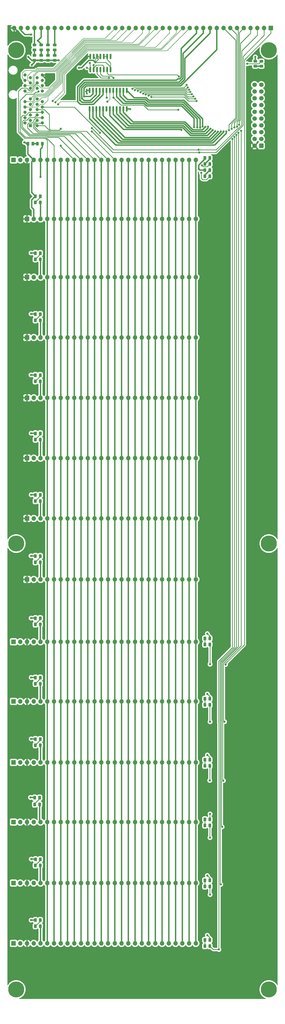
<source format=gbr>
%TF.GenerationSoftware,KiCad,Pcbnew,(6.0.0-0)*%
%TF.CreationDate,2022-10-19T22:30:35-04:00*%
%TF.ProjectId,cpu-input-output-control,6370752d-696e-4707-9574-2d6f75747075,rev?*%
%TF.SameCoordinates,Original*%
%TF.FileFunction,Copper,L1,Top*%
%TF.FilePolarity,Positive*%
%FSLAX46Y46*%
G04 Gerber Fmt 4.6, Leading zero omitted, Abs format (unit mm)*
G04 Created by KiCad (PCBNEW (6.0.0-0)) date 2022-10-19 22:30:35*
%MOMM*%
%LPD*%
G01*
G04 APERTURE LIST*
G04 Aperture macros list*
%AMRoundRect*
0 Rectangle with rounded corners*
0 $1 Rounding radius*
0 $2 $3 $4 $5 $6 $7 $8 $9 X,Y pos of 4 corners*
0 Add a 4 corners polygon primitive as box body*
4,1,4,$2,$3,$4,$5,$6,$7,$8,$9,$2,$3,0*
0 Add four circle primitives for the rounded corners*
1,1,$1+$1,$2,$3*
1,1,$1+$1,$4,$5*
1,1,$1+$1,$6,$7*
1,1,$1+$1,$8,$9*
0 Add four rect primitives between the rounded corners*
20,1,$1+$1,$2,$3,$4,$5,0*
20,1,$1+$1,$4,$5,$6,$7,0*
20,1,$1+$1,$6,$7,$8,$9,0*
20,1,$1+$1,$8,$9,$2,$3,0*%
G04 Aperture macros list end*
%TA.AperFunction,SMDPad,CuDef*%
%ADD10RoundRect,0.150000X0.150000X-0.825000X0.150000X0.825000X-0.150000X0.825000X-0.150000X-0.825000X0*%
%TD*%
%TA.AperFunction,SMDPad,CuDef*%
%ADD11RoundRect,0.243750X-0.243750X-0.456250X0.243750X-0.456250X0.243750X0.456250X-0.243750X0.456250X0*%
%TD*%
%TA.AperFunction,SMDPad,CuDef*%
%ADD12RoundRect,0.250000X-0.262500X-0.450000X0.262500X-0.450000X0.262500X0.450000X-0.262500X0.450000X0*%
%TD*%
%TA.AperFunction,SMDPad,CuDef*%
%ADD13RoundRect,0.250000X0.262500X0.450000X-0.262500X0.450000X-0.262500X-0.450000X0.262500X-0.450000X0*%
%TD*%
%TA.AperFunction,ComponentPad*%
%ADD14R,1.208000X1.208000*%
%TD*%
%TA.AperFunction,ComponentPad*%
%ADD15C,1.208000*%
%TD*%
%TA.AperFunction,SMDPad,CuDef*%
%ADD16RoundRect,0.243750X0.456250X-0.243750X0.456250X0.243750X-0.456250X0.243750X-0.456250X-0.243750X0*%
%TD*%
%TA.AperFunction,ComponentPad*%
%ADD17R,1.700000X1.700000*%
%TD*%
%TA.AperFunction,ComponentPad*%
%ADD18O,1.700000X1.700000*%
%TD*%
%TA.AperFunction,ComponentPad*%
%ADD19C,0.800000*%
%TD*%
%TA.AperFunction,ComponentPad*%
%ADD20C,6.000000*%
%TD*%
%TA.AperFunction,ComponentPad*%
%ADD21RoundRect,0.250000X0.600000X0.600000X-0.600000X0.600000X-0.600000X-0.600000X0.600000X-0.600000X0*%
%TD*%
%TA.AperFunction,ComponentPad*%
%ADD22C,1.700000*%
%TD*%
%TA.AperFunction,SMDPad,CuDef*%
%ADD23RoundRect,0.250000X-0.450000X0.262500X-0.450000X-0.262500X0.450000X-0.262500X0.450000X0.262500X0*%
%TD*%
%TA.AperFunction,SMDPad,CuDef*%
%ADD24RoundRect,0.250000X0.450000X-0.262500X0.450000X0.262500X-0.450000X0.262500X-0.450000X-0.262500X0*%
%TD*%
%TA.AperFunction,SMDPad,CuDef*%
%ADD25RoundRect,0.150000X0.150000X-0.837500X0.150000X0.837500X-0.150000X0.837500X-0.150000X-0.837500X0*%
%TD*%
%TA.AperFunction,ViaPad*%
%ADD26C,0.800000*%
%TD*%
%TA.AperFunction,Conductor*%
%ADD27C,0.250000*%
%TD*%
%TA.AperFunction,Conductor*%
%ADD28C,0.200000*%
%TD*%
%TA.AperFunction,Conductor*%
%ADD29C,0.500000*%
%TD*%
G04 APERTURE END LIST*
D10*
%TO.P,U1,14,VCC*%
%TO.N,VCC*%
X80772000Y-64581000D03*
%TO.P,U1,13*%
%TO.N,GND*%
X82042000Y-64581000D03*
%TO.P,U1,12*%
X83312000Y-64581000D03*
%TO.P,U1,11*%
%TO.N,unconnected-(U1-Pad11)*%
X84582000Y-64581000D03*
%TO.P,U1,10*%
%TO.N,GND*%
X85852000Y-64581000D03*
%TO.P,U1,9*%
X87122000Y-64581000D03*
%TO.P,U1,8*%
%TO.N,unconnected-(U1-Pad8)*%
X88392000Y-64581000D03*
%TO.P,U1,7,GND*%
%TO.N,GND*%
X88392000Y-69531000D03*
%TO.P,U1,6*%
%TO.N,Net-(J11-Pad20)*%
X87122000Y-69531000D03*
%TO.P,U1,5*%
%TO.N,~{WRITE}*%
X85852000Y-69531000D03*
%TO.P,U1,4*%
%TO.N,~{PORT15_EN}*%
X84582000Y-69531000D03*
%TO.P,U1,3*%
%TO.N,Net-(U1-Pad3)*%
X83312000Y-69531000D03*
%TO.P,U1,2*%
%TO.N,~{WRITE}*%
X82042000Y-69531000D03*
%TO.P,U1,1*%
%TO.N,~{READ}*%
X80772000Y-69531000D03*
%TD*%
D11*
%TO.P,D7,1,K*%
%TO.N,Net-(D7-Pad1)*%
X123890394Y-375691477D03*
%TO.P,D7,2,A*%
%TO.N,~{IRQ1}*%
X125765394Y-375691477D03*
%TD*%
D12*
%TO.P,R5,1*%
%TO.N,Net-(D5-Pad1)*%
X123915394Y-328193477D03*
%TO.P,R5,2*%
%TO.N,GND*%
X125740394Y-328193477D03*
%TD*%
D13*
%TO.P,R14,1*%
%TO.N,Net-(D14-Pad1)*%
X62001394Y-365531477D03*
%TO.P,R14,2*%
%TO.N,GND*%
X60176394Y-365531477D03*
%TD*%
D14*
%TO.P,J9,A1,A1*%
%TO.N,A0*%
X58280000Y-90550000D03*
D15*
%TO.P,J9,A2,A2*%
%TO.N,A1*%
X56280000Y-89550000D03*
%TO.P,J9,A3,A3*%
%TO.N,A2*%
X58280000Y-88550000D03*
%TO.P,J9,A4,A4*%
%TO.N,A3*%
X56280000Y-87550000D03*
%TO.P,J9,A5,A5*%
%TO.N,A4*%
X58280000Y-86550000D03*
%TO.P,J9,A6,A6*%
%TO.N,A5*%
X56280000Y-85550000D03*
%TO.P,J9,A7,A7*%
%TO.N,A6*%
X58280000Y-84550000D03*
%TO.P,J9,A8,A8*%
%TO.N,A7*%
X56280000Y-83550000D03*
%TO.P,J9,A9,A9*%
%TO.N,A8*%
X58280000Y-82550000D03*
%TO.P,J9,A10,A10*%
%TO.N,A9*%
X56280000Y-81550000D03*
%TO.P,J9,A11,A11*%
%TO.N,A10*%
X58280000Y-80550000D03*
%TO.P,J9,A12,A12*%
%TO.N,A11*%
X56280000Y-77550000D03*
%TO.P,J9,A13,A13*%
%TO.N,A12*%
X58280000Y-76550000D03*
%TO.P,J9,A14,A14*%
%TO.N,A13*%
X56280000Y-75550000D03*
%TO.P,J9,A15,A15*%
%TO.N,A14*%
X58280000Y-74550000D03*
%TO.P,J9,A16,A16*%
%TO.N,A15*%
X56280000Y-73550000D03*
%TO.P,J9,A17,A17*%
%TO.N,unconnected-(J9-PadA17)*%
X58280000Y-72550000D03*
%TO.P,J9,A18,A18*%
%TO.N,unconnected-(J9-PadA18)*%
X56280000Y-71550000D03*
%TO.P,J9,B1,B1*%
%TO.N,BUS0*%
X60780000Y-90550000D03*
%TO.P,J9,B2,B2*%
%TO.N,BUS1*%
X62780000Y-89550000D03*
%TO.P,J9,B3,B3*%
%TO.N,BUS2*%
X60780000Y-88550000D03*
%TO.P,J9,B4,B4*%
%TO.N,BUS3*%
X62780000Y-87550000D03*
%TO.P,J9,B5,B5*%
%TO.N,BUS4*%
X60780000Y-86550000D03*
%TO.P,J9,B6,B6*%
%TO.N,BUS5*%
X62780000Y-85550000D03*
%TO.P,J9,B7,B7*%
%TO.N,BUS6*%
X60780000Y-84550000D03*
%TO.P,J9,B8,B8*%
%TO.N,BUS7*%
X62780000Y-83550000D03*
%TO.P,J9,B9,B9*%
%TO.N,unconnected-(J9-PadB9)*%
X60780000Y-82550000D03*
%TO.P,J9,B10,B10*%
%TO.N,unconnected-(J9-PadB10)*%
X62780000Y-81550000D03*
%TO.P,J9,B11,B11*%
%TO.N,unconnected-(J9-PadB11)*%
X60780000Y-80550000D03*
%TO.P,J9,B12,B12*%
%TO.N,unconnected-(J9-PadB12)*%
X62780000Y-77550000D03*
%TO.P,J9,B13,B13*%
%TO.N,unconnected-(J9-PadB13)*%
X60780000Y-76550000D03*
%TO.P,J9,B14,B14*%
%TO.N,~{WRITE}*%
X62780000Y-75550000D03*
%TO.P,J9,B15,B15*%
%TO.N,~{READ}*%
X60780000Y-74550000D03*
%TO.P,J9,B16,B16*%
%TO.N,~{MEM_REQUEST}*%
X62780000Y-73550000D03*
%TO.P,J9,B17,B17*%
%TO.N,GND*%
X60780000Y-72550000D03*
%TO.P,J9,B18,B18*%
%TO.N,VCC*%
X62780000Y-71550000D03*
%TD*%
D13*
%TO.P,R19,1*%
%TO.N,Net-(D19-Pad1)*%
X61966394Y-275190977D03*
%TO.P,R19,2*%
%TO.N,GND*%
X60141394Y-275190977D03*
%TD*%
D16*
%TO.P,D12,1,K*%
%TO.N,Net-(D12-Pad1)*%
X67423894Y-62176977D03*
%TO.P,D12,2,A*%
%TO.N,~{READ}*%
X67423894Y-60301977D03*
%TD*%
D17*
%TO.P,J12,1,Pin_1*%
%TO.N,VCC*%
X57034894Y-215163477D03*
D18*
%TO.P,J12,2,Pin_2*%
%TO.N,GND*%
X59574894Y-215163477D03*
%TO.P,J12,3,Pin_3*%
%TO.N,~{PORT10_EN}*%
X62114894Y-215163477D03*
%TO.P,J12,4,Pin_4*%
%TO.N,~{READ}*%
X64654894Y-215163477D03*
%TO.P,J12,5,Pin_5*%
%TO.N,~{WRITE}*%
X67194894Y-215163477D03*
%TO.P,J12,6,Pin_6*%
%TO.N,CLOCK*%
X69734894Y-215163477D03*
%TO.P,J12,7,Pin_7*%
%TO.N,BUS7*%
X72274894Y-215163477D03*
%TO.P,J12,8,Pin_8*%
%TO.N,BUS6*%
X74814894Y-215163477D03*
%TO.P,J12,9,Pin_9*%
%TO.N,BUS5*%
X77354894Y-215163477D03*
%TO.P,J12,10,Pin_10*%
%TO.N,BUS4*%
X79894894Y-215163477D03*
%TO.P,J12,11,Pin_11*%
%TO.N,BUS3*%
X82434894Y-215163477D03*
%TO.P,J12,12,Pin_12*%
%TO.N,BUS2*%
X84974894Y-215163477D03*
%TO.P,J12,13,Pin_13*%
%TO.N,BUS1*%
X87514894Y-215163477D03*
%TO.P,J12,14,Pin_14*%
%TO.N,BUS0*%
X90054894Y-215163477D03*
%TO.P,J12,15,Pin_15*%
%TO.N,A15*%
X92594894Y-215163477D03*
%TO.P,J12,16,Pin_16*%
%TO.N,A14*%
X95134894Y-215163477D03*
%TO.P,J12,17,Pin_17*%
%TO.N,A13*%
X97674894Y-215163477D03*
%TO.P,J12,18,Pin_18*%
%TO.N,A12*%
X100214894Y-215163477D03*
%TO.P,J12,19,Pin_19*%
%TO.N,A11*%
X102754894Y-215163477D03*
%TO.P,J12,20,Pin_20*%
%TO.N,A10*%
X105294894Y-215163477D03*
%TO.P,J12,21,Pin_21*%
%TO.N,A9*%
X107834894Y-215163477D03*
%TO.P,J12,22,Pin_22*%
%TO.N,A8*%
X110374894Y-215163477D03*
%TO.P,J12,23,Pin_23*%
%TO.N,A7*%
X112914894Y-215163477D03*
%TO.P,J12,24,Pin_24*%
%TO.N,A6*%
X115454894Y-215163477D03*
%TO.P,J12,25,Pin_25*%
%TO.N,A5*%
X117994894Y-215163477D03*
%TO.P,J12,26,Pin_26*%
%TO.N,A4*%
X120534894Y-215163477D03*
%TD*%
D16*
%TO.P,D9,1,K*%
%TO.N,Net-(D9-Pad1)*%
X59803894Y-62176977D03*
%TO.P,D9,2,A*%
%TO.N,~{MEM_REQUEST}*%
X59803894Y-60301977D03*
%TD*%
D11*
%TO.P,D1,1,K*%
%TO.N,Net-(D1-Pad1)*%
X123890394Y-285013477D03*
%TO.P,D1,2,A*%
%TO.N,~{IRQ7}*%
X125765394Y-285013477D03*
%TD*%
%TO.P,D3,1,K*%
%TO.N,Net-(D3-Pad1)*%
X123890394Y-104927477D03*
%TO.P,D3,2,A*%
%TO.N,~{IRQ5}*%
X125765394Y-104927477D03*
%TD*%
D17*
%TO.P,J5,1,Pin_1*%
%TO.N,~{IRQ5}*%
X51944894Y-103378477D03*
D18*
%TO.P,J5,2,Pin_2*%
%TO.N,~{IRQ6}*%
X54484894Y-103378477D03*
%TO.P,J5,3,Pin_3*%
%TO.N,VCC*%
X57024894Y-103378477D03*
%TO.P,J5,4,Pin_4*%
%TO.N,GND*%
X59564894Y-103378477D03*
%TO.P,J5,5,Pin_5*%
%TO.N,~{PORT6_EN}*%
X62104894Y-103378477D03*
%TO.P,J5,6,Pin_6*%
%TO.N,~{READ}*%
X64644894Y-103378477D03*
%TO.P,J5,7,Pin_7*%
%TO.N,~{WRITE}*%
X67184894Y-103378477D03*
%TO.P,J5,8,Pin_8*%
%TO.N,CLOCK*%
X69724894Y-103378477D03*
%TO.P,J5,9,Pin_9*%
%TO.N,BUS7*%
X72264894Y-103378477D03*
%TO.P,J5,10,Pin_10*%
%TO.N,BUS6*%
X74804894Y-103378477D03*
%TO.P,J5,11,Pin_11*%
%TO.N,BUS5*%
X77344894Y-103378477D03*
%TO.P,J5,12,Pin_12*%
%TO.N,BUS4*%
X79884894Y-103378477D03*
%TO.P,J5,13,Pin_13*%
%TO.N,BUS3*%
X82424894Y-103378477D03*
%TO.P,J5,14,Pin_14*%
%TO.N,BUS2*%
X84964894Y-103378477D03*
%TO.P,J5,15,Pin_15*%
%TO.N,BUS1*%
X87504894Y-103378477D03*
%TO.P,J5,16,Pin_16*%
%TO.N,BUS0*%
X90044894Y-103378477D03*
%TO.P,J5,17,Pin_17*%
%TO.N,A15*%
X92584894Y-103378477D03*
%TO.P,J5,18,Pin_18*%
%TO.N,A14*%
X95124894Y-103378477D03*
%TO.P,J5,19,Pin_19*%
%TO.N,A13*%
X97664894Y-103378477D03*
%TO.P,J5,20,Pin_20*%
%TO.N,A12*%
X100204894Y-103378477D03*
%TO.P,J5,21,Pin_21*%
%TO.N,A11*%
X102744894Y-103378477D03*
%TO.P,J5,22,Pin_22*%
%TO.N,A10*%
X105284894Y-103378477D03*
%TO.P,J5,23,Pin_23*%
%TO.N,A9*%
X107824894Y-103378477D03*
%TO.P,J5,24,Pin_24*%
%TO.N,A8*%
X110364894Y-103378477D03*
%TO.P,J5,25,Pin_25*%
%TO.N,A7*%
X112904894Y-103378477D03*
%TO.P,J5,26,Pin_26*%
%TO.N,A6*%
X115444894Y-103378477D03*
%TO.P,J5,27,Pin_27*%
%TO.N,A5*%
X117984894Y-103378477D03*
%TO.P,J5,28,Pin_28*%
%TO.N,A4*%
X120524894Y-103378477D03*
%TD*%
D17*
%TO.P,J16,1,Pin_1*%
%TO.N,VCC*%
X57034894Y-260629477D03*
D18*
%TO.P,J16,2,Pin_2*%
%TO.N,GND*%
X59574894Y-260629477D03*
%TO.P,J16,3,Pin_3*%
%TO.N,~{PORT8_EN}*%
X62114894Y-260629477D03*
%TO.P,J16,4,Pin_4*%
%TO.N,~{READ}*%
X64654894Y-260629477D03*
%TO.P,J16,5,Pin_5*%
%TO.N,~{WRITE}*%
X67194894Y-260629477D03*
%TO.P,J16,6,Pin_6*%
%TO.N,CLOCK*%
X69734894Y-260629477D03*
%TO.P,J16,7,Pin_7*%
%TO.N,BUS7*%
X72274894Y-260629477D03*
%TO.P,J16,8,Pin_8*%
%TO.N,BUS6*%
X74814894Y-260629477D03*
%TO.P,J16,9,Pin_9*%
%TO.N,BUS5*%
X77354894Y-260629477D03*
%TO.P,J16,10,Pin_10*%
%TO.N,BUS4*%
X79894894Y-260629477D03*
%TO.P,J16,11,Pin_11*%
%TO.N,BUS3*%
X82434894Y-260629477D03*
%TO.P,J16,12,Pin_12*%
%TO.N,BUS2*%
X84974894Y-260629477D03*
%TO.P,J16,13,Pin_13*%
%TO.N,BUS1*%
X87514894Y-260629477D03*
%TO.P,J16,14,Pin_14*%
%TO.N,BUS0*%
X90054894Y-260629477D03*
%TO.P,J16,15,Pin_15*%
%TO.N,A15*%
X92594894Y-260629477D03*
%TO.P,J16,16,Pin_16*%
%TO.N,A14*%
X95134894Y-260629477D03*
%TO.P,J16,17,Pin_17*%
%TO.N,A13*%
X97674894Y-260629477D03*
%TO.P,J16,18,Pin_18*%
%TO.N,A12*%
X100214894Y-260629477D03*
%TO.P,J16,19,Pin_19*%
%TO.N,A11*%
X102754894Y-260629477D03*
%TO.P,J16,20,Pin_20*%
%TO.N,A10*%
X105294894Y-260629477D03*
%TO.P,J16,21,Pin_21*%
%TO.N,A9*%
X107834894Y-260629477D03*
%TO.P,J16,22,Pin_22*%
%TO.N,A8*%
X110374894Y-260629477D03*
%TO.P,J16,23,Pin_23*%
%TO.N,A7*%
X112914894Y-260629477D03*
%TO.P,J16,24,Pin_24*%
%TO.N,A6*%
X115454894Y-260629477D03*
%TO.P,J16,25,Pin_25*%
%TO.N,A5*%
X117994894Y-260629477D03*
%TO.P,J16,26,Pin_26*%
%TO.N,A4*%
X120534894Y-260629477D03*
%TD*%
D17*
%TO.P,J6,1,Pin_1*%
%TO.N,VCC*%
X57034894Y-169951477D03*
D18*
%TO.P,J6,2,Pin_2*%
%TO.N,GND*%
X59574894Y-169951477D03*
%TO.P,J6,3,Pin_3*%
%TO.N,~{PORT12_EN}*%
X62114894Y-169951477D03*
%TO.P,J6,4,Pin_4*%
%TO.N,~{READ}*%
X64654894Y-169951477D03*
%TO.P,J6,5,Pin_5*%
%TO.N,~{WRITE}*%
X67194894Y-169951477D03*
%TO.P,J6,6,Pin_6*%
%TO.N,CLOCK*%
X69734894Y-169951477D03*
%TO.P,J6,7,Pin_7*%
%TO.N,BUS7*%
X72274894Y-169951477D03*
%TO.P,J6,8,Pin_8*%
%TO.N,BUS6*%
X74814894Y-169951477D03*
%TO.P,J6,9,Pin_9*%
%TO.N,BUS5*%
X77354894Y-169951477D03*
%TO.P,J6,10,Pin_10*%
%TO.N,BUS4*%
X79894894Y-169951477D03*
%TO.P,J6,11,Pin_11*%
%TO.N,BUS3*%
X82434894Y-169951477D03*
%TO.P,J6,12,Pin_12*%
%TO.N,BUS2*%
X84974894Y-169951477D03*
%TO.P,J6,13,Pin_13*%
%TO.N,BUS1*%
X87514894Y-169951477D03*
%TO.P,J6,14,Pin_14*%
%TO.N,BUS0*%
X90054894Y-169951477D03*
%TO.P,J6,15,Pin_15*%
%TO.N,A15*%
X92594894Y-169951477D03*
%TO.P,J6,16,Pin_16*%
%TO.N,A14*%
X95134894Y-169951477D03*
%TO.P,J6,17,Pin_17*%
%TO.N,A13*%
X97674894Y-169951477D03*
%TO.P,J6,18,Pin_18*%
%TO.N,A12*%
X100214894Y-169951477D03*
%TO.P,J6,19,Pin_19*%
%TO.N,A11*%
X102754894Y-169951477D03*
%TO.P,J6,20,Pin_20*%
%TO.N,A10*%
X105294894Y-169951477D03*
%TO.P,J6,21,Pin_21*%
%TO.N,A9*%
X107834894Y-169951477D03*
%TO.P,J6,22,Pin_22*%
%TO.N,A8*%
X110374894Y-169951477D03*
%TO.P,J6,23,Pin_23*%
%TO.N,A7*%
X112914894Y-169951477D03*
%TO.P,J6,24,Pin_24*%
%TO.N,A6*%
X115454894Y-169951477D03*
%TO.P,J6,25,Pin_25*%
%TO.N,A5*%
X117994894Y-169951477D03*
%TO.P,J6,26,Pin_26*%
%TO.N,A4*%
X120534894Y-169951477D03*
%TD*%
D11*
%TO.P,D19,1,K*%
%TO.N,Net-(D19-Pad1)*%
X60101394Y-277476977D03*
%TO.P,D19,2,A*%
%TO.N,~{PORT7_EN}*%
X61976394Y-277476977D03*
%TD*%
D16*
%TO.P,D10,1,K*%
%TO.N,Net-(D10-Pad1)*%
X62343894Y-62176977D03*
%TO.P,D10,2,A*%
%TO.N,~{IO_REQUEST}*%
X62343894Y-60301977D03*
%TD*%
D17*
%TO.P,J10,1,Pin_1*%
%TO.N,~{IRQ3}*%
X51929894Y-329209477D03*
D18*
%TO.P,J10,2,Pin_2*%
%TO.N,unconnected-(J10-Pad2)*%
X54469894Y-329209477D03*
%TO.P,J10,3,Pin_3*%
%TO.N,VCC*%
X57009894Y-329209477D03*
%TO.P,J10,4,Pin_4*%
%TO.N,GND*%
X59549894Y-329209477D03*
%TO.P,J10,5,Pin_5*%
%TO.N,~{PORT3_EN}*%
X62089894Y-329209477D03*
%TO.P,J10,6,Pin_6*%
%TO.N,~{READ}*%
X64629894Y-329209477D03*
%TO.P,J10,7,Pin_7*%
%TO.N,~{WRITE}*%
X67169894Y-329209477D03*
%TO.P,J10,8,Pin_8*%
%TO.N,CLOCK*%
X69709894Y-329209477D03*
%TO.P,J10,9,Pin_9*%
%TO.N,BUS7*%
X72249894Y-329209477D03*
%TO.P,J10,10,Pin_10*%
%TO.N,BUS6*%
X74789894Y-329209477D03*
%TO.P,J10,11,Pin_11*%
%TO.N,BUS5*%
X77329894Y-329209477D03*
%TO.P,J10,12,Pin_12*%
%TO.N,BUS4*%
X79869894Y-329209477D03*
%TO.P,J10,13,Pin_13*%
%TO.N,BUS3*%
X82409894Y-329209477D03*
%TO.P,J10,14,Pin_14*%
%TO.N,BUS2*%
X84949894Y-329209477D03*
%TO.P,J10,15,Pin_15*%
%TO.N,BUS1*%
X87489894Y-329209477D03*
%TO.P,J10,16,Pin_16*%
%TO.N,BUS0*%
X90029894Y-329209477D03*
%TO.P,J10,17,Pin_17*%
%TO.N,A15*%
X92569894Y-329209477D03*
%TO.P,J10,18,Pin_18*%
%TO.N,A14*%
X95109894Y-329209477D03*
%TO.P,J10,19,Pin_19*%
%TO.N,A13*%
X97649894Y-329209477D03*
%TO.P,J10,20,Pin_20*%
%TO.N,A12*%
X100189894Y-329209477D03*
%TO.P,J10,21,Pin_21*%
%TO.N,A11*%
X102729894Y-329209477D03*
%TO.P,J10,22,Pin_22*%
%TO.N,A10*%
X105269894Y-329209477D03*
%TO.P,J10,23,Pin_23*%
%TO.N,A9*%
X107809894Y-329209477D03*
%TO.P,J10,24,Pin_24*%
%TO.N,A8*%
X110349894Y-329209477D03*
%TO.P,J10,25,Pin_25*%
%TO.N,A7*%
X112889894Y-329209477D03*
%TO.P,J10,26,Pin_26*%
%TO.N,A6*%
X115429894Y-329209477D03*
%TO.P,J10,27,Pin_27*%
%TO.N,A5*%
X117969894Y-329209477D03*
%TO.P,J10,28,Pin_28*%
%TO.N,A4*%
X120509894Y-329209477D03*
%TD*%
D12*
%TO.P,R4,1*%
%TO.N,Net-(D4-Pad1)*%
X123915394Y-305333477D03*
%TO.P,R4,2*%
%TO.N,GND*%
X125740394Y-305333477D03*
%TD*%
D11*
%TO.P,D20,1,K*%
%TO.N,Net-(D20-Pad1)*%
X60096394Y-254160977D03*
%TO.P,D20,2,A*%
%TO.N,~{PORT8_EN}*%
X61971394Y-254160977D03*
%TD*%
%TO.P,D22,1,K*%
%TO.N,Net-(D22-Pad1)*%
X60121394Y-208186977D03*
%TO.P,D22,2,A*%
%TO.N,~{PORT10_EN}*%
X61996394Y-208186977D03*
%TD*%
D13*
%TO.P,R15,1*%
%TO.N,Net-(D15-Pad1)*%
X61732394Y-342417477D03*
%TO.P,R15,2*%
%TO.N,GND*%
X59907394Y-342417477D03*
%TD*%
D19*
%TO.P,REF\u002A\u002A,1*%
%TO.N,N/C*%
X146350904Y-63846467D03*
X150191894Y-62255477D03*
X147941894Y-64505477D03*
X147941894Y-60005477D03*
X149532884Y-60664487D03*
X149532884Y-63846467D03*
X146350904Y-60664487D03*
D20*
X147941894Y-62255477D03*
D19*
X145691894Y-62255477D03*
%TD*%
D13*
%TO.P,R26,1*%
%TO.N,Net-(D26-Pad1)*%
X61986394Y-117000977D03*
%TO.P,R26,2*%
%TO.N,GND*%
X60161394Y-117000977D03*
%TD*%
D20*
%TO.P,REF\u002A\u002A,1*%
%TO.N,N/C*%
X52945894Y-62255477D03*
D19*
X51354904Y-60664487D03*
X52945894Y-64505477D03*
X51354904Y-63846467D03*
X54536884Y-60664487D03*
X50695894Y-62255477D03*
X52945894Y-60005477D03*
X54536884Y-63846467D03*
X55195894Y-62255477D03*
%TD*%
D11*
%TO.P,D8,1,K*%
%TO.N,Net-(D8-Pad1)*%
X123890394Y-398043477D03*
%TO.P,D8,2,A*%
%TO.N,~{IRQ0}*%
X125765394Y-398043477D03*
%TD*%
D17*
%TO.P,J13,1,Pin_1*%
%TO.N,~{IRQ2}*%
X51929894Y-351561477D03*
D18*
%TO.P,J13,2,Pin_2*%
%TO.N,unconnected-(J13-Pad2)*%
X54469894Y-351561477D03*
%TO.P,J13,3,Pin_3*%
%TO.N,VCC*%
X57009894Y-351561477D03*
%TO.P,J13,4,Pin_4*%
%TO.N,GND*%
X59549894Y-351561477D03*
%TO.P,J13,5,Pin_5*%
%TO.N,~{PORT2_EN}*%
X62089894Y-351561477D03*
%TO.P,J13,6,Pin_6*%
%TO.N,~{READ}*%
X64629894Y-351561477D03*
%TO.P,J13,7,Pin_7*%
%TO.N,~{WRITE}*%
X67169894Y-351561477D03*
%TO.P,J13,8,Pin_8*%
%TO.N,CLOCK*%
X69709894Y-351561477D03*
%TO.P,J13,9,Pin_9*%
%TO.N,BUS7*%
X72249894Y-351561477D03*
%TO.P,J13,10,Pin_10*%
%TO.N,BUS6*%
X74789894Y-351561477D03*
%TO.P,J13,11,Pin_11*%
%TO.N,BUS5*%
X77329894Y-351561477D03*
%TO.P,J13,12,Pin_12*%
%TO.N,BUS4*%
X79869894Y-351561477D03*
%TO.P,J13,13,Pin_13*%
%TO.N,BUS3*%
X82409894Y-351561477D03*
%TO.P,J13,14,Pin_14*%
%TO.N,BUS2*%
X84949894Y-351561477D03*
%TO.P,J13,15,Pin_15*%
%TO.N,BUS1*%
X87489894Y-351561477D03*
%TO.P,J13,16,Pin_16*%
%TO.N,BUS0*%
X90029894Y-351561477D03*
%TO.P,J13,17,Pin_17*%
%TO.N,A15*%
X92569894Y-351561477D03*
%TO.P,J13,18,Pin_18*%
%TO.N,A14*%
X95109894Y-351561477D03*
%TO.P,J13,19,Pin_19*%
%TO.N,A13*%
X97649894Y-351561477D03*
%TO.P,J13,20,Pin_20*%
%TO.N,A12*%
X100189894Y-351561477D03*
%TO.P,J13,21,Pin_21*%
%TO.N,A11*%
X102729894Y-351561477D03*
%TO.P,J13,22,Pin_22*%
%TO.N,A10*%
X105269894Y-351561477D03*
%TO.P,J13,23,Pin_23*%
%TO.N,A9*%
X107809894Y-351561477D03*
%TO.P,J13,24,Pin_24*%
%TO.N,A8*%
X110349894Y-351561477D03*
%TO.P,J13,25,Pin_25*%
%TO.N,A7*%
X112889894Y-351561477D03*
%TO.P,J13,26,Pin_26*%
%TO.N,A6*%
X115429894Y-351561477D03*
%TO.P,J13,27,Pin_27*%
%TO.N,A5*%
X117969894Y-351561477D03*
%TO.P,J13,28,Pin_28*%
%TO.N,A4*%
X120509894Y-351561477D03*
%TD*%
D21*
%TO.P,J11,1,Pin_1*%
%TO.N,GND*%
X145138394Y-98069477D03*
D22*
%TO.P,J11,2,Pin_2*%
%TO.N,VCC*%
X142598394Y-98069477D03*
%TO.P,J11,3,Pin_3*%
%TO.N,BUS0*%
X145138394Y-95529477D03*
%TO.P,J11,4,Pin_4*%
%TO.N,unconnected-(J11-Pad4)*%
X142598394Y-95529477D03*
%TO.P,J11,5,Pin_5*%
%TO.N,BUS1*%
X145138394Y-92989477D03*
%TO.P,J11,6,Pin_6*%
%TO.N,unconnected-(J11-Pad6)*%
X142598394Y-92989477D03*
%TO.P,J11,7,Pin_7*%
%TO.N,BUS2*%
X145138394Y-90449477D03*
%TO.P,J11,8,Pin_8*%
%TO.N,unconnected-(J11-Pad8)*%
X142598394Y-90449477D03*
%TO.P,J11,9,Pin_9*%
%TO.N,BUS3*%
X145138394Y-87909477D03*
%TO.P,J11,10,Pin_10*%
%TO.N,unconnected-(J11-Pad10)*%
X142598394Y-87909477D03*
%TO.P,J11,11,Pin_11*%
%TO.N,BUS4*%
X145138394Y-85369477D03*
%TO.P,J11,12,Pin_12*%
%TO.N,unconnected-(J11-Pad12)*%
X142598394Y-85369477D03*
%TO.P,J11,13,Pin_13*%
%TO.N,BUS5*%
X145138394Y-82829477D03*
%TO.P,J11,14,Pin_14*%
%TO.N,unconnected-(J11-Pad14)*%
X142598394Y-82829477D03*
%TO.P,J11,15,Pin_15*%
%TO.N,BUS6*%
X145138394Y-80289477D03*
%TO.P,J11,16,Pin_16*%
%TO.N,unconnected-(J11-Pad16)*%
X142598394Y-80289477D03*
%TO.P,J11,17,Pin_17*%
%TO.N,BUS7*%
X145138394Y-77749477D03*
%TO.P,J11,18,Pin_18*%
%TO.N,unconnected-(J11-Pad18)*%
X142598394Y-77749477D03*
%TO.P,J11,19,Pin_19*%
%TO.N,A4*%
X145138394Y-75209477D03*
%TO.P,J11,20,Pin_20*%
%TO.N,Net-(J11-Pad20)*%
X142598394Y-75209477D03*
%TD*%
D11*
%TO.P,D6,1,K*%
%TO.N,Net-(D6-Pad1)*%
X123890394Y-352831477D03*
%TO.P,D6,2,A*%
%TO.N,~{IRQ2}*%
X125765394Y-352831477D03*
%TD*%
D17*
%TO.P,J15,1,Pin_1*%
%TO.N,~{IRQ1}*%
X51929894Y-374421477D03*
D18*
%TO.P,J15,2,Pin_2*%
%TO.N,unconnected-(J15-Pad2)*%
X54469894Y-374421477D03*
%TO.P,J15,3,Pin_3*%
%TO.N,VCC*%
X57009894Y-374421477D03*
%TO.P,J15,4,Pin_4*%
%TO.N,GND*%
X59549894Y-374421477D03*
%TO.P,J15,5,Pin_5*%
%TO.N,~{PORT1_EN}*%
X62089894Y-374421477D03*
%TO.P,J15,6,Pin_6*%
%TO.N,~{READ}*%
X64629894Y-374421477D03*
%TO.P,J15,7,Pin_7*%
%TO.N,~{WRITE}*%
X67169894Y-374421477D03*
%TO.P,J15,8,Pin_8*%
%TO.N,CLOCK*%
X69709894Y-374421477D03*
%TO.P,J15,9,Pin_9*%
%TO.N,BUS7*%
X72249894Y-374421477D03*
%TO.P,J15,10,Pin_10*%
%TO.N,BUS6*%
X74789894Y-374421477D03*
%TO.P,J15,11,Pin_11*%
%TO.N,BUS5*%
X77329894Y-374421477D03*
%TO.P,J15,12,Pin_12*%
%TO.N,BUS4*%
X79869894Y-374421477D03*
%TO.P,J15,13,Pin_13*%
%TO.N,BUS3*%
X82409894Y-374421477D03*
%TO.P,J15,14,Pin_14*%
%TO.N,BUS2*%
X84949894Y-374421477D03*
%TO.P,J15,15,Pin_15*%
%TO.N,BUS1*%
X87489894Y-374421477D03*
%TO.P,J15,16,Pin_16*%
%TO.N,BUS0*%
X90029894Y-374421477D03*
%TO.P,J15,17,Pin_17*%
%TO.N,A15*%
X92569894Y-374421477D03*
%TO.P,J15,18,Pin_18*%
%TO.N,A14*%
X95109894Y-374421477D03*
%TO.P,J15,19,Pin_19*%
%TO.N,A13*%
X97649894Y-374421477D03*
%TO.P,J15,20,Pin_20*%
%TO.N,A12*%
X100189894Y-374421477D03*
%TO.P,J15,21,Pin_21*%
%TO.N,A11*%
X102729894Y-374421477D03*
%TO.P,J15,22,Pin_22*%
%TO.N,A10*%
X105269894Y-374421477D03*
%TO.P,J15,23,Pin_23*%
%TO.N,A9*%
X107809894Y-374421477D03*
%TO.P,J15,24,Pin_24*%
%TO.N,A8*%
X110349894Y-374421477D03*
%TO.P,J15,25,Pin_25*%
%TO.N,A7*%
X112889894Y-374421477D03*
%TO.P,J15,26,Pin_26*%
%TO.N,A6*%
X115429894Y-374421477D03*
%TO.P,J15,27,Pin_27*%
%TO.N,A5*%
X117969894Y-374421477D03*
%TO.P,J15,28,Pin_28*%
%TO.N,A4*%
X120509894Y-374421477D03*
%TD*%
D13*
%TO.P,R18,1*%
%TO.N,Net-(D18-Pad1)*%
X59192394Y-97307477D03*
%TO.P,R18,2*%
%TO.N,GND*%
X57367394Y-97307477D03*
%TD*%
D23*
%TO.P,R11,1*%
%TO.N,Net-(D11-Pad1)*%
X64883894Y-64215477D03*
%TO.P,R11,2*%
%TO.N,GND*%
X64883894Y-66040477D03*
%TD*%
D11*
%TO.P,D26,1,K*%
%TO.N,Net-(D26-Pad1)*%
X60121394Y-119286977D03*
%TO.P,D26,2,A*%
%TO.N,~{PORT14_EN}*%
X61996394Y-119286977D03*
%TD*%
D12*
%TO.P,R8,1*%
%TO.N,Net-(D8-Pad1)*%
X123915394Y-395757477D03*
%TO.P,R8,2*%
%TO.N,GND*%
X125740394Y-395757477D03*
%TD*%
D11*
%TO.P,D25,1,K*%
%TO.N,Net-(D25-Pad1)*%
X60096394Y-140622977D03*
%TO.P,D25,2,A*%
%TO.N,~{PORT13_EN}*%
X61971394Y-140622977D03*
%TD*%
D17*
%TO.P,J3,1,Pin_1*%
%TO.N,~{IRQ7}*%
X148703894Y-53955477D03*
D18*
%TO.P,J3,2,Pin_2*%
%TO.N,~{IRQ6}*%
X146163894Y-53955477D03*
%TO.P,J3,3,Pin_3*%
%TO.N,~{IRQ5}*%
X143623894Y-53955477D03*
%TO.P,J3,4,Pin_4*%
%TO.N,~{IRQ4}*%
X141083894Y-53955477D03*
%TO.P,J3,5,Pin_5*%
%TO.N,~{IRQ3}*%
X138543894Y-53955477D03*
%TO.P,J3,6,Pin_6*%
%TO.N,~{IRQ2}*%
X136003894Y-53955477D03*
%TO.P,J3,7,Pin_7*%
%TO.N,~{IRQ1}*%
X133463894Y-53955477D03*
%TO.P,J3,8,Pin_8*%
%TO.N,~{IRQ0}*%
X130923894Y-53955477D03*
%TO.P,J3,9,Pin_9*%
%TO.N,A0*%
X128383894Y-53955477D03*
%TO.P,J3,10,Pin_10*%
%TO.N,A1*%
X125843894Y-53955477D03*
%TO.P,J3,11,Pin_11*%
%TO.N,A2*%
X123303894Y-53955477D03*
%TO.P,J3,12,Pin_12*%
%TO.N,A3*%
X120763894Y-53955477D03*
%TO.P,J3,13,Pin_13*%
%TO.N,A4*%
X118223894Y-53955477D03*
%TO.P,J3,14,Pin_14*%
%TO.N,A5*%
X115683894Y-53955477D03*
%TO.P,J3,15,Pin_15*%
%TO.N,A6*%
X113143894Y-53955477D03*
%TO.P,J3,16,Pin_16*%
%TO.N,A7*%
X110603894Y-53955477D03*
%TO.P,J3,17,Pin_17*%
%TO.N,A8*%
X108063894Y-53955477D03*
%TO.P,J3,18,Pin_18*%
%TO.N,A9*%
X105523894Y-53955477D03*
%TO.P,J3,19,Pin_19*%
%TO.N,A10*%
X102983894Y-53955477D03*
%TO.P,J3,20,Pin_20*%
%TO.N,A11*%
X100443894Y-53955477D03*
%TO.P,J3,21,Pin_21*%
%TO.N,A12*%
X97903894Y-53955477D03*
%TO.P,J3,22,Pin_22*%
%TO.N,A13*%
X95363894Y-53955477D03*
%TO.P,J3,23,Pin_23*%
%TO.N,A14*%
X92823894Y-53955477D03*
%TO.P,J3,24,Pin_24*%
%TO.N,A15*%
X90283894Y-53955477D03*
%TO.P,J3,25,Pin_25*%
%TO.N,BUS0*%
X87743894Y-53955477D03*
%TO.P,J3,26,Pin_26*%
%TO.N,BUS1*%
X85203894Y-53955477D03*
%TO.P,J3,27,Pin_27*%
%TO.N,BUS2*%
X82663894Y-53955477D03*
%TO.P,J3,28,Pin_28*%
%TO.N,BUS3*%
X80123894Y-53955477D03*
%TO.P,J3,29,Pin_29*%
%TO.N,BUS4*%
X77583894Y-53955477D03*
%TO.P,J3,30,Pin_30*%
%TO.N,BUS5*%
X75043894Y-53955477D03*
%TO.P,J3,31,Pin_31*%
%TO.N,BUS6*%
X72503894Y-53955477D03*
%TO.P,J3,32,Pin_32*%
%TO.N,BUS7*%
X69963894Y-53955477D03*
%TO.P,J3,33,Pin_33*%
%TO.N,~{READ}*%
X67423894Y-53955477D03*
%TO.P,J3,34,Pin_34*%
%TO.N,~{WRITE}*%
X64883894Y-53955477D03*
%TO.P,J3,35,Pin_35*%
%TO.N,~{IO_REQUEST}*%
X62343894Y-53955477D03*
%TO.P,J3,36,Pin_36*%
%TO.N,~{MEM_REQUEST}*%
X59803894Y-53955477D03*
%TO.P,J3,37,Pin_37*%
%TO.N,CLOCK*%
X57263894Y-53955477D03*
%TO.P,J3,38,Pin_38*%
%TO.N,GND*%
X54723894Y-53955477D03*
%TO.P,J3,39,Pin_39*%
%TO.N,VCC*%
X52183894Y-53955477D03*
%TD*%
D19*
%TO.P,REF\u002A\u002A,1*%
%TO.N,N/C*%
X149532884Y-415890467D03*
D20*
X147941894Y-414299477D03*
D19*
X146350904Y-415890467D03*
X145691894Y-414299477D03*
X149532884Y-412708487D03*
X147941894Y-416549477D03*
X147941894Y-412049477D03*
X146350904Y-412708487D03*
X150191894Y-414299477D03*
%TD*%
D11*
%TO.P,D18,1,K*%
%TO.N,Net-(D18-Pad1)*%
X60898394Y-97307477D03*
%TO.P,D18,2,A*%
%TO.N,~{PORT6_EN}*%
X62773394Y-97307477D03*
%TD*%
%TO.P,D24,1,K*%
%TO.N,Net-(D24-Pad1)*%
X60111394Y-163497977D03*
%TO.P,D24,2,A*%
%TO.N,~{PORT12_EN}*%
X61986394Y-163497977D03*
%TD*%
D19*
%TO.P,REF\u002A\u002A,1*%
%TO.N,N/C*%
X54536884Y-248758467D03*
X52945894Y-249417477D03*
X51354904Y-245576487D03*
X54536884Y-245576487D03*
X51354904Y-248758467D03*
D20*
X52945894Y-247167477D03*
D19*
X50695894Y-247167477D03*
X55195894Y-247167477D03*
X52945894Y-244917477D03*
%TD*%
D24*
%TO.P,R27,1*%
%TO.N,Net-(D27-Pad1)*%
X142861894Y-68247977D03*
%TO.P,R27,2*%
%TO.N,GND*%
X142861894Y-66422977D03*
%TD*%
D11*
%TO.P,D21,1,K*%
%TO.N,Net-(D21-Pad1)*%
X60121394Y-231248977D03*
%TO.P,D21,2,A*%
%TO.N,~{PORT9_EN}*%
X61996394Y-231248977D03*
%TD*%
%TO.P,D16,1,K*%
%TO.N,Net-(D16-Pad1)*%
X60121394Y-322765977D03*
%TO.P,D16,2,A*%
%TO.N,~{PORT3_EN}*%
X61996394Y-322765977D03*
%TD*%
D13*
%TO.P,R25,1*%
%TO.N,Net-(D25-Pad1)*%
X61961394Y-138336977D03*
%TO.P,R25,2*%
%TO.N,GND*%
X60136394Y-138336977D03*
%TD*%
D23*
%TO.P,R9,1*%
%TO.N,Net-(D9-Pad1)*%
X59803894Y-64215477D03*
%TO.P,R9,2*%
%TO.N,GND*%
X59803894Y-66040477D03*
%TD*%
D13*
%TO.P,R3,1*%
%TO.N,Net-(D3-Pad1)*%
X125740394Y-102641477D03*
%TO.P,R3,2*%
%TO.N,GND*%
X123915394Y-102641477D03*
%TD*%
D17*
%TO.P,J7,1,Pin_1*%
%TO.N,~{IRQ4}*%
X51929894Y-306349477D03*
D18*
%TO.P,J7,2,Pin_2*%
%TO.N,unconnected-(J7-Pad2)*%
X54469894Y-306349477D03*
%TO.P,J7,3,Pin_3*%
%TO.N,VCC*%
X57009894Y-306349477D03*
%TO.P,J7,4,Pin_4*%
%TO.N,GND*%
X59549894Y-306349477D03*
%TO.P,J7,5,Pin_5*%
%TO.N,~{PORT4_EN}*%
X62089894Y-306349477D03*
%TO.P,J7,6,Pin_6*%
%TO.N,~{READ}*%
X64629894Y-306349477D03*
%TO.P,J7,7,Pin_7*%
%TO.N,~{WRITE}*%
X67169894Y-306349477D03*
%TO.P,J7,8,Pin_8*%
%TO.N,CLOCK*%
X69709894Y-306349477D03*
%TO.P,J7,9,Pin_9*%
%TO.N,BUS7*%
X72249894Y-306349477D03*
%TO.P,J7,10,Pin_10*%
%TO.N,BUS6*%
X74789894Y-306349477D03*
%TO.P,J7,11,Pin_11*%
%TO.N,BUS5*%
X77329894Y-306349477D03*
%TO.P,J7,12,Pin_12*%
%TO.N,BUS4*%
X79869894Y-306349477D03*
%TO.P,J7,13,Pin_13*%
%TO.N,BUS3*%
X82409894Y-306349477D03*
%TO.P,J7,14,Pin_14*%
%TO.N,BUS2*%
X84949894Y-306349477D03*
%TO.P,J7,15,Pin_15*%
%TO.N,BUS1*%
X87489894Y-306349477D03*
%TO.P,J7,16,Pin_16*%
%TO.N,BUS0*%
X90029894Y-306349477D03*
%TO.P,J7,17,Pin_17*%
%TO.N,A15*%
X92569894Y-306349477D03*
%TO.P,J7,18,Pin_18*%
%TO.N,A14*%
X95109894Y-306349477D03*
%TO.P,J7,19,Pin_19*%
%TO.N,A13*%
X97649894Y-306349477D03*
%TO.P,J7,20,Pin_20*%
%TO.N,A12*%
X100189894Y-306349477D03*
%TO.P,J7,21,Pin_21*%
%TO.N,A11*%
X102729894Y-306349477D03*
%TO.P,J7,22,Pin_22*%
%TO.N,A10*%
X105269894Y-306349477D03*
%TO.P,J7,23,Pin_23*%
%TO.N,A9*%
X107809894Y-306349477D03*
%TO.P,J7,24,Pin_24*%
%TO.N,A8*%
X110349894Y-306349477D03*
%TO.P,J7,25,Pin_25*%
%TO.N,A7*%
X112889894Y-306349477D03*
%TO.P,J7,26,Pin_26*%
%TO.N,A6*%
X115429894Y-306349477D03*
%TO.P,J7,27,Pin_27*%
%TO.N,A5*%
X117969894Y-306349477D03*
%TO.P,J7,28,Pin_28*%
%TO.N,A4*%
X120509894Y-306349477D03*
%TD*%
D17*
%TO.P,J17,1,Pin_1*%
%TO.N,~{IRQ0}*%
X51929894Y-397027477D03*
D18*
%TO.P,J17,2,Pin_2*%
%TO.N,unconnected-(J17-Pad2)*%
X54469894Y-397027477D03*
%TO.P,J17,3,Pin_3*%
%TO.N,VCC*%
X57009894Y-397027477D03*
%TO.P,J17,4,Pin_4*%
%TO.N,GND*%
X59549894Y-397027477D03*
%TO.P,J17,5,Pin_5*%
%TO.N,~{PORT0_EN}*%
X62089894Y-397027477D03*
%TO.P,J17,6,Pin_6*%
%TO.N,~{READ}*%
X64629894Y-397027477D03*
%TO.P,J17,7,Pin_7*%
%TO.N,~{WRITE}*%
X67169894Y-397027477D03*
%TO.P,J17,8,Pin_8*%
%TO.N,CLOCK*%
X69709894Y-397027477D03*
%TO.P,J17,9,Pin_9*%
%TO.N,BUS7*%
X72249894Y-397027477D03*
%TO.P,J17,10,Pin_10*%
%TO.N,BUS6*%
X74789894Y-397027477D03*
%TO.P,J17,11,Pin_11*%
%TO.N,BUS5*%
X77329894Y-397027477D03*
%TO.P,J17,12,Pin_12*%
%TO.N,BUS4*%
X79869894Y-397027477D03*
%TO.P,J17,13,Pin_13*%
%TO.N,BUS3*%
X82409894Y-397027477D03*
%TO.P,J17,14,Pin_14*%
%TO.N,BUS2*%
X84949894Y-397027477D03*
%TO.P,J17,15,Pin_15*%
%TO.N,BUS1*%
X87489894Y-397027477D03*
%TO.P,J17,16,Pin_16*%
%TO.N,BUS0*%
X90029894Y-397027477D03*
%TO.P,J17,17,Pin_17*%
%TO.N,A15*%
X92569894Y-397027477D03*
%TO.P,J17,18,Pin_18*%
%TO.N,A14*%
X95109894Y-397027477D03*
%TO.P,J17,19,Pin_19*%
%TO.N,A13*%
X97649894Y-397027477D03*
%TO.P,J17,20,Pin_20*%
%TO.N,A12*%
X100189894Y-397027477D03*
%TO.P,J17,21,Pin_21*%
%TO.N,A11*%
X102729894Y-397027477D03*
%TO.P,J17,22,Pin_22*%
%TO.N,A10*%
X105269894Y-397027477D03*
%TO.P,J17,23,Pin_23*%
%TO.N,A9*%
X107809894Y-397027477D03*
%TO.P,J17,24,Pin_24*%
%TO.N,A8*%
X110349894Y-397027477D03*
%TO.P,J17,25,Pin_25*%
%TO.N,A7*%
X112889894Y-397027477D03*
%TO.P,J17,26,Pin_26*%
%TO.N,A6*%
X115429894Y-397027477D03*
%TO.P,J17,27,Pin_27*%
%TO.N,A5*%
X117969894Y-397027477D03*
%TO.P,J17,28,Pin_28*%
%TO.N,A4*%
X120509894Y-397027477D03*
%TD*%
D17*
%TO.P,J1,1,Pin_1*%
%TO.N,VCC*%
X57034894Y-125501477D03*
D18*
%TO.P,J1,2,Pin_2*%
%TO.N,GND*%
X59574894Y-125501477D03*
%TO.P,J1,3,Pin_3*%
%TO.N,~{PORT14_EN}*%
X62114894Y-125501477D03*
%TO.P,J1,4,Pin_4*%
%TO.N,~{READ}*%
X64654894Y-125501477D03*
%TO.P,J1,5,Pin_5*%
%TO.N,~{WRITE}*%
X67194894Y-125501477D03*
%TO.P,J1,6,Pin_6*%
%TO.N,CLOCK*%
X69734894Y-125501477D03*
%TO.P,J1,7,Pin_7*%
%TO.N,BUS7*%
X72274894Y-125501477D03*
%TO.P,J1,8,Pin_8*%
%TO.N,BUS6*%
X74814894Y-125501477D03*
%TO.P,J1,9,Pin_9*%
%TO.N,BUS5*%
X77354894Y-125501477D03*
%TO.P,J1,10,Pin_10*%
%TO.N,BUS4*%
X79894894Y-125501477D03*
%TO.P,J1,11,Pin_11*%
%TO.N,BUS3*%
X82434894Y-125501477D03*
%TO.P,J1,12,Pin_12*%
%TO.N,BUS2*%
X84974894Y-125501477D03*
%TO.P,J1,13,Pin_13*%
%TO.N,BUS1*%
X87514894Y-125501477D03*
%TO.P,J1,14,Pin_14*%
%TO.N,BUS0*%
X90054894Y-125501477D03*
%TO.P,J1,15,Pin_15*%
%TO.N,A15*%
X92594894Y-125501477D03*
%TO.P,J1,16,Pin_16*%
%TO.N,A14*%
X95134894Y-125501477D03*
%TO.P,J1,17,Pin_17*%
%TO.N,A13*%
X97674894Y-125501477D03*
%TO.P,J1,18,Pin_18*%
%TO.N,A12*%
X100214894Y-125501477D03*
%TO.P,J1,19,Pin_19*%
%TO.N,A11*%
X102754894Y-125501477D03*
%TO.P,J1,20,Pin_20*%
%TO.N,A10*%
X105294894Y-125501477D03*
%TO.P,J1,21,Pin_21*%
%TO.N,A9*%
X107834894Y-125501477D03*
%TO.P,J1,22,Pin_22*%
%TO.N,A8*%
X110374894Y-125501477D03*
%TO.P,J1,23,Pin_23*%
%TO.N,A7*%
X112914894Y-125501477D03*
%TO.P,J1,24,Pin_24*%
%TO.N,A6*%
X115454894Y-125501477D03*
%TO.P,J1,25,Pin_25*%
%TO.N,A5*%
X117994894Y-125501477D03*
%TO.P,J1,26,Pin_26*%
%TO.N,A4*%
X120534894Y-125501477D03*
%TD*%
D11*
%TO.P,D23,1,K*%
%TO.N,Net-(D23-Pad1)*%
X60096394Y-186342977D03*
%TO.P,D23,2,A*%
%TO.N,~{PORT11_EN}*%
X61971394Y-186342977D03*
%TD*%
D25*
%TO.P,U2,1,S0*%
%TO.N,~{PORT0_EN}*%
X80504894Y-84259977D03*
%TO.P,U2,2,S1*%
%TO.N,~{PORT1_EN}*%
X81774894Y-84259977D03*
%TO.P,U2,3,S2*%
%TO.N,~{PORT2_EN}*%
X83044894Y-84259977D03*
%TO.P,U2,4,S3*%
%TO.N,~{PORT3_EN}*%
X84314894Y-84259977D03*
%TO.P,U2,5,S4*%
%TO.N,~{PORT4_EN}*%
X85584894Y-84259977D03*
%TO.P,U2,6,S5*%
%TO.N,unconnected-(U2-Pad6)*%
X86854894Y-84259977D03*
%TO.P,U2,7,S6*%
%TO.N,~{PORT6_EN}*%
X88124894Y-84259977D03*
%TO.P,U2,8,S7*%
%TO.N,~{PORT7_EN}*%
X89394894Y-84259977D03*
%TO.P,U2,9,S8*%
%TO.N,~{PORT8_EN}*%
X90664894Y-84259977D03*
%TO.P,U2,10,S9*%
%TO.N,~{PORT9_EN}*%
X91934894Y-84259977D03*
%TO.P,U2,11,S10*%
%TO.N,~{PORT10_EN}*%
X93204894Y-84259977D03*
%TO.P,U2,12,GND*%
%TO.N,GND*%
X94474894Y-84259977D03*
%TO.P,U2,13,S11*%
%TO.N,~{PORT11_EN}*%
X94474894Y-77334977D03*
%TO.P,U2,14,S12*%
%TO.N,~{PORT12_EN}*%
X93204894Y-77334977D03*
%TO.P,U2,15,S13*%
%TO.N,~{PORT13_EN}*%
X91934894Y-77334977D03*
%TO.P,U2,16,S14*%
%TO.N,~{PORT14_EN}*%
X90664894Y-77334977D03*
%TO.P,U2,17,S15*%
%TO.N,~{PORT15_EN}*%
X89394894Y-77334977D03*
%TO.P,U2,18,E0*%
%TO.N,~{IO_REQUEST}*%
X88124894Y-77334977D03*
%TO.P,U2,19,E1*%
%TO.N,Net-(U1-Pad3)*%
X86854894Y-77334977D03*
%TO.P,U2,20,A3*%
%TO.N,A3*%
X85584894Y-77334977D03*
%TO.P,U2,21,A2*%
%TO.N,A2*%
X84314894Y-77334977D03*
%TO.P,U2,22,A1*%
%TO.N,A1*%
X83044894Y-77334977D03*
%TO.P,U2,23,A0*%
%TO.N,A0*%
X81774894Y-77334977D03*
%TO.P,U2,24,VCC*%
%TO.N,VCC*%
X80504894Y-77334977D03*
%TD*%
D11*
%TO.P,D13,1,K*%
%TO.N,Net-(D13-Pad1)*%
X60121394Y-390583977D03*
%TO.P,D13,2,A*%
%TO.N,~{PORT0_EN}*%
X61996394Y-390583977D03*
%TD*%
D16*
%TO.P,D27,1,K*%
%TO.N,Net-(D27-Pad1)*%
X145147894Y-68272977D03*
%TO.P,D27,2,A*%
%TO.N,~{PORT15_EN}*%
X145147894Y-66397977D03*
%TD*%
D11*
%TO.P,D17,1,K*%
%TO.N,Net-(D17-Pad1)*%
X60121394Y-299745477D03*
%TO.P,D17,2,A*%
%TO.N,~{PORT4_EN}*%
X61996394Y-299745477D03*
%TD*%
%TO.P,D14,1,K*%
%TO.N,Net-(D14-Pad1)*%
X60136394Y-367817477D03*
%TO.P,D14,2,A*%
%TO.N,~{PORT1_EN}*%
X62011394Y-367817477D03*
%TD*%
D19*
%TO.P,REF\u002A\u002A,1*%
%TO.N,N/C*%
X146350904Y-245576487D03*
X149532884Y-248758467D03*
X147941894Y-249417477D03*
X149532884Y-245576487D03*
X146350904Y-248758467D03*
X147941894Y-244917477D03*
X145691894Y-247167477D03*
D20*
X147941894Y-247167477D03*
D19*
X150191894Y-247167477D03*
%TD*%
D13*
%TO.P,R24,1*%
%TO.N,Net-(D24-Pad1)*%
X61976394Y-161211977D03*
%TO.P,R24,2*%
%TO.N,GND*%
X60151394Y-161211977D03*
%TD*%
D23*
%TO.P,R10,1*%
%TO.N,Net-(D10-Pad1)*%
X62343894Y-64215477D03*
%TO.P,R10,2*%
%TO.N,GND*%
X62343894Y-66040477D03*
%TD*%
D13*
%TO.P,R2,1*%
%TO.N,Net-(D2-Pad1)*%
X125740394Y-107213477D03*
%TO.P,R2,2*%
%TO.N,GND*%
X123915394Y-107213477D03*
%TD*%
D23*
%TO.P,R12,1*%
%TO.N,Net-(D12-Pad1)*%
X67423894Y-64215477D03*
%TO.P,R12,2*%
%TO.N,GND*%
X67423894Y-66040477D03*
%TD*%
D17*
%TO.P,J14,1,Pin_1*%
%TO.N,VCC*%
X57034894Y-237769477D03*
D18*
%TO.P,J14,2,Pin_2*%
%TO.N,GND*%
X59574894Y-237769477D03*
%TO.P,J14,3,Pin_3*%
%TO.N,~{PORT9_EN}*%
X62114894Y-237769477D03*
%TO.P,J14,4,Pin_4*%
%TO.N,~{READ}*%
X64654894Y-237769477D03*
%TO.P,J14,5,Pin_5*%
%TO.N,~{WRITE}*%
X67194894Y-237769477D03*
%TO.P,J14,6,Pin_6*%
%TO.N,CLOCK*%
X69734894Y-237769477D03*
%TO.P,J14,7,Pin_7*%
%TO.N,BUS7*%
X72274894Y-237769477D03*
%TO.P,J14,8,Pin_8*%
%TO.N,BUS6*%
X74814894Y-237769477D03*
%TO.P,J14,9,Pin_9*%
%TO.N,BUS5*%
X77354894Y-237769477D03*
%TO.P,J14,10,Pin_10*%
%TO.N,BUS4*%
X79894894Y-237769477D03*
%TO.P,J14,11,Pin_11*%
%TO.N,BUS3*%
X82434894Y-237769477D03*
%TO.P,J14,12,Pin_12*%
%TO.N,BUS2*%
X84974894Y-237769477D03*
%TO.P,J14,13,Pin_13*%
%TO.N,BUS1*%
X87514894Y-237769477D03*
%TO.P,J14,14,Pin_14*%
%TO.N,BUS0*%
X90054894Y-237769477D03*
%TO.P,J14,15,Pin_15*%
%TO.N,A15*%
X92594894Y-237769477D03*
%TO.P,J14,16,Pin_16*%
%TO.N,A14*%
X95134894Y-237769477D03*
%TO.P,J14,17,Pin_17*%
%TO.N,A13*%
X97674894Y-237769477D03*
%TO.P,J14,18,Pin_18*%
%TO.N,A12*%
X100214894Y-237769477D03*
%TO.P,J14,19,Pin_19*%
%TO.N,A11*%
X102754894Y-237769477D03*
%TO.P,J14,20,Pin_20*%
%TO.N,A10*%
X105294894Y-237769477D03*
%TO.P,J14,21,Pin_21*%
%TO.N,A9*%
X107834894Y-237769477D03*
%TO.P,J14,22,Pin_22*%
%TO.N,A8*%
X110374894Y-237769477D03*
%TO.P,J14,23,Pin_23*%
%TO.N,A7*%
X112914894Y-237769477D03*
%TO.P,J14,24,Pin_24*%
%TO.N,A6*%
X115454894Y-237769477D03*
%TO.P,J14,25,Pin_25*%
%TO.N,A5*%
X117994894Y-237769477D03*
%TO.P,J14,26,Pin_26*%
%TO.N,A4*%
X120534894Y-237769477D03*
%TD*%
D19*
%TO.P,REF\u002A\u002A,1*%
%TO.N,N/C*%
X51354904Y-415890467D03*
X50695894Y-414299477D03*
D20*
X52945894Y-414299477D03*
D19*
X54536884Y-415890467D03*
X55195894Y-414299477D03*
X52945894Y-412049477D03*
X52945894Y-416549477D03*
X51354904Y-412708487D03*
X54536884Y-412708487D03*
%TD*%
D13*
%TO.P,R22,1*%
%TO.N,Net-(D22-Pad1)*%
X61986394Y-205900977D03*
%TO.P,R22,2*%
%TO.N,GND*%
X60161394Y-205900977D03*
%TD*%
D17*
%TO.P,J4,1,Pin_1*%
%TO.N,VCC*%
X57034894Y-147320477D03*
D18*
%TO.P,J4,2,Pin_2*%
%TO.N,GND*%
X59574894Y-147320477D03*
%TO.P,J4,3,Pin_3*%
%TO.N,~{PORT13_EN}*%
X62114894Y-147320477D03*
%TO.P,J4,4,Pin_4*%
%TO.N,~{READ}*%
X64654894Y-147320477D03*
%TO.P,J4,5,Pin_5*%
%TO.N,~{WRITE}*%
X67194894Y-147320477D03*
%TO.P,J4,6,Pin_6*%
%TO.N,CLOCK*%
X69734894Y-147320477D03*
%TO.P,J4,7,Pin_7*%
%TO.N,BUS7*%
X72274894Y-147320477D03*
%TO.P,J4,8,Pin_8*%
%TO.N,BUS6*%
X74814894Y-147320477D03*
%TO.P,J4,9,Pin_9*%
%TO.N,BUS5*%
X77354894Y-147320477D03*
%TO.P,J4,10,Pin_10*%
%TO.N,BUS4*%
X79894894Y-147320477D03*
%TO.P,J4,11,Pin_11*%
%TO.N,BUS3*%
X82434894Y-147320477D03*
%TO.P,J4,12,Pin_12*%
%TO.N,BUS2*%
X84974894Y-147320477D03*
%TO.P,J4,13,Pin_13*%
%TO.N,BUS1*%
X87514894Y-147320477D03*
%TO.P,J4,14,Pin_14*%
%TO.N,BUS0*%
X90054894Y-147320477D03*
%TO.P,J4,15,Pin_15*%
%TO.N,A15*%
X92594894Y-147320477D03*
%TO.P,J4,16,Pin_16*%
%TO.N,A14*%
X95134894Y-147320477D03*
%TO.P,J4,17,Pin_17*%
%TO.N,A13*%
X97674894Y-147320477D03*
%TO.P,J4,18,Pin_18*%
%TO.N,A12*%
X100214894Y-147320477D03*
%TO.P,J4,19,Pin_19*%
%TO.N,A11*%
X102754894Y-147320477D03*
%TO.P,J4,20,Pin_20*%
%TO.N,A10*%
X105294894Y-147320477D03*
%TO.P,J4,21,Pin_21*%
%TO.N,A9*%
X107834894Y-147320477D03*
%TO.P,J4,22,Pin_22*%
%TO.N,A8*%
X110374894Y-147320477D03*
%TO.P,J4,23,Pin_23*%
%TO.N,A7*%
X112914894Y-147320477D03*
%TO.P,J4,24,Pin_24*%
%TO.N,A6*%
X115454894Y-147320477D03*
%TO.P,J4,25,Pin_25*%
%TO.N,A5*%
X117994894Y-147320477D03*
%TO.P,J4,26,Pin_26*%
%TO.N,A4*%
X120534894Y-147320477D03*
%TD*%
D12*
%TO.P,R7,1*%
%TO.N,Net-(D7-Pad1)*%
X123915394Y-373405477D03*
%TO.P,R7,2*%
%TO.N,GND*%
X125740394Y-373405477D03*
%TD*%
D11*
%TO.P,D15,1,K*%
%TO.N,Net-(D15-Pad1)*%
X59867394Y-344957477D03*
%TO.P,D15,2,A*%
%TO.N,~{PORT2_EN}*%
X61742394Y-344957477D03*
%TD*%
D16*
%TO.P,D11,1,K*%
%TO.N,Net-(D11-Pad1)*%
X64883894Y-62176977D03*
%TO.P,D11,2,A*%
%TO.N,~{WRITE}*%
X64883894Y-60301977D03*
%TD*%
D11*
%TO.P,D5,1,K*%
%TO.N,Net-(D5-Pad1)*%
X123890394Y-330479477D03*
%TO.P,D5,2,A*%
%TO.N,~{IRQ3}*%
X125765394Y-330479477D03*
%TD*%
D17*
%TO.P,J2,1,Pin_1*%
%TO.N,~{IRQ7}*%
X51929894Y-283997477D03*
D18*
%TO.P,J2,2,Pin_2*%
%TO.N,unconnected-(J2-Pad2)*%
X54469894Y-283997477D03*
%TO.P,J2,3,Pin_3*%
%TO.N,VCC*%
X57009894Y-283997477D03*
%TO.P,J2,4,Pin_4*%
%TO.N,GND*%
X59549894Y-283997477D03*
%TO.P,J2,5,Pin_5*%
%TO.N,~{PORT7_EN}*%
X62089894Y-283997477D03*
%TO.P,J2,6,Pin_6*%
%TO.N,~{READ}*%
X64629894Y-283997477D03*
%TO.P,J2,7,Pin_7*%
%TO.N,~{WRITE}*%
X67169894Y-283997477D03*
%TO.P,J2,8,Pin_8*%
%TO.N,CLOCK*%
X69709894Y-283997477D03*
%TO.P,J2,9,Pin_9*%
%TO.N,BUS7*%
X72249894Y-283997477D03*
%TO.P,J2,10,Pin_10*%
%TO.N,BUS6*%
X74789894Y-283997477D03*
%TO.P,J2,11,Pin_11*%
%TO.N,BUS5*%
X77329894Y-283997477D03*
%TO.P,J2,12,Pin_12*%
%TO.N,BUS4*%
X79869894Y-283997477D03*
%TO.P,J2,13,Pin_13*%
%TO.N,BUS3*%
X82409894Y-283997477D03*
%TO.P,J2,14,Pin_14*%
%TO.N,BUS2*%
X84949894Y-283997477D03*
%TO.P,J2,15,Pin_15*%
%TO.N,BUS1*%
X87489894Y-283997477D03*
%TO.P,J2,16,Pin_16*%
%TO.N,BUS0*%
X90029894Y-283997477D03*
%TO.P,J2,17,Pin_17*%
%TO.N,A15*%
X92569894Y-283997477D03*
%TO.P,J2,18,Pin_18*%
%TO.N,A14*%
X95109894Y-283997477D03*
%TO.P,J2,19,Pin_19*%
%TO.N,A13*%
X97649894Y-283997477D03*
%TO.P,J2,20,Pin_20*%
%TO.N,A12*%
X100189894Y-283997477D03*
%TO.P,J2,21,Pin_21*%
%TO.N,A11*%
X102729894Y-283997477D03*
%TO.P,J2,22,Pin_22*%
%TO.N,A10*%
X105269894Y-283997477D03*
%TO.P,J2,23,Pin_23*%
%TO.N,A9*%
X107809894Y-283997477D03*
%TO.P,J2,24,Pin_24*%
%TO.N,A8*%
X110349894Y-283997477D03*
%TO.P,J2,25,Pin_25*%
%TO.N,A7*%
X112889894Y-283997477D03*
%TO.P,J2,26,Pin_26*%
%TO.N,A6*%
X115429894Y-283997477D03*
%TO.P,J2,27,Pin_27*%
%TO.N,A5*%
X117969894Y-283997477D03*
%TO.P,J2,28,Pin_28*%
%TO.N,A4*%
X120509894Y-283997477D03*
%TD*%
D17*
%TO.P,J8,1,Pin_1*%
%TO.N,VCC*%
X57034894Y-192557477D03*
D18*
%TO.P,J8,2,Pin_2*%
%TO.N,GND*%
X59574894Y-192557477D03*
%TO.P,J8,3,Pin_3*%
%TO.N,~{PORT11_EN}*%
X62114894Y-192557477D03*
%TO.P,J8,4,Pin_4*%
%TO.N,~{READ}*%
X64654894Y-192557477D03*
%TO.P,J8,5,Pin_5*%
%TO.N,~{WRITE}*%
X67194894Y-192557477D03*
%TO.P,J8,6,Pin_6*%
%TO.N,CLOCK*%
X69734894Y-192557477D03*
%TO.P,J8,7,Pin_7*%
%TO.N,BUS7*%
X72274894Y-192557477D03*
%TO.P,J8,8,Pin_8*%
%TO.N,BUS6*%
X74814894Y-192557477D03*
%TO.P,J8,9,Pin_9*%
%TO.N,BUS5*%
X77354894Y-192557477D03*
%TO.P,J8,10,Pin_10*%
%TO.N,BUS4*%
X79894894Y-192557477D03*
%TO.P,J8,11,Pin_11*%
%TO.N,BUS3*%
X82434894Y-192557477D03*
%TO.P,J8,12,Pin_12*%
%TO.N,BUS2*%
X84974894Y-192557477D03*
%TO.P,J8,13,Pin_13*%
%TO.N,BUS1*%
X87514894Y-192557477D03*
%TO.P,J8,14,Pin_14*%
%TO.N,BUS0*%
X90054894Y-192557477D03*
%TO.P,J8,15,Pin_15*%
%TO.N,A15*%
X92594894Y-192557477D03*
%TO.P,J8,16,Pin_16*%
%TO.N,A14*%
X95134894Y-192557477D03*
%TO.P,J8,17,Pin_17*%
%TO.N,A13*%
X97674894Y-192557477D03*
%TO.P,J8,18,Pin_18*%
%TO.N,A12*%
X100214894Y-192557477D03*
%TO.P,J8,19,Pin_19*%
%TO.N,A11*%
X102754894Y-192557477D03*
%TO.P,J8,20,Pin_20*%
%TO.N,A10*%
X105294894Y-192557477D03*
%TO.P,J8,21,Pin_21*%
%TO.N,A9*%
X107834894Y-192557477D03*
%TO.P,J8,22,Pin_22*%
%TO.N,A8*%
X110374894Y-192557477D03*
%TO.P,J8,23,Pin_23*%
%TO.N,A7*%
X112914894Y-192557477D03*
%TO.P,J8,24,Pin_24*%
%TO.N,A6*%
X115454894Y-192557477D03*
%TO.P,J8,25,Pin_25*%
%TO.N,A5*%
X117994894Y-192557477D03*
%TO.P,J8,26,Pin_26*%
%TO.N,A4*%
X120534894Y-192557477D03*
%TD*%
D13*
%TO.P,R20,1*%
%TO.N,Net-(D20-Pad1)*%
X61961394Y-251874977D03*
%TO.P,R20,2*%
%TO.N,GND*%
X60136394Y-251874977D03*
%TD*%
D12*
%TO.P,R1,1*%
%TO.N,Net-(D1-Pad1)*%
X123915394Y-282727477D03*
%TO.P,R1,2*%
%TO.N,GND*%
X125740394Y-282727477D03*
%TD*%
%TO.P,R6,1*%
%TO.N,Net-(D6-Pad1)*%
X123915394Y-350545477D03*
%TO.P,R6,2*%
%TO.N,GND*%
X125740394Y-350545477D03*
%TD*%
D13*
%TO.P,R21,1*%
%TO.N,Net-(D21-Pad1)*%
X61986394Y-228962977D03*
%TO.P,R21,2*%
%TO.N,GND*%
X60161394Y-228962977D03*
%TD*%
%TO.P,R13,1*%
%TO.N,Net-(D13-Pad1)*%
X61986394Y-388297977D03*
%TO.P,R13,2*%
%TO.N,GND*%
X60161394Y-388297977D03*
%TD*%
%TO.P,R17,1*%
%TO.N,Net-(D17-Pad1)*%
X61986394Y-297459477D03*
%TO.P,R17,2*%
%TO.N,GND*%
X60161394Y-297459477D03*
%TD*%
D11*
%TO.P,D4,1,K*%
%TO.N,Net-(D4-Pad1)*%
X123890394Y-307619477D03*
%TO.P,D4,2,A*%
%TO.N,~{IRQ4}*%
X125765394Y-307619477D03*
%TD*%
%TO.P,D2,1,K*%
%TO.N,Net-(D2-Pad1)*%
X123890394Y-109499477D03*
%TO.P,D2,2,A*%
%TO.N,~{IRQ6}*%
X125765394Y-109499477D03*
%TD*%
D13*
%TO.P,R23,1*%
%TO.N,Net-(D23-Pad1)*%
X61961394Y-184056977D03*
%TO.P,R23,2*%
%TO.N,GND*%
X60136394Y-184056977D03*
%TD*%
%TO.P,R16,1*%
%TO.N,Net-(D16-Pad1)*%
X61986394Y-320479977D03*
%TO.P,R16,2*%
%TO.N,GND*%
X60161394Y-320479977D03*
%TD*%
D26*
%TO.N,~{READ}*%
X79502000Y-68834000D03*
X80631894Y-67081477D03*
%TO.N,~{WRITE}*%
X61327894Y-77749477D03*
X82042000Y-67818000D03*
%TO.N,~{IO_REQUEST}*%
X87235894Y-81559477D03*
X61073894Y-58699477D03*
%TO.N,GND*%
X58528894Y-138253477D03*
X58553894Y-205817477D03*
X58528894Y-183973477D03*
X124827894Y-326415477D03*
X58533894Y-56413477D03*
X61048894Y-66040477D03*
X82663894Y-66827477D03*
X58533894Y-275107477D03*
X58568894Y-365447977D03*
X121563394Y-106819856D03*
X55993894Y-96799477D03*
X124827894Y-393979477D03*
X58787894Y-67843477D03*
X57517894Y-64795477D03*
X58533894Y-388297977D03*
X125843894Y-348513477D03*
X68947894Y-66065477D03*
X58299894Y-342333977D03*
X95784394Y-84353477D03*
X58553894Y-297375977D03*
X58528894Y-251791477D03*
X58553894Y-320396477D03*
X124827894Y-280949477D03*
X124827894Y-303555477D03*
X58528894Y-161128477D03*
X124827894Y-371627477D03*
X76567894Y-68859477D03*
X58553894Y-228879477D03*
X142861894Y-64795477D03*
%TO.N,VCC*%
X73519894Y-77749477D03*
X67169894Y-72923477D03*
X61581894Y-67589477D03*
X79282894Y-77749477D03*
%TO.N,A4*%
X67677894Y-81813477D03*
%TO.N,A3*%
X68693894Y-82575477D03*
%TO.N,A2*%
X76909394Y-81006976D03*
%TO.N,A1*%
X77671394Y-80330314D03*
%TO.N,A0*%
X78433394Y-79614327D03*
%TO.N,BUS0*%
X103745894Y-79781477D03*
X120763894Y-81305477D03*
%TO.N,BUS1*%
X102729894Y-79273477D03*
X120209470Y-80473841D03*
%TO.N,BUS2*%
X119579964Y-79622036D03*
X101655446Y-78823925D03*
%TO.N,BUS3*%
X100697894Y-78511477D03*
X118985894Y-78765477D03*
%TO.N,BUS4*%
X118425734Y-77937693D03*
X99681894Y-78003477D03*
%TO.N,BUS5*%
X117919428Y-77075915D03*
X98665894Y-77495477D03*
%TO.N,BUS6*%
X97580258Y-77195053D03*
X69709894Y-91719477D03*
X117455507Y-76190600D03*
X69709894Y-98069477D03*
%TO.N,BUS7*%
X117052003Y-75276166D03*
X96633894Y-76733477D03*
X84441894Y-93243477D03*
%TO.N,~{PORT0_EN}*%
X131939894Y-92735477D03*
%TO.N,~{PORT1_EN}*%
X130923894Y-92735477D03*
%TO.N,~{PORT2_EN}*%
X129907894Y-92735477D03*
%TO.N,~{PORT3_EN}*%
X128787769Y-92784785D03*
%TO.N,~{PORT4_EN}*%
X127796577Y-92656160D03*
%TO.N,~{PORT6_EN}*%
X62089894Y-109753477D03*
X115123319Y-92127510D03*
%TO.N,~{PORT7_EN}*%
X126862988Y-92229536D03*
%TO.N,~{PORT8_EN}*%
X126030902Y-91675786D03*
%TO.N,~{PORT9_EN}*%
X125081894Y-90957477D03*
%TO.N,~{PORT10_EN}*%
X124083060Y-90994004D03*
%TO.N,~{PORT11_EN}*%
X123010737Y-90864952D03*
%TO.N,~{PORT12_EN}*%
X122103501Y-91284390D03*
%TO.N,~{PORT13_EN}*%
X121017894Y-91211477D03*
%TO.N,~{PORT14_EN}*%
X119820525Y-91138846D03*
%TO.N,~{PORT15_EN}*%
X113905894Y-84607477D03*
X89521894Y-80035477D03*
X89521894Y-72669477D03*
X139813894Y-67335477D03*
%TO.N,Net-(U1-Pad3)*%
X87855091Y-72678998D03*
X86981894Y-80035477D03*
%TO.N,A5*%
X66661894Y-81305477D03*
%TO.N,~{IRQ6}*%
X81393894Y-92735477D03*
X121779894Y-100609477D03*
X122541894Y-108229477D03*
%TO.N,~{IRQ1}*%
X125843894Y-378739477D03*
X129870394Y-374929477D03*
X134987894Y-94767477D03*
X133971894Y-91719477D03*
%TO.N,~{IRQ0}*%
X134225894Y-95529477D03*
X132955894Y-92227477D03*
X129145894Y-399313477D03*
%TO.N,~{IRQ2}*%
X130378394Y-353339477D03*
X135749894Y-94005477D03*
X134987894Y-91211477D03*
X125825144Y-357384727D03*
%TO.N,~{IRQ3}*%
X136003894Y-90957477D03*
X136511894Y-93243477D03*
X125725907Y-335931464D03*
X130827905Y-336019106D03*
%TO.N,~{IRQ4}*%
X137527894Y-92481477D03*
X125843894Y-313969477D03*
X131277416Y-313935928D03*
X136765894Y-90195477D03*
%TO.N,~{IRQ5}*%
X121525894Y-99593477D03*
X122795894Y-105435477D03*
X81393894Y-91465477D03*
%TO.N,~{IRQ7}*%
X125848897Y-292384480D03*
X131660874Y-292502094D03*
%TO.N,Net-(J11-Pad20)*%
X114126459Y-72161477D03*
%TD*%
D27*
%TO.N,~{WRITE}*%
X85852000Y-69531000D02*
X85852000Y-68326000D01*
X85852000Y-68326000D02*
X85344000Y-67818000D01*
X82042000Y-68834000D02*
X82042000Y-69531000D01*
X85344000Y-67818000D02*
X83058000Y-67818000D01*
X83058000Y-67818000D02*
X82042000Y-68834000D01*
%TO.N,BUS3*%
X62711894Y-87551477D02*
X60398780Y-87551477D01*
X59280828Y-93477433D02*
X64612668Y-93477435D01*
X65160750Y-94025517D02*
X73071934Y-94025517D01*
X58995383Y-89479988D02*
X57663126Y-89479988D01*
X57663126Y-89479988D02*
X57150000Y-89993114D01*
X60398780Y-87551477D02*
X59549894Y-88400363D01*
X59549894Y-88400363D02*
X59549894Y-88925477D01*
X59549894Y-88925477D02*
X58995383Y-89479988D01*
X57150000Y-89993114D02*
X57150000Y-91346605D01*
X57150000Y-91346605D02*
X59280828Y-93477433D01*
X64612668Y-93477435D02*
X65160750Y-94025517D01*
X73071934Y-94025517D02*
X82424894Y-103378477D01*
%TO.N,BUS4*%
X57956254Y-87479988D02*
X56956254Y-88479988D01*
X56956254Y-88479988D02*
X55677383Y-88479988D01*
X64974557Y-94475028D02*
X70981445Y-94475028D01*
X59783383Y-87479988D02*
X57956254Y-87479988D01*
X60711894Y-86551477D02*
X59783383Y-87479988D01*
X55677383Y-88479988D02*
X55283384Y-88873987D01*
X55283384Y-91135263D02*
X58075065Y-93926944D01*
X64426474Y-93926945D02*
X64974557Y-94475028D01*
X55283384Y-88873987D02*
X55283384Y-91135263D01*
X58075065Y-93926944D02*
X64426474Y-93926945D01*
X70981445Y-94475028D02*
X79884894Y-103378477D01*
%TO.N,BUS5*%
X62711894Y-85551477D02*
X57704523Y-85551477D01*
X57704523Y-85551477D02*
X56642000Y-86614000D01*
X55511371Y-86614000D02*
X54833873Y-87291498D01*
X56642000Y-86614000D02*
X55511371Y-86614000D01*
X54833873Y-87291498D02*
X54833873Y-91321456D01*
X54833873Y-91321456D02*
X57888872Y-94376455D01*
X57888872Y-94376455D02*
X64240281Y-94376456D01*
X64240281Y-94376456D02*
X64788364Y-94924539D01*
X64788364Y-94924539D02*
X68890956Y-94924539D01*
X68890956Y-94924539D02*
X77344894Y-103378477D01*
D28*
%TO.N,A8*%
X101216426Y-60802945D02*
X108063894Y-53955477D01*
X59876489Y-80126632D02*
X60501121Y-79502000D01*
X69384427Y-74093961D02*
X69384428Y-70734965D01*
X69384428Y-70734965D02*
X79316449Y-60802945D01*
X60501121Y-79502000D02*
X63976388Y-79502000D01*
X63976388Y-79502000D02*
X69384427Y-74093961D01*
X59876490Y-81150503D02*
X59876489Y-80126632D01*
%TO.N,A9*%
X56211894Y-81551477D02*
X58910523Y-81551477D01*
%TO.N,A8*%
X58211894Y-82551477D02*
X58475516Y-82551477D01*
X79316449Y-60802945D02*
X101216426Y-60802945D01*
X58475516Y-82551477D02*
X59876490Y-81150503D01*
%TO.N,A9*%
X68984916Y-70569481D02*
X79150962Y-60403435D01*
X58910523Y-81551477D02*
X59476979Y-80985021D01*
X68984916Y-73928479D02*
X68984916Y-70569481D01*
X59476979Y-80985021D02*
X59476979Y-79961148D01*
X59476979Y-79961148D02*
X60335639Y-79102488D01*
X60335639Y-79102488D02*
X63810906Y-79102488D01*
X63810906Y-79102488D02*
X68984916Y-73928479D01*
X79150962Y-60403435D02*
X99075936Y-60403435D01*
X99075936Y-60403435D02*
X105523894Y-53955477D01*
%TO.N,A11*%
X56211894Y-77551477D02*
X56834405Y-78173988D01*
X65303936Y-76479475D02*
X68185894Y-73597512D01*
X78858770Y-59565638D02*
X96783733Y-59565638D01*
X56834405Y-78173988D02*
X58733290Y-78173988D01*
X58733290Y-78173988D02*
X59720405Y-77186872D01*
X100443894Y-55905477D02*
X100443894Y-53955477D01*
X59720405Y-77186872D02*
X59720405Y-76265207D01*
X59720405Y-76265207D02*
X60532101Y-75453511D01*
X68185894Y-70238514D02*
X78858770Y-59565638D01*
X61317932Y-75453511D02*
X62343896Y-76479475D01*
X68185894Y-73597512D02*
X68185894Y-70238514D01*
X62343896Y-76479475D02*
X65303936Y-76479475D01*
X60532101Y-75453511D02*
X61317932Y-75453511D01*
X96783733Y-59565638D02*
X100443894Y-55905477D01*
%TO.N,A12*%
X78712670Y-59146742D02*
X92712629Y-59146742D01*
X59695405Y-74977347D02*
X59695405Y-71948074D01*
X67547405Y-70312007D02*
X78712670Y-59146742D01*
D27*
%TO.N,~{READ}*%
X58664603Y-77478511D02*
X59208511Y-76934603D01*
D28*
%TO.N,A12*%
X58211894Y-76551477D02*
X58211894Y-76460858D01*
D27*
%TO.N,~{READ}*%
X54978860Y-76478511D02*
X56895397Y-76478511D01*
D28*
%TO.N,A13*%
X56211894Y-75551477D02*
X58556282Y-75551477D01*
D27*
%TO.N,~{READ}*%
X59208511Y-76934603D02*
X59208511Y-76064591D01*
X64644894Y-96052477D02*
X63867894Y-95275477D01*
D28*
%TO.N,A12*%
X58211894Y-76460858D02*
X59695405Y-74977347D01*
X61331472Y-70312007D02*
X67547405Y-70312007D01*
%TO.N,A13*%
X58556282Y-75551477D02*
X59295894Y-74811865D01*
D27*
%TO.N,~{READ}*%
X64644894Y-103378477D02*
X64644894Y-96052477D01*
X56120190Y-95275477D02*
X53766383Y-92921670D01*
D28*
%TO.N,A13*%
X61165987Y-69912497D02*
X67381918Y-69912497D01*
%TO.N,A12*%
X59695405Y-71948074D02*
X61331472Y-70312007D01*
D27*
%TO.N,~{READ}*%
X53766383Y-77690988D02*
X54978860Y-76478511D01*
X57895397Y-77478511D02*
X58664603Y-77478511D01*
X59208511Y-76064591D02*
X60711894Y-74561208D01*
X63867894Y-95275477D02*
X56120190Y-95275477D01*
D28*
%TO.N,A13*%
X90589581Y-58729790D02*
X95363894Y-53955477D01*
D27*
%TO.N,~{READ}*%
X53766383Y-92921670D02*
X53766383Y-77690988D01*
D28*
%TO.N,A12*%
X92712629Y-59146742D02*
X97903894Y-53955477D01*
D27*
%TO.N,~{READ}*%
X56895397Y-76478511D02*
X57895397Y-77478511D01*
X60711894Y-74561208D02*
X60711894Y-74551477D01*
D28*
%TO.N,A13*%
X59295894Y-74811865D02*
X59295894Y-71782590D01*
X59295894Y-71782590D02*
X61165987Y-69912497D01*
X67381918Y-69912497D02*
X78564625Y-58729790D01*
X78564625Y-58729790D02*
X90589581Y-58729790D01*
D27*
%TO.N,GND*%
X85852000Y-64581000D02*
X87122000Y-64581000D01*
%TO.N,Net-(U1-Pad3)*%
X83312000Y-71120000D02*
X83312000Y-69531000D01*
X83312000Y-71120000D02*
X84870998Y-72678998D01*
X84870998Y-72678998D02*
X87855091Y-72678998D01*
%TO.N,GND*%
X87122000Y-64581000D02*
X87122000Y-65786000D01*
X87122000Y-65786000D02*
X88392000Y-67056000D01*
X88392000Y-67056000D02*
X88392000Y-69531000D01*
X88392000Y-69531000D02*
X88392000Y-68580000D01*
X88392000Y-68580000D02*
X86639477Y-66827477D01*
X86639477Y-66827477D02*
X82663894Y-66827477D01*
%TO.N,~{PORT15_EN}*%
X84582000Y-69531000D02*
X84582000Y-71120000D01*
X84582000Y-71120000D02*
X85416497Y-71954497D01*
X88806914Y-71954497D02*
X89521894Y-72669477D01*
X85416497Y-71954497D02*
X88806914Y-71954497D01*
%TO.N,Net-(J11-Pad20)*%
X87122000Y-69531000D02*
X87122000Y-70866000D01*
X113469968Y-71504986D02*
X114126459Y-72161477D01*
X87122000Y-70866000D02*
X87760986Y-71504986D01*
X87760986Y-71504986D02*
X113469968Y-71504986D01*
%TO.N,~{WRITE}*%
X82042000Y-67818000D02*
X82042000Y-69531000D01*
D28*
%TO.N,~{READ}*%
X80683894Y-70167977D02*
X80683894Y-69761894D01*
X80683894Y-69761894D02*
X79756000Y-68834000D01*
X79756000Y-68834000D02*
X79502000Y-68834000D01*
D27*
%TO.N,GND*%
X82042000Y-64581000D02*
X82663894Y-65202894D01*
X82663894Y-65202894D02*
X82663894Y-66827477D01*
D29*
%TO.N,~{READ}*%
X67423894Y-60301977D02*
X67423894Y-53955477D01*
X64629894Y-397037477D02*
X64629894Y-103403477D01*
D27*
X80683894Y-67133477D02*
X80631894Y-67081477D01*
X80683894Y-70167977D02*
X80683894Y-67133477D01*
%TO.N,~{WRITE}*%
X54384362Y-92903945D02*
X54384362Y-81137009D01*
X56755894Y-78765477D02*
X59489800Y-78765477D01*
X61073894Y-78003477D02*
X61327894Y-77749477D01*
X64054087Y-94825966D02*
X56306383Y-94825966D01*
X67184894Y-97956773D02*
X64054087Y-94825966D01*
X67184894Y-103378477D02*
X67184894Y-97956773D01*
D29*
X64883894Y-60301977D02*
X64883894Y-53955477D01*
X67169894Y-397037477D02*
X67169894Y-103403477D01*
D27*
X59489800Y-78765477D02*
X60251800Y-78003477D01*
X54384362Y-81137009D02*
X56755894Y-78765477D01*
X56306383Y-94825966D02*
X54384362Y-92903945D01*
%TO.N,Net-(U1-Pad3)*%
X83283894Y-70167977D02*
X83283894Y-68971477D01*
%TO.N,~{WRITE}*%
X60251800Y-78003477D02*
X61073894Y-78003477D01*
D29*
%TO.N,~{IO_REQUEST}*%
X62343894Y-53955477D02*
X62343894Y-57429477D01*
D28*
X88124894Y-80670477D02*
X87235894Y-81559477D01*
D29*
X62343894Y-60301977D02*
X62343894Y-59969477D01*
D28*
X88124894Y-77334977D02*
X88124894Y-80670477D01*
D29*
X62343894Y-57429477D02*
X61073894Y-58699477D01*
X62343894Y-59969477D02*
X61073894Y-58699477D01*
%TO.N,~{MEM_REQUEST}*%
X59803894Y-60301977D02*
X59803894Y-53955477D01*
%TO.N,CLOCK*%
X69709894Y-397027477D02*
X69709894Y-103393477D01*
%TO.N,GND*%
X68922894Y-66040477D02*
X68947894Y-66065477D01*
D27*
X125740394Y-282727477D02*
X125740394Y-281861977D01*
D29*
X94474894Y-84259977D02*
X95690894Y-84259977D01*
X58762894Y-66040477D02*
X57517894Y-64795477D01*
X60156394Y-138253477D02*
X58528894Y-138253477D01*
X54723894Y-53955477D02*
X54723894Y-54889477D01*
X60156394Y-183973477D02*
X58528894Y-183973477D01*
X60181394Y-297375977D02*
X58553894Y-297375977D01*
X59803894Y-66040477D02*
X58762894Y-66040477D01*
D27*
X125740394Y-327327977D02*
X124827894Y-326415477D01*
D29*
X123915394Y-103045977D02*
X121779894Y-105181477D01*
X55993894Y-96799477D02*
X56247894Y-96799477D01*
X77456894Y-68859477D02*
X80250894Y-66065477D01*
D27*
X125740394Y-350545477D02*
X125740394Y-348616977D01*
D29*
X59803894Y-66040477D02*
X67423894Y-66040477D01*
X58787894Y-121183477D02*
X59574894Y-121970477D01*
D27*
X125740394Y-394891977D02*
X124827894Y-393979477D01*
D29*
X56755894Y-97307477D02*
X57367394Y-97307477D01*
X58787894Y-115627477D02*
X60161394Y-117000977D01*
X57367394Y-97307477D02*
X57367394Y-101180977D01*
X121563394Y-106819856D02*
X121563394Y-105397977D01*
X60181394Y-228879477D02*
X58553894Y-228879477D01*
X60181394Y-320396477D02*
X58553894Y-320396477D01*
D27*
X125740394Y-281861977D02*
X124827894Y-280949477D01*
X125740394Y-373405477D02*
X125740394Y-372539977D01*
X125740394Y-305333477D02*
X125740394Y-304467977D01*
D29*
X76567894Y-68859477D02*
X77456894Y-68859477D01*
D27*
X83933894Y-65557477D02*
X82663894Y-66827477D01*
D29*
X123915394Y-102641477D02*
X123915394Y-103045977D01*
X59803894Y-66040477D02*
X59803894Y-66827477D01*
X60161394Y-388297977D02*
X58533894Y-388297977D01*
X60161394Y-117000977D02*
X58787894Y-118374477D01*
X59927394Y-342333977D02*
X58299894Y-342333977D01*
X56247894Y-96799477D02*
X56755894Y-97307477D01*
X142861894Y-66422977D02*
X142861894Y-64795477D01*
X80250894Y-66065477D02*
X81901894Y-66065477D01*
X121563394Y-105397977D02*
X121779894Y-105181477D01*
X81901894Y-66065477D02*
X82663894Y-66827477D01*
X123915394Y-107213477D02*
X121957015Y-107213477D01*
D27*
X125740394Y-395757477D02*
X125740394Y-394891977D01*
D29*
X56247894Y-56413477D02*
X58533894Y-56413477D01*
X95690894Y-84259977D02*
X95784394Y-84353477D01*
D27*
X125740394Y-304467977D02*
X124827894Y-303555477D01*
D29*
X58787894Y-104155477D02*
X58787894Y-115595477D01*
X60156394Y-251791477D02*
X58528894Y-251791477D01*
X54723894Y-54889477D02*
X56247894Y-56413477D01*
X59803894Y-66827477D02*
X58787894Y-67843477D01*
X60181394Y-205817477D02*
X58553894Y-205817477D01*
D27*
X83283894Y-64442977D02*
X83933894Y-64442977D01*
X125740394Y-348616977D02*
X125843894Y-348513477D01*
X83933894Y-64442977D02*
X83933894Y-65557477D01*
D29*
X60156394Y-161128477D02*
X58528894Y-161128477D01*
D27*
X125740394Y-328193477D02*
X125740394Y-327327977D01*
D29*
X59574894Y-121970477D02*
X59574894Y-125501477D01*
X60161394Y-275107477D02*
X58533894Y-275107477D01*
D27*
X125740394Y-372539977D02*
X124827894Y-371627477D01*
D29*
X57367394Y-101180977D02*
X59564894Y-103378477D01*
X60196394Y-365447977D02*
X58568894Y-365447977D01*
X67423894Y-66040477D02*
X68922894Y-66040477D01*
X58787894Y-118374477D02*
X58787894Y-121183477D01*
X121957015Y-107213477D02*
X121563394Y-106819856D01*
X59564894Y-103378477D02*
X58787894Y-104155477D01*
%TO.N,VCC*%
X56668393Y-67501976D02*
X56668393Y-58439976D01*
X57859395Y-68692978D02*
X56668393Y-67501976D01*
X67169894Y-72923477D02*
X65797894Y-71551477D01*
D27*
X79460394Y-64442977D02*
X73519894Y-70383477D01*
D29*
X79697394Y-77334977D02*
X79282894Y-77749477D01*
X65797894Y-71551477D02*
X62711894Y-71551477D01*
X80504894Y-77334977D02*
X79697394Y-77334977D01*
D27*
X80683894Y-64442977D02*
X79460394Y-64442977D01*
D29*
X60478393Y-68692978D02*
X57859395Y-68692978D01*
D27*
X73519894Y-70383477D02*
X73519894Y-77749477D01*
D29*
X56668393Y-58439976D02*
X52183894Y-53955477D01*
X61581894Y-67589477D02*
X60478393Y-68692978D01*
%TO.N,A13*%
X97649894Y-397037477D02*
X97649894Y-103403477D01*
D28*
%TO.N,A14*%
X57263894Y-73603477D02*
X57263894Y-71910973D01*
X58211894Y-74551477D02*
X57263894Y-73603477D01*
X58899879Y-70274988D02*
X60238504Y-70274987D01*
X60238504Y-70274987D02*
X61000503Y-69512987D01*
X67195397Y-69512987D02*
X78399447Y-58308937D01*
X57263894Y-71910973D02*
X58899879Y-70274988D01*
X88470434Y-58308937D02*
X92823894Y-53955477D01*
D29*
X95109894Y-397037477D02*
X95109894Y-103403477D01*
D28*
X78399447Y-58308937D02*
X88470434Y-58308937D01*
X61000503Y-69512987D02*
X67195397Y-69512987D01*
%TO.N,A15*%
X67009292Y-69113477D02*
X78245615Y-57877154D01*
X78245615Y-57877154D02*
X86362217Y-57877154D01*
X55231894Y-70891477D02*
X56247894Y-69875477D01*
X86362217Y-57877154D02*
X90283894Y-53955477D01*
X60073020Y-69875477D02*
X60835020Y-69113477D01*
X60835020Y-69113477D02*
X67009292Y-69113477D01*
X56211894Y-73551477D02*
X55231894Y-72571477D01*
X56247894Y-69875477D02*
X60073020Y-69875477D01*
X55231894Y-72571477D02*
X55231894Y-70891477D01*
D29*
X92569894Y-397037477D02*
X92569894Y-103403477D01*
D28*
%TO.N,A4*%
X71088383Y-71290988D02*
X71088383Y-78402988D01*
X79869894Y-62509477D02*
X71088383Y-71290988D01*
X71088383Y-78402988D02*
X67677894Y-81813477D01*
D29*
X120509894Y-103393477D02*
X120524894Y-103378477D01*
D28*
X118223894Y-53955477D02*
X109669894Y-62509477D01*
X109669894Y-62509477D02*
X79869894Y-62509477D01*
D29*
X120509894Y-397027477D02*
X120509894Y-103393477D01*
%TO.N,A3*%
X113749770Y-73010978D02*
X113232250Y-73528498D01*
D28*
X76059894Y-81567179D02*
X69702192Y-81567179D01*
D29*
X114478335Y-73010978D02*
X113749770Y-73010978D01*
X81939373Y-82537998D02*
X77030713Y-82537998D01*
X85584894Y-78892477D02*
X81939373Y-82537998D01*
X76059894Y-75971477D02*
X76059894Y-81567179D01*
X113232250Y-73528498D02*
X78502873Y-73528498D01*
X114975960Y-61693411D02*
X114975960Y-72513353D01*
X78502873Y-73528498D02*
X76059894Y-75971477D01*
X85584894Y-77334977D02*
X85584894Y-78892477D01*
X120763894Y-55905477D02*
X114975960Y-61693411D01*
X120763894Y-53955477D02*
X120763894Y-55905477D01*
D28*
X69702192Y-81567179D02*
X68693894Y-82575477D01*
D29*
X77030713Y-82537998D02*
X76059894Y-81567179D01*
X114975960Y-72513353D02*
X114478335Y-73010978D01*
%TO.N,A2*%
X114764039Y-73710488D02*
X114246519Y-74228008D01*
X115675471Y-63533900D02*
X115675470Y-72803101D01*
X123303894Y-55905477D02*
X115675471Y-63533900D01*
X77740906Y-81838488D02*
X76909394Y-81006976D01*
X81368883Y-81838488D02*
X77740906Y-81838488D01*
X114768081Y-73710489D02*
X114764039Y-73710488D01*
X76821894Y-76198735D02*
X76821894Y-80919476D01*
X114246519Y-74228008D02*
X78792621Y-74228008D01*
X84314894Y-78892477D02*
X81368883Y-81838488D01*
X123303894Y-53955477D02*
X123303894Y-55905477D01*
X115675470Y-72803101D02*
X114768081Y-73710489D01*
X78792621Y-74228008D02*
X76821894Y-76198735D01*
X84314894Y-77334977D02*
X84314894Y-78892477D01*
X76821894Y-80919476D02*
X76909394Y-81006976D01*
%TO.N,A1*%
X116374980Y-73092849D02*
X116374909Y-73092920D01*
X115467520Y-74000308D02*
X115467520Y-74000408D01*
X116171692Y-73296137D02*
X115467520Y-74000308D01*
X115467520Y-74000408D02*
X115264993Y-74202835D01*
X115057727Y-74409999D02*
X115057654Y-74410072D01*
X115057829Y-74409999D02*
X115057727Y-74409999D01*
X79082367Y-74927520D02*
X77583894Y-76425993D01*
X80798393Y-81138978D02*
X78480058Y-81138978D01*
X115053714Y-74410071D02*
X114536265Y-74927519D01*
X83044894Y-77334977D02*
X83044894Y-78892477D01*
X125843894Y-53955477D02*
X125843894Y-55905477D01*
X116374909Y-73092920D02*
X116374909Y-73093020D01*
X77583894Y-80242814D02*
X77671394Y-80330314D01*
X78480058Y-81138978D02*
X77671394Y-80330314D01*
X116374980Y-65374391D02*
X116374980Y-73092849D01*
X114536265Y-74927519D02*
X79082367Y-74927520D01*
X77583894Y-76425993D02*
X77583894Y-80242814D01*
X83044894Y-78892477D02*
X80798393Y-81138978D01*
X116374909Y-73093020D02*
X116171692Y-73296137D01*
X115264993Y-74202835D02*
X115057829Y-74409999D01*
X125843894Y-55905477D02*
X116374980Y-65374391D01*
X115057654Y-74410072D02*
X115053714Y-74410071D01*
%TO.N,A0*%
X115347402Y-75109582D02*
X115347297Y-75109582D01*
X128383894Y-53955477D02*
X128383894Y-62069150D01*
X115347222Y-75109657D02*
X115343386Y-75109656D01*
X124647794Y-65805250D02*
X124632507Y-65881685D01*
X115347297Y-75109582D02*
X115347222Y-75109657D01*
X117074348Y-73382838D02*
X117074348Y-73382940D01*
X117074490Y-73382597D02*
X117074420Y-73382667D01*
X116167031Y-74290154D02*
X116166959Y-74290226D01*
X78433394Y-76565751D02*
X78433394Y-79614327D01*
X115960125Y-74497060D02*
X115757266Y-74699919D01*
X117074420Y-73382766D02*
X117074348Y-73382838D01*
X115757167Y-74699919D02*
X115347575Y-75109510D01*
X116166959Y-74290226D02*
X116166959Y-74290328D01*
X80825786Y-79614327D02*
X78433394Y-79614327D01*
X116167031Y-74290054D02*
X116167031Y-74290154D01*
X81774894Y-77334977D02*
X81774894Y-78665219D01*
X115347474Y-75109510D02*
X115347402Y-75109582D01*
X117074491Y-73378552D02*
X117074490Y-73382597D01*
X115757266Y-74699919D02*
X115757167Y-74699919D01*
X124449059Y-66003984D02*
X123883386Y-66569655D01*
X114826011Y-75627030D02*
X79372115Y-75627030D01*
X116664555Y-73792531D02*
X116167031Y-74290054D01*
X116664655Y-73792531D02*
X116664555Y-73792531D01*
X124632507Y-65881685D02*
X124449059Y-66003984D01*
X115343386Y-75109656D02*
X114826011Y-75627030D01*
X117074348Y-73382940D02*
X116867281Y-73589905D01*
X116867281Y-73589905D02*
X116664655Y-73792531D01*
X123883386Y-66569655D02*
X117074491Y-73378552D01*
X81774894Y-78665219D02*
X80825786Y-79614327D01*
X117074420Y-73382667D02*
X117074420Y-73382766D01*
X79372115Y-75627030D02*
X78433394Y-76565751D01*
X116166959Y-74290328D02*
X115960125Y-74497060D01*
X115347575Y-75109510D02*
X115347474Y-75109510D01*
X128383894Y-62069150D02*
X124647794Y-65805250D01*
D27*
%TO.N,BUS0*%
X60711894Y-90551477D02*
X63593822Y-90551477D01*
X79343402Y-92676985D02*
X90044894Y-103378477D01*
X120726395Y-81267978D02*
X120763894Y-81305477D01*
X103745894Y-79781477D02*
X116191894Y-79781477D01*
X117678395Y-81267978D02*
X120726395Y-81267978D01*
X116191894Y-79781477D02*
X117678395Y-81267978D01*
X65719329Y-92676984D02*
X79343402Y-92676985D01*
X63593822Y-90551477D02*
X65719329Y-92676984D01*
D29*
X90029894Y-397027477D02*
X90029894Y-103393477D01*
D27*
%TO.N,BUS1*%
X102983894Y-79019477D02*
X116191894Y-79019477D01*
D29*
X87489894Y-397037477D02*
X87489894Y-103403477D01*
D27*
X116191894Y-79019477D02*
X117646258Y-80473841D01*
X59783384Y-90166873D02*
X59783383Y-90936080D01*
X62711894Y-89551477D02*
X60398780Y-89551477D01*
X59783383Y-90936080D02*
X61425715Y-92578412D01*
X117646258Y-80473841D02*
X120209470Y-80473841D01*
X64985056Y-92578415D02*
X65533136Y-93126495D01*
X77252913Y-93126496D02*
X87504894Y-103378477D01*
X60398780Y-89551477D02*
X59783384Y-90166873D01*
X65533136Y-93126495D02*
X77252913Y-93126496D01*
X61726586Y-92578412D02*
X64985056Y-92578415D01*
X61425715Y-92578412D02*
X61726586Y-92578412D01*
X102729894Y-79273477D02*
X102983894Y-79019477D01*
D29*
%TO.N,BUS2*%
X84949894Y-397037477D02*
X84949894Y-103403477D01*
D27*
X61112340Y-93027923D02*
X64798862Y-93027925D01*
X59333873Y-89929498D02*
X59333873Y-91249456D01*
X116357097Y-78548976D02*
X117621151Y-79813030D01*
X60711894Y-88551477D02*
X59333873Y-89929498D01*
X101655446Y-78823925D02*
X101930395Y-78548976D01*
X101930395Y-78548976D02*
X116357097Y-78548976D01*
X59333873Y-91249456D02*
X61112340Y-93027923D01*
X119388970Y-79813030D02*
X119579964Y-79622036D01*
X64798862Y-93027925D02*
X65346943Y-93576006D01*
X75162424Y-93576007D02*
X84964894Y-103378477D01*
X117621151Y-79813030D02*
X119388970Y-79813030D01*
X65346943Y-93576006D02*
X75162424Y-93576007D01*
%TO.N,BUS3*%
X100697894Y-78511477D02*
X101147404Y-78061967D01*
X116505792Y-78061967D02*
X117209302Y-78765477D01*
D29*
X82409894Y-397037477D02*
X82409894Y-103403477D01*
D27*
X101147404Y-78061967D02*
X116505792Y-78061967D01*
X117209302Y-78765477D02*
X118985894Y-78765477D01*
D29*
%TO.N,BUS4*%
X79869894Y-397027477D02*
X79869894Y-103393477D01*
D27*
X117017221Y-77937693D02*
X118425734Y-77937693D01*
X100072915Y-77612456D02*
X116691984Y-77612456D01*
X116691984Y-77612456D02*
X117017221Y-77937693D01*
X99681894Y-78003477D02*
X100072915Y-77612456D01*
D29*
%TO.N,BUS5*%
X77329894Y-397037477D02*
X77329894Y-103403477D01*
D27*
X98665894Y-77495477D02*
X98998426Y-77162945D01*
X98998426Y-77162945D02*
X117832398Y-77162945D01*
X117832398Y-77162945D02*
X117919428Y-77075915D01*
%TO.N,BUS6*%
X65905522Y-92227473D02*
X69201897Y-92227474D01*
X65357444Y-86351027D02*
X65357444Y-91679395D01*
X69709894Y-98069477D02*
X69709894Y-98283477D01*
X97580258Y-77195053D02*
X98061877Y-76713434D01*
D29*
X74789894Y-397037477D02*
X74789894Y-103403477D01*
D27*
X63557894Y-84551477D02*
X65357444Y-86351027D01*
X69201897Y-92227474D02*
X69709894Y-91719477D01*
X69709894Y-98283477D02*
X74804894Y-103378477D01*
X65357444Y-91679395D02*
X65905522Y-92227473D01*
X60711894Y-84551477D02*
X63557894Y-84551477D01*
X98061877Y-76713434D02*
X116932673Y-76713434D01*
X116932673Y-76713434D02*
X117455507Y-76190600D01*
%TO.N,BUS7*%
X74749894Y-83551477D02*
X84441894Y-93243477D01*
X116064246Y-76263923D02*
X117052003Y-75276166D01*
X96633894Y-76733477D02*
X97103448Y-76263923D01*
X97103448Y-76263923D02*
X116064246Y-76263923D01*
X62711894Y-83551477D02*
X74749894Y-83551477D01*
D29*
X72249894Y-397037477D02*
X72249894Y-103403477D01*
%TO.N,~{PORT0_EN}*%
X62089894Y-390677477D02*
X61996394Y-390583977D01*
X90377456Y-97782039D02*
X127581521Y-97782039D01*
X80504894Y-87909477D02*
X90377456Y-97782039D01*
X80504894Y-84259977D02*
X80504894Y-87909477D01*
X131939894Y-93423666D02*
X131939894Y-92735477D01*
X62089894Y-397027477D02*
X62089894Y-390677477D01*
X127581521Y-97782039D02*
X131939894Y-93423666D01*
%TO.N,~{PORT1_EN}*%
X126830842Y-97082529D02*
X130923894Y-92989477D01*
X61996394Y-374327977D02*
X62089894Y-374421477D01*
X91328946Y-97082529D02*
X126830842Y-97082529D01*
X81774894Y-84259977D02*
X81774894Y-87528477D01*
X62011394Y-367817477D02*
X62011394Y-371104477D01*
X61996394Y-371119477D02*
X61996394Y-374327977D01*
X130923894Y-92989477D02*
X130923894Y-92735477D01*
X81774894Y-87528477D02*
X91328946Y-97082529D01*
X62011394Y-371104477D02*
X61996394Y-371119477D01*
%TO.N,~{PORT2_EN}*%
X83044894Y-84259977D02*
X83044894Y-87274477D01*
X92153435Y-96383018D02*
X126390913Y-96383018D01*
X83044894Y-87274477D02*
X92153435Y-96383018D01*
X126390913Y-96383018D02*
X129907894Y-92866037D01*
X129907894Y-92866037D02*
X129907894Y-92735477D01*
X61742394Y-351213977D02*
X62089894Y-351561477D01*
X61742394Y-344957477D02*
X61742394Y-351213977D01*
%TO.N,~{PORT3_EN}*%
X62089894Y-322859477D02*
X62089894Y-329209477D01*
X61996394Y-322765977D02*
X62089894Y-322859477D01*
X92977924Y-95683507D02*
X125970605Y-95683508D01*
X125970605Y-95683508D02*
X128787769Y-92866344D01*
X84314894Y-84259977D02*
X84314894Y-87020477D01*
X84314894Y-87020477D02*
X92977924Y-95683507D01*
X128787769Y-92866344D02*
X128787769Y-92784785D01*
%TO.N,~{PORT4_EN}*%
X85584894Y-84259977D02*
X85584894Y-86766477D01*
X85584894Y-86766477D02*
X93802415Y-94983998D01*
X61996394Y-306255977D02*
X62089894Y-306349477D01*
X125468739Y-94983998D02*
X127796577Y-92656160D01*
X93802415Y-94983998D02*
X125468739Y-94983998D01*
X61996394Y-299745477D02*
X61996394Y-306255977D01*
%TO.N,~{PORT6_EN}*%
X93335938Y-91977521D02*
X114973330Y-91977521D01*
X88124894Y-84259977D02*
X88124894Y-86766477D01*
X88124894Y-86766477D02*
X93335938Y-91977521D01*
X62104894Y-99324477D02*
X62773394Y-98655977D01*
X62089894Y-109753477D02*
X62104894Y-109738477D01*
X62104894Y-103378477D02*
X62104894Y-99324477D01*
X62104894Y-109738477D02*
X62104894Y-103378477D01*
X114973330Y-91977521D02*
X115123319Y-92127510D01*
X62773394Y-98655977D02*
X62773394Y-97307477D01*
%TO.N,~{PORT7_EN}*%
X118583133Y-94284489D02*
X124808035Y-94284489D01*
X61996394Y-283903977D02*
X62089894Y-283997477D01*
X61976394Y-277476977D02*
X61996394Y-277496977D01*
X89394894Y-84259977D02*
X89394894Y-86258477D01*
X115576653Y-91278010D02*
X118583133Y-94284489D01*
X89394894Y-86258477D02*
X94414427Y-91278010D01*
X61996394Y-277496977D02*
X61996394Y-283903977D01*
X124808035Y-94284489D02*
X126862988Y-92229536D01*
X94414427Y-91278010D02*
X115576653Y-91278010D01*
%TO.N,~{PORT8_EN}*%
X61971394Y-254160977D02*
X62114894Y-254304477D01*
X62089894Y-254279477D02*
X61971394Y-254160977D01*
X62114894Y-254304477D02*
X62114894Y-260629477D01*
X90664894Y-86066966D02*
X95176427Y-90578499D01*
X118872879Y-93584978D02*
X124121710Y-93584978D01*
X90664894Y-84259977D02*
X90664894Y-86066966D01*
X115866400Y-90578499D02*
X118872879Y-93584978D01*
X124121710Y-93584978D02*
X126030902Y-91675786D01*
X95176427Y-90578499D02*
X115866400Y-90578499D01*
%TO.N,~{PORT9_EN}*%
X125081894Y-91450799D02*
X125081894Y-90957477D01*
X123699292Y-92833401D02*
X125081894Y-91450799D01*
X61996394Y-231248977D02*
X62114894Y-231367477D01*
X91934894Y-85750477D02*
X96063405Y-89878988D01*
X62114894Y-231367477D02*
X62114894Y-237769477D01*
X96063405Y-89878988D02*
X116156147Y-89878988D01*
X91934894Y-84259977D02*
X91934894Y-85750477D01*
X119110560Y-92833401D02*
X123699292Y-92833401D01*
X116156147Y-89878988D02*
X119110560Y-92833401D01*
%TO.N,~{PORT10_EN}*%
X62114894Y-208305477D02*
X61996394Y-208186977D01*
X119400308Y-92133891D02*
X122943173Y-92133891D01*
X62114894Y-208305477D02*
X62114894Y-215163477D01*
X122943173Y-92133891D02*
X124083060Y-90994004D01*
X96887894Y-89179477D02*
X116445894Y-89179477D01*
X93204894Y-85496477D02*
X96887894Y-89179477D01*
X116445894Y-89179477D02*
X119400308Y-92133891D01*
X93204894Y-84259977D02*
X93204894Y-85496477D01*
%TO.N,~{PORT11_EN}*%
X61971394Y-186342977D02*
X62114894Y-186486477D01*
X101880393Y-80122978D02*
X102808892Y-81051477D01*
X123010737Y-88015028D02*
X123010737Y-90864952D01*
X97262895Y-80122978D02*
X101880393Y-80122978D01*
X94474894Y-77334977D02*
X97262895Y-80122978D01*
X62114894Y-186486477D02*
X62114894Y-192557477D01*
X116047186Y-81051477D02*
X123010737Y-88015028D01*
X62089894Y-186461477D02*
X61971394Y-186342977D01*
X102808892Y-81051477D02*
X116047186Y-81051477D01*
%TO.N,~{PORT12_EN}*%
X62114894Y-163626477D02*
X62114894Y-169951477D01*
X103098640Y-81750987D02*
X115757340Y-81750988D01*
X61986394Y-163497977D02*
X62114894Y-163626477D01*
X115757340Y-81750988D02*
X122103501Y-88097149D01*
X62089894Y-163601477D02*
X61986394Y-163497977D01*
X102519146Y-81750988D02*
X103098640Y-81750987D01*
X122103501Y-88097149D02*
X122103501Y-91284390D01*
X93204894Y-77334977D02*
X93204894Y-79146477D01*
X94880906Y-80822489D02*
X101590646Y-80822489D01*
X101590646Y-80822489D02*
X102519146Y-81750988D01*
X93204894Y-79146477D02*
X94880906Y-80822489D01*
%TO.N,~{PORT13_EN}*%
X101300902Y-81522001D02*
X102229401Y-82450499D01*
X94056418Y-81522001D02*
X101300902Y-81522001D01*
X103388387Y-82450498D02*
X115467592Y-82450499D01*
X91934894Y-77334977D02*
X91934894Y-79400477D01*
X61971394Y-140622977D02*
X62114894Y-140766477D01*
X62114894Y-140766477D02*
X62114894Y-147320477D01*
X102229401Y-82450499D02*
X103388387Y-82450498D01*
X115467592Y-82450499D02*
X121017894Y-88000801D01*
X121017894Y-88000801D02*
X121017894Y-91211477D01*
X91934894Y-79400477D02*
X94056418Y-81522001D01*
%TO.N,~{PORT14_EN}*%
X119820525Y-87792689D02*
X119820525Y-91138846D01*
X103098641Y-83150009D02*
X115177846Y-83150010D01*
X101011158Y-82221513D02*
X101939655Y-83150010D01*
X90664894Y-77334977D02*
X90664894Y-79654477D01*
X115177846Y-83150010D02*
X119820525Y-87792689D01*
X62114894Y-119405477D02*
X61996394Y-119286977D01*
X90664894Y-79654477D02*
X93231930Y-82221513D01*
X101939655Y-83150010D02*
X103098641Y-83150009D01*
X93231930Y-82221513D02*
X101011158Y-82221513D01*
X62114894Y-125501477D02*
X62114894Y-119405477D01*
D27*
%TO.N,~{PORT15_EN}*%
X145147894Y-66397977D02*
X144210394Y-67335477D01*
X89521894Y-80035477D02*
X89394894Y-79908477D01*
X92282441Y-82796024D02*
X100773189Y-82796024D01*
X144210394Y-67335477D02*
X139813894Y-67335477D01*
X89394894Y-79908477D02*
X89394894Y-77334977D01*
X102584642Y-84607477D02*
X113905894Y-84607477D01*
X100773189Y-82796024D02*
X102584642Y-84607477D01*
X89521894Y-80035477D02*
X92282441Y-82796024D01*
%TO.N,Net-(U1-Pad3)*%
X86981894Y-80035477D02*
X86854894Y-79908477D01*
X86854894Y-79908477D02*
X86854894Y-77334977D01*
D29*
%TO.N,A5*%
X117969894Y-397037477D02*
X117969894Y-103403477D01*
D28*
X79704412Y-62109966D02*
X70582960Y-71231418D01*
X70582960Y-77384411D02*
X66661894Y-81305477D01*
X70582960Y-71231418D02*
X70582960Y-77384411D01*
X115683894Y-53955477D02*
X107529405Y-62109966D01*
X107529405Y-62109966D02*
X79704412Y-62109966D01*
%TO.N,A6*%
X70183450Y-71065934D02*
X79538930Y-61710455D01*
X79538930Y-61710455D02*
X107338916Y-61710455D01*
X107338916Y-61710455D02*
X113143894Y-55905477D01*
X64883894Y-79724483D02*
X70183449Y-74424928D01*
D29*
X115429894Y-397037477D02*
X115429894Y-103403477D01*
D28*
X62089894Y-82575477D02*
X63359894Y-82575477D01*
X61073894Y-83591477D02*
X62089894Y-82575477D01*
X58211894Y-84551477D02*
X59171894Y-83591477D01*
X59171894Y-83591477D02*
X61073894Y-83591477D01*
X63359894Y-82575477D02*
X64883894Y-81051477D01*
X113143894Y-55905477D02*
X113143894Y-53955477D01*
X70183449Y-74424928D02*
X70183450Y-71065934D01*
X64883894Y-81051477D02*
X64883894Y-79724483D01*
%TO.N,A7*%
X58646900Y-83551477D02*
X59295894Y-82902483D01*
X56211894Y-83551477D02*
X58646900Y-83551477D01*
X60057894Y-81559477D02*
X61073894Y-81559477D01*
X69783938Y-70900449D02*
X79481931Y-61202456D01*
X79481931Y-61202456D02*
X105306915Y-61202456D01*
X62597894Y-80035477D02*
X64007906Y-80035477D01*
X61073894Y-81559477D02*
X62597894Y-80035477D01*
X105306915Y-61202456D02*
X110603894Y-55905477D01*
X64007906Y-80035477D02*
X69783938Y-74259445D01*
X59295894Y-82902483D02*
X59295894Y-82321477D01*
X59295894Y-82321477D02*
X60057894Y-81559477D01*
X69783938Y-74259445D02*
X69783938Y-70900449D01*
X110603894Y-55905477D02*
X110603894Y-53955477D01*
D29*
X112889894Y-397037477D02*
X112889894Y-103403477D01*
%TO.N,A8*%
X110349894Y-397027477D02*
X110349894Y-103393477D01*
%TO.N,A9*%
X107809894Y-397037477D02*
X107809894Y-103403477D01*
D28*
%TO.N,A10*%
X78985480Y-60003924D02*
X98885446Y-60003925D01*
X60152648Y-78702978D02*
X63645421Y-78702978D01*
D29*
X105269894Y-397037477D02*
X105269894Y-103403477D01*
D28*
X68585405Y-73762994D02*
X68585406Y-70403997D01*
X63645421Y-78702978D02*
X68585405Y-73762994D01*
X102983894Y-55905477D02*
X102983894Y-53955477D01*
X68585406Y-70403997D02*
X78985480Y-60003924D01*
X98885446Y-60003925D02*
X102983894Y-55905477D01*
X58304149Y-80551477D02*
X60152648Y-78702978D01*
D29*
%TO.N,A11*%
X102729894Y-397037477D02*
X102729894Y-103403477D01*
%TO.N,A12*%
X100189894Y-397027477D02*
X100189894Y-103393477D01*
D27*
%TO.N,~{IRQ6}*%
X121779894Y-100609477D02*
X128012198Y-100609477D01*
X123049894Y-110769477D02*
X122541894Y-110261477D01*
X128012198Y-100609477D02*
X138251449Y-90370226D01*
X146163894Y-56667477D02*
X146163894Y-53955477D01*
X81393894Y-92735477D02*
X89267894Y-100609477D01*
X89267894Y-100609477D02*
X121779894Y-100609477D01*
X122541894Y-110261477D02*
X122541894Y-108229477D01*
X138251449Y-90370226D02*
X138251449Y-64579922D01*
X125765394Y-109499477D02*
X124495394Y-110769477D01*
X138251449Y-64579922D02*
X146163894Y-56667477D01*
X124495394Y-110769477D02*
X123049894Y-110769477D01*
%TO.N,~{IRQ1}*%
X129521316Y-291525802D02*
X129521317Y-291898189D01*
X135945404Y-56436987D02*
X135945404Y-87841671D01*
X125765394Y-378660977D02*
X125843894Y-378739477D01*
X133971894Y-89815181D02*
X133971894Y-91719477D01*
X134987894Y-94767477D02*
X134987894Y-286059224D01*
X129653894Y-374712977D02*
X129870394Y-374929477D01*
X129521319Y-314086943D02*
X129653894Y-314219518D01*
X135945404Y-87841671D02*
X133971894Y-89815181D01*
X129521317Y-291898189D02*
X129521319Y-314086943D01*
X133463894Y-53955477D02*
X135945404Y-56436987D01*
X134987894Y-286059224D02*
X129521316Y-291525802D01*
X129653894Y-314219518D02*
X129653894Y-374712977D01*
X125765394Y-375691477D02*
X125765394Y-378660977D01*
%TO.N,~{IRQ0}*%
X132955894Y-90195477D02*
X132955894Y-92227477D01*
X134225894Y-95529477D02*
X134225894Y-286185519D01*
X129071805Y-291339610D02*
X129071806Y-292099795D01*
X129071806Y-292099795D02*
X129071809Y-314273137D01*
X134225894Y-286185519D02*
X129071805Y-291339610D01*
X135495894Y-87655477D02*
X132955894Y-90195477D01*
X129071809Y-314273137D02*
X129145894Y-314347222D01*
X135495894Y-58527477D02*
X135495894Y-87655477D01*
X129145894Y-314347222D02*
X129145894Y-399313477D01*
X127035394Y-399313477D02*
X129145894Y-399313477D01*
X130923894Y-53955477D02*
X135495894Y-58527477D01*
X125765394Y-398043477D02*
X127035394Y-399313477D01*
%TO.N,~{IRQ2}*%
X136394915Y-54346498D02*
X136394914Y-88027865D01*
X136003894Y-53955477D02*
X136394915Y-54346498D01*
X129970829Y-313900749D02*
X130103405Y-314033325D01*
X125765394Y-352831477D02*
X125765394Y-357324977D01*
X136394914Y-88027865D02*
X134987894Y-89434885D01*
X125765394Y-357324977D02*
X125825144Y-357384727D01*
X129970827Y-291711995D02*
X129970829Y-313900749D01*
X135749894Y-285932928D02*
X129970827Y-291711995D01*
X134987894Y-89434885D02*
X134987894Y-91211477D01*
X135749894Y-94005477D02*
X135749894Y-285932928D01*
X130103405Y-314033325D02*
X130103405Y-353064488D01*
X130103405Y-353064488D02*
X130378394Y-353339477D01*
%TO.N,~{IRQ3}*%
X136844425Y-55654946D02*
X136844425Y-88214058D01*
X125765394Y-335891977D02*
X125725907Y-335931464D01*
X136003894Y-89054589D02*
X136003894Y-90957477D01*
X136511894Y-285806632D02*
X130420338Y-291898188D01*
X130420338Y-291898188D02*
X130420339Y-313714555D01*
X130420339Y-313714555D02*
X130552916Y-313847132D01*
X125765394Y-330479477D02*
X125765394Y-335891977D01*
X130552916Y-335744117D02*
X130827905Y-336019106D01*
X130552916Y-313847132D02*
X130552916Y-335744117D01*
X136844425Y-88214058D02*
X136003894Y-89054589D01*
X138543894Y-53955477D02*
X136844425Y-55654946D01*
X136511894Y-93243477D02*
X136511894Y-285806632D01*
%TO.N,~{IRQ4}*%
X130869849Y-313528361D02*
X131277416Y-313935928D01*
X137293935Y-88400252D02*
X136765894Y-88928293D01*
X137293937Y-59695434D02*
X137293935Y-88400252D01*
X137527894Y-92481477D02*
X137527894Y-285521477D01*
X137527894Y-285521477D02*
X130869849Y-292179522D01*
X141083894Y-53955477D02*
X141083894Y-55905477D01*
X125765394Y-307619477D02*
X125765394Y-313890977D01*
X125765394Y-313890977D02*
X125843894Y-313969477D01*
X141083894Y-55905477D02*
X137293937Y-59695434D01*
X130869849Y-292179522D02*
X130869849Y-313528361D01*
X136765894Y-88928293D02*
X136765894Y-90195477D01*
%TO.N,~{IRQ5}*%
X124740874Y-105951997D02*
X123312414Y-105951997D01*
X125765394Y-104927477D02*
X124740874Y-105951997D01*
X121525894Y-99593477D02*
X89521894Y-99593477D01*
X128138494Y-99593477D02*
X121525894Y-99593477D01*
X137801938Y-62489433D02*
X137801938Y-90184033D01*
X136049993Y-91681978D02*
X128138494Y-99593477D01*
X137801938Y-90184033D02*
X136303993Y-91681978D01*
X136303993Y-91681978D02*
X136049993Y-91681978D01*
X123312414Y-105951997D02*
X122795894Y-105435477D01*
X143623894Y-56667477D02*
X137801938Y-62489433D01*
X89521894Y-99593477D02*
X81393894Y-91465477D01*
X143623894Y-53955477D02*
X143623894Y-56667477D01*
%TO.N,~{IRQ7}*%
X138759444Y-65849927D02*
X138759444Y-285051927D01*
X131660874Y-292150497D02*
X131660874Y-292502094D01*
X138759444Y-285051927D02*
X131660874Y-292150497D01*
X148703894Y-53955477D02*
X148703894Y-55905477D01*
X125765394Y-285013477D02*
X125848897Y-285096980D01*
X125848897Y-285096980D02*
X125848897Y-292384480D01*
X148703894Y-55905477D02*
X138759444Y-65849927D01*
%TO.N,Net-(D1-Pad1)*%
X123915394Y-284988477D02*
X123890394Y-285013477D01*
X123915394Y-282727477D02*
X123915394Y-284988477D01*
D29*
%TO.N,Net-(D2-Pad1)*%
X123890394Y-109499477D02*
X123890394Y-109063477D01*
X123890394Y-109063477D02*
X125740394Y-107213477D01*
%TO.N,Net-(D3-Pad1)*%
X125740394Y-103077477D02*
X123890394Y-104927477D01*
X125740394Y-102641477D02*
X125740394Y-103077477D01*
D27*
%TO.N,Net-(D4-Pad1)*%
X123915394Y-305333477D02*
X123915394Y-307594477D01*
X123915394Y-307594477D02*
X123890394Y-307619477D01*
%TO.N,Net-(D5-Pad1)*%
X123915394Y-330454477D02*
X123890394Y-330479477D01*
X123915394Y-328193477D02*
X123915394Y-330454477D01*
%TO.N,Net-(D6-Pad1)*%
X123915394Y-350545477D02*
X123915394Y-352806477D01*
X123915394Y-352806477D02*
X123890394Y-352831477D01*
%TO.N,Net-(D7-Pad1)*%
X123915394Y-373405477D02*
X123915394Y-375666477D01*
X123915394Y-375666477D02*
X123890394Y-375691477D01*
%TO.N,Net-(D8-Pad1)*%
X123915394Y-395757477D02*
X123915394Y-398018477D01*
X123915394Y-398018477D02*
X123890394Y-398043477D01*
D29*
%TO.N,Net-(D9-Pad1)*%
X59803894Y-64215477D02*
X59803894Y-62176977D01*
%TO.N,Net-(D10-Pad1)*%
X62343894Y-62176977D02*
X62343894Y-64215477D01*
%TO.N,Net-(D11-Pad1)*%
X64883894Y-64215477D02*
X64883894Y-62176977D01*
%TO.N,Net-(D12-Pad1)*%
X67423894Y-62176977D02*
X67423894Y-64215477D01*
D27*
%TO.N,Net-(D13-Pad1)*%
X61986394Y-388718977D02*
X60121394Y-390583977D01*
X61986394Y-388297977D02*
X61986394Y-388718977D01*
%TO.N,Net-(D14-Pad1)*%
X62021394Y-365447977D02*
X62021394Y-365868977D01*
X62021394Y-365868977D02*
X60156394Y-367733977D01*
%TO.N,Net-(D15-Pad1)*%
X61752394Y-342333977D02*
X61752394Y-342754977D01*
X61752394Y-342754977D02*
X59887394Y-344619977D01*
%TO.N,Net-(D16-Pad1)*%
X62006394Y-320817477D02*
X60141394Y-322682477D01*
X62006394Y-320396477D02*
X62006394Y-320817477D01*
%TO.N,Net-(D17-Pad1)*%
X62006394Y-297375977D02*
X62006394Y-297796977D01*
X62006394Y-297796977D02*
X60141394Y-299661977D01*
D29*
%TO.N,Net-(D18-Pad1)*%
X60898394Y-97307477D02*
X59192394Y-97307477D01*
D27*
%TO.N,Net-(D19-Pad1)*%
X61986394Y-275528477D02*
X60121394Y-277393477D01*
X61986394Y-275107477D02*
X61986394Y-275528477D01*
%TO.N,Net-(D20-Pad1)*%
X61981394Y-252212477D02*
X60116394Y-254077477D01*
X61981394Y-251791477D02*
X61981394Y-252212477D01*
%TO.N,Net-(D21-Pad1)*%
X62006394Y-229300477D02*
X60141394Y-231165477D01*
X62006394Y-228879477D02*
X62006394Y-229300477D01*
%TO.N,Net-(D22-Pad1)*%
X62006394Y-205817477D02*
X62006394Y-206238477D01*
X62006394Y-206238477D02*
X60141394Y-208103477D01*
%TO.N,Net-(D23-Pad1)*%
X61981394Y-184394477D02*
X60116394Y-186259477D01*
X61981394Y-183973477D02*
X61981394Y-184394477D01*
%TO.N,Net-(D24-Pad1)*%
X61981394Y-161549477D02*
X60116394Y-163414477D01*
X61981394Y-161128477D02*
X61981394Y-161549477D01*
%TO.N,Net-(D25-Pad1)*%
X61981394Y-138674477D02*
X60116394Y-140539477D01*
X61981394Y-138253477D02*
X61981394Y-138674477D01*
%TO.N,Net-(D26-Pad1)*%
X62006394Y-116917477D02*
X62006394Y-117338477D01*
X62006394Y-117338477D02*
X60141394Y-119203477D01*
D29*
%TO.N,Net-(D27-Pad1)*%
X142861894Y-68247977D02*
X145122894Y-68247977D01*
X145122894Y-68247977D02*
X145147894Y-68272977D01*
%TD*%
%TA.AperFunction,Conductor*%
%TO.N,VCC*%
G36*
X51128127Y-52877479D02*
G01*
X51174620Y-52931135D01*
X51184724Y-53001409D01*
X51151100Y-53070528D01*
X51128484Y-53094194D01*
X51121998Y-53102204D01*
X51001992Y-53278126D01*
X50996894Y-53287100D01*
X50907232Y-53480260D01*
X50903669Y-53489947D01*
X50848283Y-53689660D01*
X50849806Y-53698084D01*
X50862186Y-53701477D01*
X52311894Y-53701477D01*
X52380015Y-53721479D01*
X52426508Y-53775135D01*
X52437894Y-53827477D01*
X52437894Y-55273994D01*
X52441958Y-55287836D01*
X52455372Y-55289870D01*
X52462078Y-55289011D01*
X52472156Y-55286869D01*
X52676149Y-55225668D01*
X52685736Y-55221910D01*
X52876989Y-55128216D01*
X52885839Y-55122941D01*
X53059222Y-54999269D01*
X53067094Y-54992616D01*
X53217946Y-54842289D01*
X53224624Y-54834442D01*
X53351916Y-54657296D01*
X53353173Y-54658199D01*
X53400267Y-54614839D01*
X53470205Y-54602622D01*
X53535645Y-54630155D01*
X53563473Y-54661988D01*
X53623881Y-54760565D01*
X53770144Y-54929415D01*
X53942020Y-55072109D01*
X53954439Y-55079366D01*
X54003163Y-55131004D01*
X54010736Y-55149322D01*
X54021390Y-55182208D01*
X54029543Y-55207376D01*
X54033339Y-55213631D01*
X54035845Y-55219105D01*
X54038564Y-55224535D01*
X54041061Y-55231414D01*
X54045074Y-55237534D01*
X54045074Y-55237535D01*
X54081080Y-55292453D01*
X54083417Y-55296157D01*
X54121299Y-55358584D01*
X54125015Y-55362792D01*
X54125016Y-55362793D01*
X54128697Y-55366961D01*
X54128670Y-55366985D01*
X54131323Y-55369977D01*
X54134026Y-55373210D01*
X54138038Y-55379329D01*
X54143350Y-55384361D01*
X54194277Y-55432605D01*
X54196719Y-55434983D01*
X55664124Y-56902388D01*
X55676510Y-56916800D01*
X55685043Y-56928395D01*
X55685048Y-56928400D01*
X55689386Y-56934295D01*
X55694964Y-56939034D01*
X55694967Y-56939037D01*
X55729662Y-56968512D01*
X55737178Y-56975442D01*
X55742873Y-56981137D01*
X55745755Y-56983417D01*
X55765145Y-56998758D01*
X55768549Y-57001549D01*
X55776757Y-57008522D01*
X55824179Y-57048810D01*
X55830695Y-57052138D01*
X55835732Y-57055497D01*
X55840871Y-57058671D01*
X55846610Y-57063211D01*
X55853243Y-57066311D01*
X55912731Y-57094113D01*
X55916685Y-57096046D01*
X55981702Y-57129246D01*
X55988818Y-57130987D01*
X55994448Y-57133081D01*
X56000215Y-57135000D01*
X56006844Y-57138098D01*
X56014004Y-57139587D01*
X56014006Y-57139588D01*
X56032295Y-57143392D01*
X56074646Y-57152201D01*
X56078290Y-57152959D01*
X56082574Y-57153929D01*
X56153504Y-57171285D01*
X56159106Y-57171633D01*
X56159109Y-57171633D01*
X56164658Y-57171977D01*
X56164656Y-57172013D01*
X56168646Y-57172252D01*
X56172844Y-57172627D01*
X56180009Y-57174117D01*
X56257414Y-57172023D01*
X56260822Y-57171977D01*
X57991307Y-57171977D01*
X58065366Y-57196040D01*
X58071796Y-57200712D01*
X58071803Y-57200716D01*
X58077142Y-57204595D01*
X58083170Y-57207279D01*
X58083172Y-57207280D01*
X58221026Y-57268656D01*
X58251606Y-57282271D01*
X58345006Y-57302124D01*
X58431950Y-57320605D01*
X58431955Y-57320605D01*
X58438407Y-57321977D01*
X58629381Y-57321977D01*
X58635833Y-57320605D01*
X58635838Y-57320605D01*
X58722782Y-57302124D01*
X58816182Y-57282271D01*
X58822209Y-57279588D01*
X58822217Y-57279585D01*
X58868146Y-57259136D01*
X58938513Y-57249702D01*
X59002810Y-57279809D01*
X59040623Y-57339898D01*
X59045394Y-57374243D01*
X59045394Y-59290399D01*
X59025392Y-59358520D01*
X58985697Y-59397543D01*
X58957114Y-59415231D01*
X58877205Y-59464680D01*
X58753277Y-59588824D01*
X58661233Y-59738148D01*
X58606009Y-59904642D01*
X58595394Y-60008246D01*
X58595395Y-60595707D01*
X58606278Y-60700606D01*
X58608457Y-60707137D01*
X58608458Y-60707142D01*
X58649303Y-60829568D01*
X58661792Y-60867003D01*
X58754097Y-61016166D01*
X58878241Y-61140094D01*
X58881164Y-61141896D01*
X58921302Y-61198506D01*
X58924536Y-61269429D01*
X58888912Y-61330841D01*
X58882516Y-61336393D01*
X58877205Y-61339680D01*
X58753277Y-61463824D01*
X58661233Y-61613148D01*
X58658928Y-61620096D01*
X58658928Y-61620097D01*
X58608909Y-61770900D01*
X58606009Y-61779642D01*
X58595394Y-61883246D01*
X58595395Y-62470707D01*
X58606278Y-62575606D01*
X58608457Y-62582137D01*
X58608458Y-62582142D01*
X58634074Y-62658922D01*
X58661792Y-62742003D01*
X58754097Y-62891166D01*
X58878241Y-63015094D01*
X58884473Y-63018935D01*
X58884475Y-63018937D01*
X58979997Y-63077817D01*
X59027491Y-63130588D01*
X59038915Y-63200660D01*
X59010641Y-63265784D01*
X58980185Y-63292221D01*
X58914171Y-63333072D01*
X58879546Y-63354499D01*
X58754589Y-63479674D01*
X58750749Y-63485904D01*
X58750748Y-63485905D01*
X58687244Y-63588928D01*
X58661779Y-63630239D01*
X58606097Y-63798116D01*
X58595394Y-63902577D01*
X58595394Y-64378561D01*
X58575392Y-64446682D01*
X58521736Y-64493175D01*
X58451462Y-64503279D01*
X58386882Y-64473785D01*
X58354371Y-64429923D01*
X58352421Y-64423921D01*
X58256934Y-64258533D01*
X58129147Y-64116611D01*
X58007047Y-64027900D01*
X57979988Y-64008240D01*
X57979987Y-64008239D01*
X57974646Y-64004359D01*
X57968618Y-64001675D01*
X57968616Y-64001674D01*
X57806213Y-63929368D01*
X57806212Y-63929368D01*
X57800182Y-63926683D01*
X57701908Y-63905794D01*
X57619838Y-63888349D01*
X57619833Y-63888349D01*
X57613381Y-63886977D01*
X57422407Y-63886977D01*
X57415955Y-63888349D01*
X57415950Y-63888349D01*
X57333880Y-63905794D01*
X57235606Y-63926683D01*
X57229576Y-63929368D01*
X57229575Y-63929368D01*
X57067172Y-64001674D01*
X57067170Y-64001675D01*
X57061142Y-64004359D01*
X57055801Y-64008239D01*
X57055800Y-64008240D01*
X57028741Y-64027900D01*
X56906641Y-64116611D01*
X56778854Y-64258533D01*
X56683367Y-64423921D01*
X56624352Y-64605549D01*
X56623662Y-64612110D01*
X56623662Y-64612112D01*
X56621484Y-64632838D01*
X56604390Y-64795477D01*
X56605080Y-64802042D01*
X56620221Y-64946097D01*
X56624352Y-64985405D01*
X56683367Y-65167033D01*
X56686670Y-65172755D01*
X56686671Y-65172756D01*
X56712188Y-65216952D01*
X56778854Y-65332421D01*
X56783272Y-65337328D01*
X56783273Y-65337329D01*
X56898689Y-65465511D01*
X56906641Y-65474343D01*
X56963988Y-65516008D01*
X57033268Y-65566343D01*
X57061142Y-65586595D01*
X57067170Y-65589279D01*
X57067172Y-65589280D01*
X57229575Y-65661586D01*
X57235606Y-65664271D01*
X57242061Y-65665643D01*
X57242070Y-65665646D01*
X57298666Y-65677676D01*
X57361563Y-65711827D01*
X58179124Y-66529388D01*
X58191510Y-66543800D01*
X58200043Y-66555395D01*
X58200048Y-66555400D01*
X58204386Y-66561295D01*
X58209964Y-66566034D01*
X58209967Y-66566037D01*
X58244662Y-66595512D01*
X58252178Y-66602442D01*
X58257873Y-66608137D01*
X58260755Y-66610417D01*
X58280145Y-66625758D01*
X58283549Y-66628549D01*
X58333597Y-66671068D01*
X58339179Y-66675810D01*
X58345695Y-66679138D01*
X58350744Y-66682505D01*
X58355873Y-66685672D01*
X58361610Y-66690211D01*
X58427769Y-66721132D01*
X58431670Y-66723039D01*
X58494372Y-66755057D01*
X58545944Y-66803850D01*
X58562950Y-66872780D01*
X58539989Y-66939962D01*
X58488318Y-66982380D01*
X58337175Y-67049672D01*
X58337168Y-67049676D01*
X58331142Y-67052359D01*
X58325801Y-67056239D01*
X58325800Y-67056240D01*
X58318592Y-67061477D01*
X58176641Y-67164611D01*
X58048854Y-67306533D01*
X58002982Y-67385985D01*
X57959686Y-67460977D01*
X57953367Y-67471921D01*
X57894352Y-67653549D01*
X57893662Y-67660110D01*
X57893662Y-67660112D01*
X57883432Y-67757443D01*
X57874390Y-67843477D01*
X57875080Y-67850042D01*
X57892349Y-68014343D01*
X57894352Y-68033405D01*
X57953367Y-68215033D01*
X57956670Y-68220755D01*
X57956671Y-68220756D01*
X57978313Y-68258240D01*
X58048854Y-68380421D01*
X58053272Y-68385328D01*
X58053273Y-68385329D01*
X58172041Y-68517234D01*
X58176641Y-68522343D01*
X58331142Y-68634595D01*
X58337170Y-68637279D01*
X58337172Y-68637280D01*
X58499575Y-68709586D01*
X58505606Y-68712271D01*
X58599007Y-68732124D01*
X58685950Y-68750605D01*
X58685955Y-68750605D01*
X58692407Y-68751977D01*
X58883381Y-68751977D01*
X58889833Y-68750605D01*
X58889838Y-68750605D01*
X58976781Y-68732124D01*
X59070182Y-68712271D01*
X59076213Y-68709586D01*
X59238616Y-68637280D01*
X59238618Y-68637279D01*
X59244646Y-68634595D01*
X59399147Y-68522343D01*
X59403747Y-68517234D01*
X59522515Y-68385329D01*
X59522516Y-68385328D01*
X59526934Y-68380421D01*
X59597475Y-68258240D01*
X59619117Y-68220756D01*
X59619118Y-68220755D01*
X59622421Y-68215033D01*
X59677281Y-68046191D01*
X59708019Y-67996033D01*
X60292805Y-67411247D01*
X60307217Y-67398861D01*
X60318812Y-67390328D01*
X60318817Y-67390323D01*
X60324712Y-67385985D01*
X60329451Y-67380407D01*
X60329454Y-67380404D01*
X60358929Y-67345709D01*
X60365859Y-67338193D01*
X60371554Y-67332498D01*
X60376412Y-67326357D01*
X60389175Y-67310226D01*
X60391966Y-67306822D01*
X60434485Y-67256774D01*
X60434486Y-67256772D01*
X60439227Y-67251192D01*
X60442555Y-67244676D01*
X60445922Y-67239627D01*
X60449089Y-67234498D01*
X60453628Y-67228761D01*
X60484549Y-67162602D01*
X60486455Y-67158702D01*
X60504733Y-67122907D01*
X60519663Y-67093669D01*
X60521402Y-67086561D01*
X60523501Y-67080918D01*
X60525418Y-67075155D01*
X60528516Y-67068527D01*
X60530006Y-67061365D01*
X60531188Y-67057811D01*
X60571671Y-66999487D01*
X60584442Y-66990442D01*
X60685631Y-66927824D01*
X60754083Y-66908986D01*
X60778131Y-66911721D01*
X60946950Y-66947605D01*
X60946955Y-66947605D01*
X60953407Y-66948977D01*
X61144381Y-66948977D01*
X61150833Y-66947605D01*
X61150838Y-66947605D01*
X61290374Y-66917945D01*
X61331182Y-66909271D01*
X61337218Y-66906584D01*
X61340947Y-66905372D01*
X61411915Y-66903344D01*
X61446001Y-66917945D01*
X61563984Y-66990671D01*
X61571156Y-66995092D01*
X61634626Y-67016144D01*
X61732505Y-67048609D01*
X61732507Y-67048609D01*
X61739033Y-67050774D01*
X61745869Y-67051474D01*
X61745872Y-67051475D01*
X61788925Y-67055886D01*
X61843494Y-67061477D01*
X62844294Y-67061477D01*
X62847540Y-67061140D01*
X62847544Y-67061140D01*
X62943202Y-67051215D01*
X62943206Y-67051214D01*
X62950060Y-67050503D01*
X62956596Y-67048322D01*
X62956598Y-67048322D01*
X63102973Y-66999487D01*
X63117840Y-66994527D01*
X63268242Y-66901455D01*
X63333625Y-66835959D01*
X63395907Y-66801880D01*
X63422797Y-66798977D01*
X63804979Y-66798977D01*
X63873100Y-66818979D01*
X63893997Y-66835804D01*
X63931038Y-66872780D01*
X63960591Y-66902282D01*
X63966821Y-66906122D01*
X63966822Y-66906123D01*
X64103984Y-66990671D01*
X64111156Y-66995092D01*
X64174626Y-67016144D01*
X64272505Y-67048609D01*
X64272507Y-67048609D01*
X64279033Y-67050774D01*
X64285869Y-67051474D01*
X64285872Y-67051475D01*
X64328925Y-67055886D01*
X64383494Y-67061477D01*
X65384294Y-67061477D01*
X65387540Y-67061140D01*
X65387544Y-67061140D01*
X65483202Y-67051215D01*
X65483206Y-67051214D01*
X65490060Y-67050503D01*
X65496596Y-67048322D01*
X65496598Y-67048322D01*
X65642973Y-66999487D01*
X65657840Y-66994527D01*
X65808242Y-66901455D01*
X65873625Y-66835959D01*
X65935907Y-66801880D01*
X65962797Y-66798977D01*
X66344979Y-66798977D01*
X66413100Y-66818979D01*
X66433997Y-66835804D01*
X66471038Y-66872780D01*
X66500591Y-66902282D01*
X66506821Y-66906122D01*
X66506822Y-66906123D01*
X66643984Y-66990671D01*
X66651156Y-66995092D01*
X66714626Y-67016144D01*
X66812505Y-67048609D01*
X66812507Y-67048609D01*
X66819033Y-67050774D01*
X66825869Y-67051474D01*
X66825872Y-67051475D01*
X66868925Y-67055886D01*
X66923494Y-67061477D01*
X67896553Y-67061477D01*
X67964674Y-67081479D01*
X68011167Y-67135135D01*
X68021271Y-67205409D01*
X67991777Y-67269989D01*
X67985648Y-67276572D01*
X66794148Y-68468072D01*
X66731836Y-68502098D01*
X66705053Y-68504977D01*
X60883156Y-68504977D01*
X60866713Y-68503899D01*
X60835020Y-68499727D01*
X60826831Y-68500805D01*
X60795146Y-68504976D01*
X60795137Y-68504977D01*
X60795135Y-68504977D01*
X60795129Y-68504978D01*
X60795127Y-68504978D01*
X60702034Y-68517234D01*
X60684357Y-68519561D01*
X60684356Y-68519561D01*
X60676169Y-68520639D01*
X60528144Y-68581953D01*
X60482325Y-68617111D01*
X60432957Y-68654992D01*
X60432941Y-68655006D01*
X60407586Y-68674461D01*
X60407583Y-68674464D01*
X60401033Y-68679490D01*
X60396003Y-68686045D01*
X60381568Y-68704856D01*
X60370701Y-68717247D01*
X59857876Y-69230072D01*
X59795564Y-69264098D01*
X59768781Y-69266977D01*
X56296030Y-69266977D01*
X56279587Y-69265899D01*
X56247894Y-69261727D01*
X56239705Y-69262805D01*
X56208020Y-69266976D01*
X56208011Y-69266977D01*
X56208009Y-69266977D01*
X56208003Y-69266978D01*
X56208001Y-69266978D01*
X56108437Y-69280086D01*
X56097230Y-69281561D01*
X56097228Y-69281562D01*
X56089043Y-69282639D01*
X55941018Y-69343953D01*
X55934467Y-69348980D01*
X55934465Y-69348981D01*
X55872641Y-69396421D01*
X55845822Y-69417000D01*
X55845819Y-69417003D01*
X55813907Y-69441490D01*
X55808877Y-69448045D01*
X55794442Y-69466856D01*
X55783575Y-69479247D01*
X54835660Y-70427162D01*
X54823269Y-70438029D01*
X54797907Y-70457490D01*
X54773420Y-70489402D01*
X54773417Y-70489405D01*
X54773411Y-70489413D01*
X54710688Y-70571155D01*
X54700370Y-70584601D01*
X54639056Y-70732626D01*
X54637296Y-70745994D01*
X54623394Y-70851592D01*
X54623394Y-70851597D01*
X54618144Y-70891477D01*
X54620753Y-70911291D01*
X54622316Y-70923167D01*
X54623394Y-70939613D01*
X54623394Y-72523341D01*
X54622316Y-72539784D01*
X54618144Y-72571477D01*
X54623394Y-72611357D01*
X54623394Y-72611362D01*
X54632739Y-72682341D01*
X54639056Y-72730328D01*
X54700370Y-72878353D01*
X54705397Y-72884904D01*
X54705398Y-72884906D01*
X54773414Y-72973546D01*
X54773420Y-72973552D01*
X54797907Y-73005464D01*
X54804462Y-73010494D01*
X54823273Y-73024929D01*
X54835664Y-73035796D01*
X55136571Y-73336703D01*
X55170597Y-73399015D01*
X55172603Y-73440607D01*
X55163117Y-73520753D01*
X55163495Y-73526519D01*
X55174357Y-73692242D01*
X55176489Y-73724779D01*
X55226819Y-73922951D01*
X55229236Y-73928194D01*
X55296488Y-74074075D01*
X55312419Y-74108633D01*
X55430424Y-74275606D01*
X55491997Y-74335588D01*
X55565686Y-74407372D01*
X55576882Y-74418279D01*
X55581678Y-74421484D01*
X55581681Y-74421486D01*
X55614562Y-74443456D01*
X55660090Y-74497933D01*
X55668938Y-74568376D01*
X55638296Y-74632420D01*
X55623208Y-74646022D01*
X55623288Y-74646113D01*
X55469564Y-74780925D01*
X55465992Y-74785456D01*
X55367104Y-74910895D01*
X55342982Y-74941493D01*
X55340294Y-74946602D01*
X55250470Y-75117329D01*
X55250468Y-75117334D01*
X55247781Y-75122441D01*
X55237618Y-75155172D01*
X55200079Y-75276067D01*
X55187149Y-75317707D01*
X55163117Y-75520753D01*
X55163495Y-75526519D01*
X55175522Y-75710031D01*
X55160018Y-75779314D01*
X55109518Y-75829216D01*
X55040585Y-75843175D01*
X55038951Y-75842810D01*
X55031027Y-75843059D01*
X54970893Y-75844949D01*
X54966935Y-75845011D01*
X54939004Y-75845011D01*
X54935089Y-75845506D01*
X54935085Y-75845506D01*
X54935027Y-75845514D01*
X54934998Y-75845517D01*
X54923156Y-75846450D01*
X54878970Y-75847838D01*
X54868179Y-75850973D01*
X54859518Y-75853489D01*
X54840166Y-75857497D01*
X54827928Y-75859043D01*
X54827926Y-75859044D01*
X54820063Y-75860037D01*
X54778946Y-75876317D01*
X54767745Y-75880152D01*
X54725266Y-75892493D01*
X54718447Y-75896526D01*
X54718442Y-75896528D01*
X54707831Y-75902804D01*
X54690081Y-75911501D01*
X54671243Y-75918959D01*
X54664827Y-75923620D01*
X54664826Y-75923621D01*
X54635485Y-75944939D01*
X54625561Y-75951458D01*
X54594320Y-75969933D01*
X54594315Y-75969937D01*
X54587497Y-75973969D01*
X54573173Y-75988293D01*
X54558141Y-76001132D01*
X54541753Y-76013039D01*
X54513572Y-76047104D01*
X54505582Y-76055884D01*
X53374130Y-77187336D01*
X53365844Y-77194876D01*
X53359365Y-77198988D01*
X53353940Y-77204765D01*
X53312740Y-77248639D01*
X53309985Y-77251481D01*
X53290248Y-77271218D01*
X53287768Y-77274415D01*
X53280065Y-77283435D01*
X53249797Y-77315667D01*
X53245978Y-77322613D01*
X53245976Y-77322616D01*
X53240035Y-77333422D01*
X53229184Y-77349941D01*
X53216769Y-77365947D01*
X53213624Y-77373216D01*
X53213621Y-77373220D01*
X53199209Y-77406525D01*
X53193992Y-77417175D01*
X53172688Y-77455928D01*
X53170717Y-77463603D01*
X53170717Y-77463604D01*
X53167650Y-77475550D01*
X53161246Y-77494254D01*
X53153202Y-77512843D01*
X53151963Y-77520666D01*
X53151960Y-77520676D01*
X53146284Y-77556512D01*
X53143878Y-77568134D01*
X53134555Y-77604445D01*
X53098240Y-77665451D01*
X53034708Y-77697140D01*
X52964129Y-77689450D01*
X52923184Y-77661971D01*
X52886652Y-77625246D01*
X52886640Y-77625235D01*
X52883271Y-77621849D01*
X52856765Y-77602271D01*
X52780257Y-77545762D01*
X52677242Y-77469674D01*
X52665705Y-77463604D01*
X52454802Y-77352642D01*
X52454795Y-77352639D01*
X52450566Y-77350414D01*
X52446050Y-77348855D01*
X52446044Y-77348852D01*
X52277299Y-77290584D01*
X52208459Y-77266813D01*
X52106412Y-77248176D01*
X51960464Y-77221521D01*
X51960458Y-77221520D01*
X51956492Y-77220796D01*
X51911996Y-77218464D01*
X51876191Y-77216587D01*
X51876175Y-77216587D01*
X51874523Y-77216500D01*
X51714876Y-77216500D01*
X51712497Y-77216681D01*
X51712496Y-77216681D01*
X51529370Y-77230611D01*
X51529365Y-77230612D01*
X51524603Y-77230974D01*
X51519949Y-77232053D01*
X51519947Y-77232053D01*
X51338599Y-77274087D01*
X51275083Y-77288809D01*
X51037183Y-77383722D01*
X50973483Y-77421169D01*
X50828139Y-77506612D01*
X50816376Y-77513527D01*
X50617745Y-77675239D01*
X50614531Y-77678790D01*
X50449070Y-77861588D01*
X50449067Y-77861592D01*
X50445860Y-77865135D01*
X50443228Y-77869120D01*
X50443225Y-77869123D01*
X50313678Y-78065219D01*
X50304676Y-78078845D01*
X50302672Y-78083192D01*
X50210832Y-78282408D01*
X50197442Y-78311452D01*
X50196118Y-78316053D01*
X50196118Y-78316054D01*
X50128767Y-78550166D01*
X50126627Y-78557603D01*
X50093860Y-78811633D01*
X50096247Y-78912945D01*
X50099440Y-79048421D01*
X50099894Y-79067697D01*
X50122243Y-79193799D01*
X50143530Y-79313907D01*
X50144592Y-79319901D01*
X50146129Y-79324428D01*
X50146129Y-79324429D01*
X50225385Y-79557911D01*
X50225388Y-79557918D01*
X50226924Y-79562443D01*
X50344995Y-79789741D01*
X50347811Y-79793596D01*
X50347815Y-79793602D01*
X50469818Y-79960601D01*
X50496090Y-79996563D01*
X50561005Y-80061819D01*
X50673355Y-80174760D01*
X50673360Y-80174764D01*
X50676729Y-80178151D01*
X50882758Y-80330326D01*
X50886996Y-80332556D01*
X50886998Y-80332557D01*
X51105198Y-80447358D01*
X51105205Y-80447361D01*
X51109434Y-80449586D01*
X51113950Y-80451145D01*
X51113956Y-80451148D01*
X51190605Y-80477615D01*
X51351541Y-80533187D01*
X51433850Y-80548219D01*
X51599536Y-80578479D01*
X51599542Y-80578480D01*
X51603508Y-80579204D01*
X51648004Y-80581536D01*
X51683809Y-80583413D01*
X51683825Y-80583413D01*
X51685477Y-80583500D01*
X51845124Y-80583500D01*
X51847503Y-80583319D01*
X51847504Y-80583319D01*
X52030630Y-80569389D01*
X52030635Y-80569388D01*
X52035397Y-80569026D01*
X52040051Y-80567947D01*
X52040053Y-80567947D01*
X52280253Y-80512272D01*
X52280252Y-80512272D01*
X52284917Y-80511191D01*
X52522817Y-80416278D01*
X52669027Y-80330326D01*
X52739496Y-80288900D01*
X52739499Y-80288898D01*
X52743624Y-80286473D01*
X52747332Y-80283454D01*
X52747338Y-80283450D01*
X52880841Y-80174760D01*
X52927333Y-80136910D01*
X52992788Y-80109413D01*
X53062718Y-80121669D01*
X53114922Y-80169787D01*
X53132883Y-80234622D01*
X53132883Y-92842903D01*
X53132356Y-92854086D01*
X53130681Y-92861579D01*
X53130930Y-92869505D01*
X53130930Y-92869506D01*
X53132821Y-92929656D01*
X53132883Y-92933615D01*
X53132883Y-92961526D01*
X53133380Y-92965460D01*
X53133380Y-92965461D01*
X53133388Y-92965526D01*
X53134321Y-92977363D01*
X53135710Y-93021559D01*
X53141361Y-93041009D01*
X53145370Y-93060370D01*
X53147909Y-93080467D01*
X53150828Y-93087838D01*
X53150828Y-93087840D01*
X53164187Y-93121582D01*
X53168032Y-93132812D01*
X53172102Y-93146820D01*
X53180365Y-93175263D01*
X53184398Y-93182082D01*
X53184400Y-93182087D01*
X53190676Y-93192698D01*
X53199371Y-93210446D01*
X53206831Y-93229287D01*
X53211493Y-93235703D01*
X53211493Y-93235704D01*
X53232819Y-93265057D01*
X53239335Y-93274977D01*
X53261841Y-93313032D01*
X53276162Y-93327353D01*
X53289002Y-93342386D01*
X53300911Y-93358777D01*
X53307017Y-93363828D01*
X53334988Y-93386968D01*
X53343767Y-93394958D01*
X55616538Y-95667730D01*
X55624078Y-95676016D01*
X55628190Y-95682495D01*
X55633967Y-95687920D01*
X55677841Y-95729120D01*
X55680683Y-95731875D01*
X55698136Y-95749328D01*
X55732162Y-95811640D01*
X55727097Y-95882455D01*
X55684550Y-95939291D01*
X55660290Y-95953530D01*
X55543172Y-96005674D01*
X55543170Y-96005675D01*
X55537142Y-96008359D01*
X55531801Y-96012239D01*
X55531800Y-96012240D01*
X55505583Y-96031288D01*
X55382641Y-96120611D01*
X55378220Y-96125521D01*
X55378219Y-96125522D01*
X55282748Y-96231554D01*
X55254854Y-96262533D01*
X55251553Y-96268251D01*
X55182984Y-96387016D01*
X55159367Y-96427921D01*
X55100352Y-96609549D01*
X55099662Y-96616110D01*
X55099662Y-96616112D01*
X55084664Y-96758815D01*
X55080390Y-96799477D01*
X55081080Y-96806042D01*
X55090034Y-96891230D01*
X55100352Y-96989405D01*
X55159367Y-97171033D01*
X55254854Y-97336421D01*
X55259272Y-97341328D01*
X55259273Y-97341329D01*
X55303647Y-97390611D01*
X55382641Y-97478343D01*
X55537142Y-97590595D01*
X55543170Y-97593279D01*
X55543172Y-97593280D01*
X55685228Y-97656527D01*
X55711606Y-97668271D01*
X55805007Y-97688124D01*
X55891950Y-97706605D01*
X55891955Y-97706605D01*
X55898407Y-97707977D01*
X56031523Y-97707977D01*
X56099644Y-97727979D01*
X56120618Y-97744882D01*
X56172124Y-97796388D01*
X56184510Y-97810800D01*
X56193043Y-97822395D01*
X56193048Y-97822400D01*
X56197386Y-97828295D01*
X56202964Y-97833034D01*
X56202967Y-97833037D01*
X56237662Y-97862512D01*
X56245178Y-97869442D01*
X56250873Y-97875137D01*
X56253755Y-97877417D01*
X56273145Y-97892758D01*
X56276549Y-97895549D01*
X56326595Y-97938067D01*
X56326601Y-97938071D01*
X56332179Y-97942810D01*
X56338697Y-97946138D01*
X56340716Y-97947485D01*
X56386290Y-98001923D01*
X56390326Y-98012433D01*
X56411024Y-98074470D01*
X56413344Y-98081423D01*
X56506416Y-98231825D01*
X56571662Y-98296957D01*
X56571912Y-98297207D01*
X56605991Y-98359490D01*
X56608894Y-98386380D01*
X56608894Y-101113907D01*
X56607461Y-101132857D01*
X56605912Y-101143041D01*
X56604195Y-101154326D01*
X56604788Y-101161618D01*
X56604788Y-101161621D01*
X56608479Y-101206995D01*
X56608894Y-101217210D01*
X56608894Y-101225270D01*
X56609677Y-101231982D01*
X56612183Y-101253484D01*
X56612616Y-101257859D01*
X56615096Y-101288343D01*
X56618534Y-101330614D01*
X56620790Y-101337578D01*
X56621981Y-101343537D01*
X56623365Y-101349392D01*
X56624212Y-101356658D01*
X56649129Y-101425304D01*
X56650546Y-101429432D01*
X56657692Y-101451489D01*
X56673043Y-101498876D01*
X56676839Y-101505131D01*
X56679345Y-101510605D01*
X56682064Y-101516035D01*
X56684561Y-101522914D01*
X56688574Y-101529034D01*
X56688574Y-101529035D01*
X56724580Y-101583953D01*
X56726917Y-101587657D01*
X56764799Y-101650084D01*
X56768515Y-101654292D01*
X56768516Y-101654293D01*
X56772197Y-101658461D01*
X56772170Y-101658485D01*
X56774823Y-101661477D01*
X56777526Y-101664710D01*
X56781538Y-101670829D01*
X56786850Y-101675861D01*
X56837777Y-101724105D01*
X56840219Y-101726483D01*
X56929936Y-101816200D01*
X56963962Y-101878512D01*
X56958897Y-101949327D01*
X56916350Y-102006163D01*
X56859900Y-102029845D01*
X56714214Y-102052138D01*
X56704187Y-102054527D01*
X56501762Y-102120689D01*
X56492253Y-102124686D01*
X56303357Y-102223019D01*
X56294632Y-102228513D01*
X56124327Y-102356382D01*
X56116620Y-102363225D01*
X55969484Y-102517194D01*
X55963003Y-102525199D01*
X55858392Y-102678551D01*
X55803481Y-102723553D01*
X55732956Y-102731724D01*
X55669209Y-102700470D01*
X55648512Y-102675986D01*
X55567716Y-102551094D01*
X55567714Y-102551091D01*
X55564908Y-102546754D01*
X55414564Y-102381528D01*
X55410513Y-102378329D01*
X55410509Y-102378325D01*
X55243308Y-102246277D01*
X55243304Y-102246275D01*
X55239253Y-102243075D01*
X55234725Y-102240575D01*
X55182839Y-102211933D01*
X55043683Y-102135115D01*
X55038814Y-102133391D01*
X55038810Y-102133389D01*
X54837981Y-102062272D01*
X54837977Y-102062271D01*
X54833106Y-102060546D01*
X54828013Y-102059639D01*
X54828010Y-102059638D01*
X54618267Y-102022277D01*
X54618261Y-102022276D01*
X54613178Y-102021371D01*
X54539346Y-102020469D01*
X54394975Y-102018705D01*
X54394973Y-102018705D01*
X54389805Y-102018642D01*
X54168985Y-102052432D01*
X53956650Y-102121834D01*
X53926337Y-102137614D01*
X53782869Y-102212299D01*
X53758501Y-102224984D01*
X53754368Y-102228087D01*
X53754365Y-102228089D01*
X53583994Y-102356007D01*
X53579859Y-102359112D01*
X53523431Y-102418161D01*
X53499177Y-102443541D01*
X53437653Y-102478971D01*
X53366740Y-102475514D01*
X53308954Y-102434268D01*
X53290101Y-102400720D01*
X53248661Y-102290180D01*
X53245509Y-102281772D01*
X53158155Y-102165216D01*
X53041599Y-102077862D01*
X52905210Y-102026732D01*
X52843028Y-102019977D01*
X51046760Y-102019977D01*
X50984578Y-102026732D01*
X50848189Y-102077862D01*
X50731633Y-102165216D01*
X50644279Y-102281772D01*
X50593149Y-102418161D01*
X50586394Y-102480343D01*
X50586394Y-104276611D01*
X50593149Y-104338793D01*
X50644279Y-104475182D01*
X50731633Y-104591738D01*
X50848189Y-104679092D01*
X50984578Y-104730222D01*
X51046760Y-104736977D01*
X52843028Y-104736977D01*
X52905210Y-104730222D01*
X53041599Y-104679092D01*
X53158155Y-104591738D01*
X53245509Y-104475182D01*
X53250240Y-104462563D01*
X53289492Y-104357859D01*
X53332134Y-104301095D01*
X53398696Y-104276395D01*
X53468044Y-104291603D01*
X53502711Y-104319591D01*
X53531144Y-104352415D01*
X53703020Y-104495109D01*
X53895894Y-104607815D01*
X54104586Y-104687507D01*
X54109654Y-104688538D01*
X54109657Y-104688539D01*
X54204756Y-104707887D01*
X54323491Y-104732044D01*
X54328666Y-104732234D01*
X54328668Y-104732234D01*
X54541567Y-104740041D01*
X54541571Y-104740041D01*
X54546731Y-104740230D01*
X54551851Y-104739574D01*
X54551853Y-104739574D01*
X54763182Y-104712502D01*
X54763183Y-104712502D01*
X54768310Y-104711845D01*
X54773260Y-104710360D01*
X54977323Y-104649138D01*
X54977328Y-104649136D01*
X54982278Y-104647651D01*
X55182888Y-104549373D01*
X55364754Y-104419650D01*
X55522990Y-104261966D01*
X55603481Y-104149951D01*
X55653347Y-104080554D01*
X55654534Y-104081407D01*
X55701854Y-104037839D01*
X55771791Y-104025622D01*
X55837232Y-104053155D01*
X55865060Y-104084988D01*
X55922588Y-104178865D01*
X55928671Y-104187176D01*
X56068107Y-104348144D01*
X56075474Y-104355360D01*
X56239328Y-104491393D01*
X56247775Y-104497308D01*
X56431650Y-104604756D01*
X56440936Y-104609206D01*
X56639895Y-104685180D01*
X56649793Y-104688056D01*
X56753144Y-104709083D01*
X56767193Y-104707887D01*
X56770894Y-104697542D01*
X56770894Y-103250477D01*
X56790896Y-103182356D01*
X56844552Y-103135863D01*
X56896894Y-103124477D01*
X57152894Y-103124477D01*
X57221015Y-103144479D01*
X57267508Y-103198135D01*
X57278894Y-103250477D01*
X57278894Y-104696994D01*
X57282958Y-104710836D01*
X57296372Y-104712870D01*
X57303078Y-104712011D01*
X57313156Y-104709869D01*
X57517149Y-104648668D01*
X57526736Y-104644910D01*
X57717989Y-104551216D01*
X57726839Y-104545941D01*
X57830226Y-104472196D01*
X57897299Y-104448922D01*
X57966308Y-104465606D01*
X58015342Y-104516950D01*
X58029394Y-104574775D01*
X58029394Y-115560407D01*
X58027961Y-115579357D01*
X58024695Y-115600826D01*
X58039034Y-115777114D01*
X58041288Y-115784073D01*
X58041289Y-115784076D01*
X58091286Y-115938410D01*
X58093543Y-115945376D01*
X58097339Y-115951631D01*
X58097340Y-115951634D01*
X58182390Y-116091791D01*
X58182393Y-116091795D01*
X58185299Y-116096584D01*
X58189008Y-116100783D01*
X58189011Y-116100788D01*
X58191403Y-116103496D01*
X58192697Y-116104961D01*
X58999618Y-116911882D01*
X59033644Y-116974194D01*
X59028579Y-117045009D01*
X58999618Y-117090072D01*
X58298983Y-117790707D01*
X58284571Y-117803093D01*
X58272976Y-117811626D01*
X58272971Y-117811631D01*
X58267076Y-117815969D01*
X58262337Y-117821547D01*
X58262334Y-117821550D01*
X58232859Y-117856245D01*
X58225929Y-117863761D01*
X58220234Y-117869456D01*
X58217954Y-117872338D01*
X58202613Y-117891728D01*
X58199822Y-117895132D01*
X58157303Y-117945180D01*
X58152561Y-117950762D01*
X58149233Y-117957278D01*
X58145866Y-117962327D01*
X58142699Y-117967456D01*
X58138160Y-117973193D01*
X58107239Y-118039352D01*
X58105336Y-118043246D01*
X58072125Y-118108285D01*
X58070386Y-118115393D01*
X58068287Y-118121036D01*
X58066370Y-118126799D01*
X58063272Y-118133427D01*
X58061782Y-118140589D01*
X58061782Y-118140590D01*
X58048408Y-118204889D01*
X58047438Y-118209173D01*
X58030086Y-118280087D01*
X58029394Y-118291241D01*
X58029358Y-118291239D01*
X58029119Y-118295232D01*
X58028745Y-118299424D01*
X58027254Y-118306592D01*
X58027452Y-118313909D01*
X58029348Y-118383998D01*
X58029394Y-118387405D01*
X58029394Y-121116407D01*
X58027961Y-121135357D01*
X58024695Y-121156826D01*
X58025288Y-121164118D01*
X58025288Y-121164121D01*
X58028979Y-121209495D01*
X58029394Y-121219710D01*
X58029394Y-121227770D01*
X58029819Y-121231414D01*
X58032683Y-121255984D01*
X58033116Y-121260359D01*
X58039034Y-121333114D01*
X58041290Y-121340078D01*
X58042481Y-121346037D01*
X58043865Y-121351892D01*
X58044712Y-121359158D01*
X58069629Y-121427804D01*
X58071046Y-121431932D01*
X58086821Y-121480625D01*
X58093543Y-121501376D01*
X58097339Y-121507631D01*
X58099845Y-121513105D01*
X58102564Y-121518535D01*
X58105061Y-121525414D01*
X58109074Y-121531534D01*
X58109074Y-121531535D01*
X58145080Y-121586453D01*
X58147417Y-121590157D01*
X58185299Y-121652584D01*
X58189015Y-121656792D01*
X58189016Y-121656793D01*
X58192697Y-121660961D01*
X58192670Y-121660985D01*
X58195323Y-121663977D01*
X58198026Y-121667210D01*
X58202038Y-121673329D01*
X58207350Y-121678361D01*
X58258277Y-121726605D01*
X58260719Y-121728983D01*
X58779489Y-122247753D01*
X58813515Y-122310065D01*
X58816394Y-122336848D01*
X58816394Y-124309132D01*
X58796392Y-124377253D01*
X58766047Y-124409892D01*
X58741045Y-124428664D01*
X58669859Y-124482112D01*
X58666287Y-124485850D01*
X58588792Y-124566943D01*
X58527268Y-124602372D01*
X58456356Y-124598915D01*
X58398570Y-124557669D01*
X58379717Y-124524121D01*
X58338218Y-124413423D01*
X58329680Y-124397828D01*
X58253179Y-124295753D01*
X58240618Y-124283192D01*
X58138543Y-124206691D01*
X58122948Y-124198153D01*
X58002500Y-124152999D01*
X57987245Y-124149372D01*
X57936380Y-124143846D01*
X57929566Y-124143477D01*
X57307009Y-124143477D01*
X57291770Y-124147952D01*
X57290565Y-124149342D01*
X57288894Y-124157025D01*
X57288894Y-126841361D01*
X57293369Y-126856600D01*
X57294759Y-126857805D01*
X57302442Y-126859476D01*
X57929563Y-126859476D01*
X57936384Y-126859106D01*
X57987246Y-126853582D01*
X58002498Y-126849956D01*
X58122948Y-126804801D01*
X58138543Y-126796263D01*
X58240618Y-126719762D01*
X58253179Y-126707201D01*
X58329680Y-126605126D01*
X58338218Y-126589531D01*
X58379119Y-126480429D01*
X58421761Y-126423665D01*
X58488322Y-126398965D01*
X58557671Y-126414173D01*
X58592338Y-126442161D01*
X58617759Y-126471508D01*
X58617763Y-126471512D01*
X58621144Y-126475415D01*
X58793020Y-126618109D01*
X58985894Y-126730815D01*
X59194586Y-126810507D01*
X59199654Y-126811538D01*
X59199657Y-126811539D01*
X59306911Y-126833360D01*
X59413491Y-126855044D01*
X59418666Y-126855234D01*
X59418668Y-126855234D01*
X59631567Y-126863041D01*
X59631571Y-126863041D01*
X59636731Y-126863230D01*
X59641851Y-126862574D01*
X59641853Y-126862574D01*
X59853182Y-126835502D01*
X59853183Y-126835502D01*
X59858310Y-126834845D01*
X59863260Y-126833360D01*
X60067323Y-126772138D01*
X60067328Y-126772136D01*
X60072278Y-126770651D01*
X60272888Y-126672373D01*
X60454754Y-126542650D01*
X60612990Y-126384966D01*
X60743347Y-126203554D01*
X60744670Y-126204505D01*
X60791539Y-126161334D01*
X60861474Y-126149102D01*
X60926920Y-126176621D01*
X60954769Y-126208471D01*
X61014881Y-126306565D01*
X61161144Y-126475415D01*
X61333020Y-126618109D01*
X61525894Y-126730815D01*
X61734586Y-126810507D01*
X61739654Y-126811538D01*
X61739657Y-126811539D01*
X61846911Y-126833360D01*
X61953491Y-126855044D01*
X61958666Y-126855234D01*
X61958668Y-126855234D01*
X62171567Y-126863041D01*
X62171571Y-126863041D01*
X62176731Y-126863230D01*
X62181851Y-126862574D01*
X62181853Y-126862574D01*
X62393182Y-126835502D01*
X62393183Y-126835502D01*
X62398310Y-126834845D01*
X62403260Y-126833360D01*
X62607323Y-126772138D01*
X62607328Y-126772136D01*
X62612278Y-126770651D01*
X62812888Y-126672373D01*
X62994754Y-126542650D01*
X63152990Y-126384966D01*
X63283347Y-126203554D01*
X63284670Y-126204505D01*
X63331539Y-126161334D01*
X63401474Y-126149102D01*
X63466920Y-126176621D01*
X63494769Y-126208471D01*
X63554881Y-126306565D01*
X63701144Y-126475415D01*
X63777740Y-126539006D01*
X63825879Y-126578972D01*
X63865514Y-126637875D01*
X63871394Y-126675916D01*
X63871394Y-146146903D01*
X63851392Y-146215024D01*
X63821051Y-146247659D01*
X63749859Y-146301112D01*
X63595523Y-146462615D01*
X63488095Y-146620098D01*
X63433187Y-146665098D01*
X63362662Y-146673269D01*
X63298915Y-146642015D01*
X63278218Y-146617531D01*
X63197716Y-146493094D01*
X63197714Y-146493091D01*
X63194908Y-146488754D01*
X63044564Y-146323528D01*
X63040509Y-146320325D01*
X62921301Y-146226180D01*
X62880239Y-146168262D01*
X62873394Y-146127298D01*
X62873394Y-141480706D01*
X62892134Y-141414591D01*
X62897711Y-141405543D01*
X62897713Y-141405540D01*
X62901555Y-141399306D01*
X62956779Y-141232812D01*
X62967394Y-141129208D01*
X62967393Y-140116747D01*
X62956510Y-140011848D01*
X62954331Y-140005317D01*
X62954330Y-140005312D01*
X62903314Y-139852399D01*
X62900996Y-139845451D01*
X62808691Y-139696288D01*
X62803509Y-139691115D01*
X62685811Y-139573621D01*
X62651732Y-139511338D01*
X62656735Y-139440518D01*
X62695523Y-139387137D01*
X62698242Y-139385455D01*
X62823199Y-139260280D01*
X62907424Y-139123643D01*
X62912169Y-139115945D01*
X62912170Y-139115943D01*
X62916009Y-139109715D01*
X62971691Y-138941838D01*
X62982394Y-138837377D01*
X62982394Y-137836577D01*
X62971420Y-137730811D01*
X62966657Y-137716533D01*
X62917762Y-137569979D01*
X62915444Y-137563031D01*
X62822372Y-137412629D01*
X62697197Y-137287672D01*
X62690966Y-137283831D01*
X62552862Y-137198702D01*
X62552860Y-137198701D01*
X62546632Y-137194862D01*
X62386148Y-137141632D01*
X62385283Y-137141345D01*
X62385281Y-137141345D01*
X62378755Y-137139180D01*
X62371919Y-137138480D01*
X62371916Y-137138479D01*
X62328863Y-137134068D01*
X62274294Y-137128477D01*
X61648494Y-137128477D01*
X61645248Y-137128814D01*
X61645244Y-137128814D01*
X61549586Y-137138739D01*
X61549582Y-137138740D01*
X61542728Y-137139451D01*
X61536192Y-137141632D01*
X61536190Y-137141632D01*
X61404088Y-137185705D01*
X61374948Y-137195427D01*
X61224546Y-137288499D01*
X61219373Y-137293681D01*
X61138110Y-137375086D01*
X61075828Y-137409165D01*
X61005008Y-137404162D01*
X60959919Y-137375241D01*
X60877377Y-137292843D01*
X60872197Y-137287672D01*
X60865966Y-137283831D01*
X60727862Y-137198702D01*
X60727860Y-137198701D01*
X60721632Y-137194862D01*
X60561148Y-137141632D01*
X60560283Y-137141345D01*
X60560281Y-137141345D01*
X60553755Y-137139180D01*
X60546919Y-137138480D01*
X60546916Y-137138479D01*
X60503863Y-137134068D01*
X60449294Y-137128477D01*
X59823494Y-137128477D01*
X59820248Y-137128814D01*
X59820244Y-137128814D01*
X59724586Y-137138739D01*
X59724582Y-137138740D01*
X59717728Y-137139451D01*
X59711192Y-137141632D01*
X59711190Y-137141632D01*
X59579088Y-137185705D01*
X59549948Y-137195427D01*
X59399546Y-137288499D01*
X59274589Y-137413674D01*
X59270749Y-137419904D01*
X59270748Y-137419905D01*
X59261386Y-137435093D01*
X59208613Y-137482587D01*
X59154126Y-137494977D01*
X59071481Y-137494977D01*
X58997422Y-137470914D01*
X58990992Y-137466242D01*
X58990985Y-137466238D01*
X58985646Y-137462359D01*
X58979618Y-137459675D01*
X58979616Y-137459674D01*
X58817213Y-137387368D01*
X58817212Y-137387368D01*
X58811182Y-137384683D01*
X58717782Y-137364830D01*
X58630838Y-137346349D01*
X58630833Y-137346349D01*
X58624381Y-137344977D01*
X58433407Y-137344977D01*
X58426955Y-137346349D01*
X58426950Y-137346349D01*
X58340006Y-137364830D01*
X58246606Y-137384683D01*
X58240576Y-137387368D01*
X58240575Y-137387368D01*
X58078172Y-137459674D01*
X58078170Y-137459675D01*
X58072142Y-137462359D01*
X58066801Y-137466239D01*
X58066800Y-137466240D01*
X58060367Y-137470914D01*
X57917641Y-137574611D01*
X57789854Y-137716533D01*
X57694367Y-137881921D01*
X57635352Y-138063549D01*
X57615390Y-138253477D01*
X57635352Y-138443405D01*
X57694367Y-138625033D01*
X57789854Y-138790421D01*
X57917641Y-138932343D01*
X58072142Y-139044595D01*
X58078170Y-139047279D01*
X58078172Y-139047280D01*
X58240575Y-139119586D01*
X58246606Y-139122271D01*
X58340007Y-139142124D01*
X58426950Y-139160605D01*
X58426955Y-139160605D01*
X58433407Y-139161977D01*
X58624381Y-139161977D01*
X58630833Y-139160605D01*
X58630838Y-139160605D01*
X58717781Y-139142124D01*
X58811182Y-139122271D01*
X58817213Y-139119586D01*
X58979616Y-139047280D01*
X58979618Y-139047279D01*
X58985646Y-139044595D01*
X58990987Y-139040714D01*
X58996705Y-139037413D01*
X58998013Y-139039678D01*
X59053880Y-139019748D01*
X59123031Y-139035832D01*
X59172508Y-139086748D01*
X59178218Y-139100116D01*
X59180026Y-139103975D01*
X59182344Y-139110923D01*
X59275416Y-139261325D01*
X59280598Y-139266498D01*
X59397247Y-139382944D01*
X59431326Y-139445227D01*
X59426323Y-139516047D01*
X59386938Y-139570251D01*
X59382205Y-139573180D01*
X59258277Y-139697324D01*
X59166233Y-139846648D01*
X59111009Y-140013142D01*
X59100394Y-140116746D01*
X59100395Y-141129207D01*
X59111278Y-141234106D01*
X59113457Y-141240637D01*
X59113458Y-141240642D01*
X59158952Y-141377004D01*
X59166792Y-141400503D01*
X59259097Y-141549666D01*
X59383241Y-141673594D01*
X59389471Y-141677434D01*
X59389472Y-141677435D01*
X59421510Y-141697183D01*
X59532565Y-141765638D01*
X59539513Y-141767943D01*
X59539514Y-141767943D01*
X59692528Y-141818696D01*
X59692530Y-141818696D01*
X59699059Y-141820862D01*
X59802663Y-141831477D01*
X60094128Y-141831477D01*
X60390124Y-141831476D01*
X60495023Y-141820593D01*
X60501554Y-141818414D01*
X60501559Y-141818413D01*
X60654472Y-141767397D01*
X60661420Y-141765079D01*
X60810583Y-141672774D01*
X60934511Y-141548630D01*
X60936313Y-141545707D01*
X60992923Y-141505569D01*
X61063846Y-141502335D01*
X61125258Y-141537959D01*
X61130810Y-141544355D01*
X61134097Y-141549666D01*
X61258241Y-141673594D01*
X61264473Y-141677435D01*
X61264475Y-141677437D01*
X61296509Y-141697183D01*
X61344003Y-141749954D01*
X61356394Y-141804443D01*
X61356394Y-146128132D01*
X61336392Y-146196253D01*
X61306047Y-146228892D01*
X61281045Y-146247664D01*
X61209859Y-146301112D01*
X61055523Y-146462615D01*
X60948095Y-146620098D01*
X60893187Y-146665098D01*
X60822662Y-146673269D01*
X60758915Y-146642015D01*
X60738218Y-146617531D01*
X60657716Y-146493094D01*
X60657714Y-146493091D01*
X60654908Y-146488754D01*
X60504564Y-146323528D01*
X60500513Y-146320329D01*
X60500509Y-146320325D01*
X60333308Y-146188277D01*
X60333304Y-146188275D01*
X60329253Y-146185075D01*
X60133683Y-146077115D01*
X60128814Y-146075391D01*
X60128810Y-146075389D01*
X59927981Y-146004272D01*
X59927977Y-146004271D01*
X59923106Y-146002546D01*
X59918013Y-146001639D01*
X59918010Y-146001638D01*
X59708267Y-145964277D01*
X59708261Y-145964276D01*
X59703178Y-145963371D01*
X59629346Y-145962469D01*
X59484975Y-145960705D01*
X59484973Y-145960705D01*
X59479805Y-145960642D01*
X59258985Y-145994432D01*
X59046650Y-146063834D01*
X58848501Y-146166984D01*
X58844368Y-146170087D01*
X58844365Y-146170089D01*
X58769659Y-146226180D01*
X58669859Y-146301112D01*
X58666287Y-146304850D01*
X58588792Y-146385943D01*
X58527268Y-146421372D01*
X58456356Y-146417915D01*
X58398570Y-146376669D01*
X58379717Y-146343121D01*
X58338218Y-146232423D01*
X58329680Y-146216828D01*
X58253179Y-146114753D01*
X58240618Y-146102192D01*
X58138543Y-146025691D01*
X58122948Y-146017153D01*
X58002500Y-145971999D01*
X57987245Y-145968372D01*
X57936380Y-145962846D01*
X57929566Y-145962477D01*
X57307009Y-145962477D01*
X57291770Y-145966952D01*
X57290565Y-145968342D01*
X57288894Y-145976025D01*
X57288894Y-148660361D01*
X57293369Y-148675600D01*
X57294759Y-148676805D01*
X57302442Y-148678476D01*
X57929563Y-148678476D01*
X57936384Y-148678106D01*
X57987246Y-148672582D01*
X58002498Y-148668956D01*
X58122948Y-148623801D01*
X58138543Y-148615263D01*
X58240618Y-148538762D01*
X58253179Y-148526201D01*
X58329680Y-148424126D01*
X58338218Y-148408531D01*
X58379119Y-148299429D01*
X58421761Y-148242665D01*
X58488322Y-148217965D01*
X58557671Y-148233173D01*
X58592338Y-148261161D01*
X58617759Y-148290508D01*
X58617763Y-148290512D01*
X58621144Y-148294415D01*
X58793020Y-148437109D01*
X58985894Y-148549815D01*
X59194586Y-148629507D01*
X59199654Y-148630538D01*
X59199657Y-148630539D01*
X59306911Y-148652360D01*
X59413491Y-148674044D01*
X59418666Y-148674234D01*
X59418668Y-148674234D01*
X59631567Y-148682041D01*
X59631571Y-148682041D01*
X59636731Y-148682230D01*
X59641851Y-148681574D01*
X59641853Y-148681574D01*
X59853182Y-148654502D01*
X59853183Y-148654502D01*
X59858310Y-148653845D01*
X59863260Y-148652360D01*
X60067323Y-148591138D01*
X60067328Y-148591136D01*
X60072278Y-148589651D01*
X60272888Y-148491373D01*
X60454754Y-148361650D01*
X60612990Y-148203966D01*
X60743347Y-148022554D01*
X60744670Y-148023505D01*
X60791539Y-147980334D01*
X60861474Y-147968102D01*
X60926920Y-147995621D01*
X60954769Y-148027471D01*
X61014881Y-148125565D01*
X61161144Y-148294415D01*
X61333020Y-148437109D01*
X61525894Y-148549815D01*
X61734586Y-148629507D01*
X61739654Y-148630538D01*
X61739657Y-148630539D01*
X61846911Y-148652360D01*
X61953491Y-148674044D01*
X61958666Y-148674234D01*
X61958668Y-148674234D01*
X62171567Y-148682041D01*
X62171571Y-148682041D01*
X62176731Y-148682230D01*
X62181851Y-148681574D01*
X62181853Y-148681574D01*
X62393182Y-148654502D01*
X62393183Y-148654502D01*
X62398310Y-148653845D01*
X62403260Y-148652360D01*
X62607323Y-148591138D01*
X62607328Y-148591136D01*
X62612278Y-148589651D01*
X62812888Y-148491373D01*
X62994754Y-148361650D01*
X63152990Y-148203966D01*
X63283347Y-148022554D01*
X63284670Y-148023505D01*
X63331539Y-147980334D01*
X63401474Y-147968102D01*
X63466920Y-147995621D01*
X63494769Y-148027471D01*
X63554881Y-148125565D01*
X63701144Y-148294415D01*
X63777740Y-148358006D01*
X63825879Y-148397972D01*
X63865514Y-148456875D01*
X63871394Y-148494916D01*
X63871394Y-168777903D01*
X63851392Y-168846024D01*
X63821051Y-168878659D01*
X63749859Y-168932112D01*
X63595523Y-169093615D01*
X63488095Y-169251098D01*
X63433187Y-169296098D01*
X63362662Y-169304269D01*
X63298915Y-169273015D01*
X63278218Y-169248531D01*
X63197716Y-169124094D01*
X63197714Y-169124091D01*
X63194908Y-169119754D01*
X63044564Y-168954528D01*
X63040509Y-168951325D01*
X62921301Y-168857180D01*
X62880239Y-168799262D01*
X62873394Y-168758298D01*
X62873394Y-164380040D01*
X62892134Y-164313925D01*
X62912712Y-164280541D01*
X62912713Y-164280539D01*
X62916555Y-164274306D01*
X62971779Y-164107812D01*
X62982394Y-164004208D01*
X62982393Y-162991747D01*
X62971510Y-162886848D01*
X62969331Y-162880317D01*
X62969330Y-162880312D01*
X62918314Y-162727399D01*
X62915996Y-162720451D01*
X62823691Y-162571288D01*
X62818509Y-162566115D01*
X62700811Y-162448621D01*
X62666732Y-162386338D01*
X62671735Y-162315518D01*
X62710523Y-162262137D01*
X62713242Y-162260455D01*
X62838199Y-162135280D01*
X62922424Y-161998643D01*
X62927169Y-161990945D01*
X62927170Y-161990943D01*
X62931009Y-161984715D01*
X62986691Y-161816838D01*
X62997394Y-161712377D01*
X62997394Y-160711577D01*
X62986420Y-160605811D01*
X62981657Y-160591533D01*
X62932762Y-160444979D01*
X62930444Y-160438031D01*
X62837372Y-160287629D01*
X62712197Y-160162672D01*
X62705966Y-160158831D01*
X62567862Y-160073702D01*
X62567860Y-160073701D01*
X62561632Y-160069862D01*
X62401148Y-160016632D01*
X62400283Y-160016345D01*
X62400281Y-160016345D01*
X62393755Y-160014180D01*
X62386919Y-160013480D01*
X62386916Y-160013479D01*
X62343863Y-160009068D01*
X62289294Y-160003477D01*
X61663494Y-160003477D01*
X61660248Y-160003814D01*
X61660244Y-160003814D01*
X61564586Y-160013739D01*
X61564582Y-160013740D01*
X61557728Y-160014451D01*
X61551192Y-160016632D01*
X61551190Y-160016632D01*
X61419088Y-160060705D01*
X61389948Y-160070427D01*
X61239546Y-160163499D01*
X61234373Y-160168681D01*
X61153110Y-160250086D01*
X61090828Y-160284165D01*
X61020008Y-160279162D01*
X60974919Y-160250241D01*
X60892377Y-160167843D01*
X60887197Y-160162672D01*
X60880966Y-160158831D01*
X60742862Y-160073702D01*
X60742860Y-160073701D01*
X60736632Y-160069862D01*
X60576148Y-160016632D01*
X60575283Y-160016345D01*
X60575281Y-160016345D01*
X60568755Y-160014180D01*
X60561919Y-160013480D01*
X60561916Y-160013479D01*
X60518863Y-160009068D01*
X60464294Y-160003477D01*
X59838494Y-160003477D01*
X59835248Y-160003814D01*
X59835244Y-160003814D01*
X59739586Y-160013739D01*
X59739582Y-160013740D01*
X59732728Y-160014451D01*
X59726192Y-160016632D01*
X59726190Y-160016632D01*
X59594088Y-160060705D01*
X59564948Y-160070427D01*
X59414546Y-160163499D01*
X59289589Y-160288674D01*
X59285749Y-160294904D01*
X59285748Y-160294905D01*
X59276386Y-160310093D01*
X59223613Y-160357587D01*
X59169126Y-160369977D01*
X59071481Y-160369977D01*
X58997422Y-160345914D01*
X58990992Y-160341242D01*
X58990985Y-160341238D01*
X58985646Y-160337359D01*
X58979618Y-160334675D01*
X58979616Y-160334674D01*
X58817213Y-160262368D01*
X58817212Y-160262368D01*
X58811182Y-160259683D01*
X58717781Y-160239830D01*
X58630838Y-160221349D01*
X58630833Y-160221349D01*
X58624381Y-160219977D01*
X58433407Y-160219977D01*
X58426955Y-160221349D01*
X58426950Y-160221349D01*
X58340007Y-160239830D01*
X58246606Y-160259683D01*
X58240576Y-160262368D01*
X58240575Y-160262368D01*
X58078172Y-160334674D01*
X58078170Y-160334675D01*
X58072142Y-160337359D01*
X58066801Y-160341239D01*
X58066800Y-160341240D01*
X58060367Y-160345914D01*
X57917641Y-160449611D01*
X57789854Y-160591533D01*
X57694367Y-160756921D01*
X57635352Y-160938549D01*
X57615390Y-161128477D01*
X57635352Y-161318405D01*
X57694367Y-161500033D01*
X57789854Y-161665421D01*
X57917641Y-161807343D01*
X57930710Y-161816838D01*
X58066798Y-161915712D01*
X58072142Y-161919595D01*
X58078170Y-161922279D01*
X58078172Y-161922280D01*
X58240575Y-161994586D01*
X58246606Y-161997271D01*
X58340006Y-162017124D01*
X58426950Y-162035605D01*
X58426955Y-162035605D01*
X58433407Y-162036977D01*
X58624381Y-162036977D01*
X58630833Y-162035605D01*
X58630838Y-162035605D01*
X58717782Y-162017124D01*
X58811182Y-161997271D01*
X58817213Y-161994586D01*
X58979616Y-161922280D01*
X58979618Y-161922279D01*
X58985646Y-161919595D01*
X58990985Y-161915716D01*
X58990992Y-161915712D01*
X58997422Y-161911040D01*
X59071481Y-161886977D01*
X59073542Y-161886977D01*
X59141663Y-161906979D01*
X59188156Y-161960635D01*
X59193065Y-161973099D01*
X59195024Y-161978972D01*
X59195027Y-161978979D01*
X59197344Y-161985923D01*
X59290416Y-162136325D01*
X59295598Y-162141498D01*
X59412247Y-162257944D01*
X59446326Y-162320227D01*
X59441323Y-162391047D01*
X59401938Y-162445251D01*
X59397205Y-162448180D01*
X59273277Y-162572324D01*
X59181233Y-162721648D01*
X59126009Y-162888142D01*
X59115394Y-162991746D01*
X59115395Y-164004207D01*
X59126278Y-164109106D01*
X59128457Y-164115637D01*
X59128458Y-164115642D01*
X59173952Y-164252004D01*
X59181792Y-164275503D01*
X59274097Y-164424666D01*
X59398241Y-164548594D01*
X59404471Y-164552434D01*
X59404472Y-164552435D01*
X59421510Y-164562937D01*
X59547565Y-164640638D01*
X59554513Y-164642943D01*
X59554514Y-164642943D01*
X59707528Y-164693696D01*
X59707530Y-164693696D01*
X59714059Y-164695862D01*
X59817663Y-164706477D01*
X60109128Y-164706477D01*
X60405124Y-164706476D01*
X60510023Y-164695593D01*
X60516554Y-164693414D01*
X60516559Y-164693413D01*
X60669472Y-164642397D01*
X60676420Y-164640079D01*
X60825583Y-164547774D01*
X60949511Y-164423630D01*
X60951313Y-164420707D01*
X61007923Y-164380569D01*
X61078846Y-164377335D01*
X61140258Y-164412959D01*
X61145810Y-164419355D01*
X61149097Y-164424666D01*
X61273241Y-164548594D01*
X61279472Y-164552435D01*
X61279475Y-164552437D01*
X61296509Y-164562937D01*
X61344003Y-164615708D01*
X61356394Y-164670197D01*
X61356394Y-168759132D01*
X61336392Y-168827253D01*
X61306047Y-168859892D01*
X61281045Y-168878664D01*
X61209859Y-168932112D01*
X61055523Y-169093615D01*
X60948095Y-169251098D01*
X60893187Y-169296098D01*
X60822662Y-169304269D01*
X60758915Y-169273015D01*
X60738218Y-169248531D01*
X60657716Y-169124094D01*
X60657714Y-169124091D01*
X60654908Y-169119754D01*
X60504564Y-168954528D01*
X60500513Y-168951329D01*
X60500509Y-168951325D01*
X60333308Y-168819277D01*
X60333304Y-168819275D01*
X60329253Y-168816075D01*
X60133683Y-168708115D01*
X60128814Y-168706391D01*
X60128810Y-168706389D01*
X59927981Y-168635272D01*
X59927977Y-168635271D01*
X59923106Y-168633546D01*
X59918013Y-168632639D01*
X59918010Y-168632638D01*
X59708267Y-168595277D01*
X59708261Y-168595276D01*
X59703178Y-168594371D01*
X59629346Y-168593469D01*
X59484975Y-168591705D01*
X59484973Y-168591705D01*
X59479805Y-168591642D01*
X59258985Y-168625432D01*
X59046650Y-168694834D01*
X58848501Y-168797984D01*
X58844368Y-168801087D01*
X58844365Y-168801089D01*
X58769659Y-168857180D01*
X58669859Y-168932112D01*
X58666287Y-168935850D01*
X58588792Y-169016943D01*
X58527268Y-169052372D01*
X58456356Y-169048915D01*
X58398570Y-169007669D01*
X58379717Y-168974121D01*
X58338218Y-168863423D01*
X58329680Y-168847828D01*
X58253179Y-168745753D01*
X58240618Y-168733192D01*
X58138543Y-168656691D01*
X58122948Y-168648153D01*
X58002500Y-168602999D01*
X57987245Y-168599372D01*
X57936380Y-168593846D01*
X57929566Y-168593477D01*
X57307009Y-168593477D01*
X57291770Y-168597952D01*
X57290565Y-168599342D01*
X57288894Y-168607025D01*
X57288894Y-171291361D01*
X57293369Y-171306600D01*
X57294759Y-171307805D01*
X57302442Y-171309476D01*
X57929563Y-171309476D01*
X57936384Y-171309106D01*
X57987246Y-171303582D01*
X58002498Y-171299956D01*
X58122948Y-171254801D01*
X58138543Y-171246263D01*
X58240618Y-171169762D01*
X58253179Y-171157201D01*
X58329680Y-171055126D01*
X58338218Y-171039531D01*
X58379119Y-170930429D01*
X58421761Y-170873665D01*
X58488322Y-170848965D01*
X58557671Y-170864173D01*
X58592338Y-170892161D01*
X58617759Y-170921508D01*
X58617763Y-170921512D01*
X58621144Y-170925415D01*
X58793020Y-171068109D01*
X58985894Y-171180815D01*
X59194586Y-171260507D01*
X59199654Y-171261538D01*
X59199657Y-171261539D01*
X59306911Y-171283360D01*
X59413491Y-171305044D01*
X59418666Y-171305234D01*
X59418668Y-171305234D01*
X59631567Y-171313041D01*
X59631571Y-171313041D01*
X59636731Y-171313230D01*
X59641851Y-171312574D01*
X59641853Y-171312574D01*
X59853182Y-171285502D01*
X59853183Y-171285502D01*
X59858310Y-171284845D01*
X59863260Y-171283360D01*
X60067323Y-171222138D01*
X60067328Y-171222136D01*
X60072278Y-171220651D01*
X60272888Y-171122373D01*
X60454754Y-170992650D01*
X60612990Y-170834966D01*
X60743347Y-170653554D01*
X60744670Y-170654505D01*
X60791539Y-170611334D01*
X60861474Y-170599102D01*
X60926920Y-170626621D01*
X60954769Y-170658471D01*
X61014881Y-170756565D01*
X61161144Y-170925415D01*
X61333020Y-171068109D01*
X61525894Y-171180815D01*
X61734586Y-171260507D01*
X61739654Y-171261538D01*
X61739657Y-171261539D01*
X61846911Y-171283360D01*
X61953491Y-171305044D01*
X61958666Y-171305234D01*
X61958668Y-171305234D01*
X62171567Y-171313041D01*
X62171571Y-171313041D01*
X62176731Y-171313230D01*
X62181851Y-171312574D01*
X62181853Y-171312574D01*
X62393182Y-171285502D01*
X62393183Y-171285502D01*
X62398310Y-171284845D01*
X62403260Y-171283360D01*
X62607323Y-171222138D01*
X62607328Y-171222136D01*
X62612278Y-171220651D01*
X62812888Y-171122373D01*
X62994754Y-170992650D01*
X63152990Y-170834966D01*
X63283347Y-170653554D01*
X63284670Y-170654505D01*
X63331539Y-170611334D01*
X63401474Y-170599102D01*
X63466920Y-170626621D01*
X63494769Y-170658471D01*
X63554881Y-170756565D01*
X63701144Y-170925415D01*
X63777740Y-170989006D01*
X63825879Y-171028972D01*
X63865514Y-171087875D01*
X63871394Y-171125916D01*
X63871394Y-191383903D01*
X63851392Y-191452024D01*
X63821051Y-191484659D01*
X63749859Y-191538112D01*
X63595523Y-191699615D01*
X63488095Y-191857098D01*
X63433187Y-191902098D01*
X63362662Y-191910269D01*
X63298915Y-191879015D01*
X63278218Y-191854531D01*
X63197716Y-191730094D01*
X63197714Y-191730091D01*
X63194908Y-191725754D01*
X63044564Y-191560528D01*
X63040509Y-191557325D01*
X62921301Y-191463180D01*
X62880239Y-191405262D01*
X62873394Y-191364298D01*
X62873394Y-187200706D01*
X62892134Y-187134591D01*
X62897711Y-187125543D01*
X62897713Y-187125540D01*
X62901555Y-187119306D01*
X62956779Y-186952812D01*
X62967394Y-186849208D01*
X62967393Y-185836747D01*
X62956510Y-185731848D01*
X62954331Y-185725317D01*
X62954330Y-185725312D01*
X62903314Y-185572399D01*
X62900996Y-185565451D01*
X62808691Y-185416288D01*
X62803509Y-185411115D01*
X62685811Y-185293621D01*
X62651732Y-185231338D01*
X62656735Y-185160518D01*
X62695523Y-185107137D01*
X62698242Y-185105455D01*
X62823199Y-184980280D01*
X62907424Y-184843643D01*
X62912169Y-184835945D01*
X62912170Y-184835943D01*
X62916009Y-184829715D01*
X62971691Y-184661838D01*
X62982394Y-184557377D01*
X62982394Y-183556577D01*
X62971420Y-183450811D01*
X62966657Y-183436533D01*
X62917762Y-183289979D01*
X62915444Y-183283031D01*
X62822372Y-183132629D01*
X62697197Y-183007672D01*
X62690966Y-183003831D01*
X62552862Y-182918702D01*
X62552860Y-182918701D01*
X62546632Y-182914862D01*
X62386148Y-182861632D01*
X62385283Y-182861345D01*
X62385281Y-182861345D01*
X62378755Y-182859180D01*
X62371919Y-182858480D01*
X62371916Y-182858479D01*
X62328863Y-182854068D01*
X62274294Y-182848477D01*
X61648494Y-182848477D01*
X61645248Y-182848814D01*
X61645244Y-182848814D01*
X61549586Y-182858739D01*
X61549582Y-182858740D01*
X61542728Y-182859451D01*
X61536192Y-182861632D01*
X61536190Y-182861632D01*
X61404088Y-182905705D01*
X61374948Y-182915427D01*
X61224546Y-183008499D01*
X61219373Y-183013681D01*
X61138110Y-183095086D01*
X61075828Y-183129165D01*
X61005008Y-183124162D01*
X60959919Y-183095241D01*
X60877377Y-183012843D01*
X60872197Y-183007672D01*
X60865966Y-183003831D01*
X60727862Y-182918702D01*
X60727860Y-182918701D01*
X60721632Y-182914862D01*
X60561148Y-182861632D01*
X60560283Y-182861345D01*
X60560281Y-182861345D01*
X60553755Y-182859180D01*
X60546919Y-182858480D01*
X60546916Y-182858479D01*
X60503863Y-182854068D01*
X60449294Y-182848477D01*
X59823494Y-182848477D01*
X59820248Y-182848814D01*
X59820244Y-182848814D01*
X59724586Y-182858739D01*
X59724582Y-182858740D01*
X59717728Y-182859451D01*
X59711192Y-182861632D01*
X59711190Y-182861632D01*
X59579088Y-182905705D01*
X59549948Y-182915427D01*
X59399546Y-183008499D01*
X59274589Y-183133674D01*
X59270749Y-183139904D01*
X59270748Y-183139905D01*
X59261386Y-183155093D01*
X59208613Y-183202587D01*
X59154126Y-183214977D01*
X59071481Y-183214977D01*
X58997422Y-183190914D01*
X58990992Y-183186242D01*
X58990985Y-183186238D01*
X58985646Y-183182359D01*
X58979618Y-183179675D01*
X58979616Y-183179674D01*
X58817213Y-183107368D01*
X58817212Y-183107368D01*
X58811182Y-183104683D01*
X58717782Y-183084830D01*
X58630838Y-183066349D01*
X58630833Y-183066349D01*
X58624381Y-183064977D01*
X58433407Y-183064977D01*
X58426955Y-183066349D01*
X58426950Y-183066349D01*
X58340006Y-183084830D01*
X58246606Y-183104683D01*
X58240576Y-183107368D01*
X58240575Y-183107368D01*
X58078172Y-183179674D01*
X58078170Y-183179675D01*
X58072142Y-183182359D01*
X58066801Y-183186239D01*
X58066800Y-183186240D01*
X58060367Y-183190914D01*
X57917641Y-183294611D01*
X57789854Y-183436533D01*
X57694367Y-183601921D01*
X57635352Y-183783549D01*
X57615390Y-183973477D01*
X57635352Y-184163405D01*
X57694367Y-184345033D01*
X57789854Y-184510421D01*
X57917641Y-184652343D01*
X58072142Y-184764595D01*
X58078170Y-184767279D01*
X58078172Y-184767280D01*
X58240575Y-184839586D01*
X58246606Y-184842271D01*
X58340006Y-184862124D01*
X58426950Y-184880605D01*
X58426955Y-184880605D01*
X58433407Y-184881977D01*
X58624381Y-184881977D01*
X58630833Y-184880605D01*
X58630838Y-184880605D01*
X58717782Y-184862124D01*
X58811182Y-184842271D01*
X58817213Y-184839586D01*
X58979616Y-184767280D01*
X58979618Y-184767279D01*
X58985646Y-184764595D01*
X58990987Y-184760714D01*
X58996705Y-184757413D01*
X58998013Y-184759678D01*
X59053880Y-184739748D01*
X59123031Y-184755832D01*
X59172508Y-184806748D01*
X59178218Y-184820116D01*
X59180026Y-184823975D01*
X59182344Y-184830923D01*
X59275416Y-184981325D01*
X59280598Y-184986498D01*
X59397247Y-185102944D01*
X59431326Y-185165227D01*
X59426323Y-185236047D01*
X59386938Y-185290251D01*
X59382205Y-185293180D01*
X59258277Y-185417324D01*
X59166233Y-185566648D01*
X59111009Y-185733142D01*
X59100394Y-185836746D01*
X59100395Y-186849207D01*
X59111278Y-186954106D01*
X59113457Y-186960637D01*
X59113458Y-186960642D01*
X59158952Y-187097004D01*
X59166792Y-187120503D01*
X59259097Y-187269666D01*
X59383241Y-187393594D01*
X59389471Y-187397434D01*
X59389472Y-187397435D01*
X59421510Y-187417183D01*
X59532565Y-187485638D01*
X59539513Y-187487943D01*
X59539514Y-187487943D01*
X59692528Y-187538696D01*
X59692530Y-187538696D01*
X59699059Y-187540862D01*
X59802663Y-187551477D01*
X60094128Y-187551477D01*
X60390124Y-187551476D01*
X60495023Y-187540593D01*
X60501554Y-187538414D01*
X60501559Y-187538413D01*
X60654472Y-187487397D01*
X60661420Y-187485079D01*
X60810583Y-187392774D01*
X60934511Y-187268630D01*
X60936313Y-187265707D01*
X60992923Y-187225569D01*
X61063846Y-187222335D01*
X61125258Y-187257959D01*
X61130810Y-187264355D01*
X61134097Y-187269666D01*
X61258241Y-187393594D01*
X61264473Y-187397435D01*
X61264475Y-187397437D01*
X61296509Y-187417183D01*
X61344003Y-187469954D01*
X61356394Y-187524443D01*
X61356394Y-191365132D01*
X61336392Y-191433253D01*
X61306047Y-191465892D01*
X61281045Y-191484664D01*
X61209859Y-191538112D01*
X61055523Y-191699615D01*
X60948095Y-191857098D01*
X60893187Y-191902098D01*
X60822662Y-191910269D01*
X60758915Y-191879015D01*
X60738218Y-191854531D01*
X60657716Y-191730094D01*
X60657714Y-191730091D01*
X60654908Y-191725754D01*
X60504564Y-191560528D01*
X60500513Y-191557329D01*
X60500509Y-191557325D01*
X60333308Y-191425277D01*
X60333304Y-191425275D01*
X60329253Y-191422075D01*
X60133683Y-191314115D01*
X60128814Y-191312391D01*
X60128810Y-191312389D01*
X59927981Y-191241272D01*
X59927977Y-191241271D01*
X59923106Y-191239546D01*
X59918013Y-191238639D01*
X59918010Y-191238638D01*
X59708267Y-191201277D01*
X59708261Y-191201276D01*
X59703178Y-191200371D01*
X59629346Y-191199469D01*
X59484975Y-191197705D01*
X59484973Y-191197705D01*
X59479805Y-191197642D01*
X59258985Y-191231432D01*
X59046650Y-191300834D01*
X58848501Y-191403984D01*
X58844368Y-191407087D01*
X58844365Y-191407089D01*
X58769659Y-191463180D01*
X58669859Y-191538112D01*
X58666287Y-191541850D01*
X58588792Y-191622943D01*
X58527268Y-191658372D01*
X58456356Y-191654915D01*
X58398570Y-191613669D01*
X58379717Y-191580121D01*
X58338218Y-191469423D01*
X58329680Y-191453828D01*
X58253179Y-191351753D01*
X58240618Y-191339192D01*
X58138543Y-191262691D01*
X58122948Y-191254153D01*
X58002500Y-191208999D01*
X57987245Y-191205372D01*
X57936380Y-191199846D01*
X57929566Y-191199477D01*
X57307009Y-191199477D01*
X57291770Y-191203952D01*
X57290565Y-191205342D01*
X57288894Y-191213025D01*
X57288894Y-193897361D01*
X57293369Y-193912600D01*
X57294759Y-193913805D01*
X57302442Y-193915476D01*
X57929563Y-193915476D01*
X57936384Y-193915106D01*
X57987246Y-193909582D01*
X58002498Y-193905956D01*
X58122948Y-193860801D01*
X58138543Y-193852263D01*
X58240618Y-193775762D01*
X58253179Y-193763201D01*
X58329680Y-193661126D01*
X58338218Y-193645531D01*
X58379119Y-193536429D01*
X58421761Y-193479665D01*
X58488322Y-193454965D01*
X58557671Y-193470173D01*
X58592338Y-193498161D01*
X58617759Y-193527508D01*
X58617763Y-193527512D01*
X58621144Y-193531415D01*
X58793020Y-193674109D01*
X58985894Y-193786815D01*
X59194586Y-193866507D01*
X59199654Y-193867538D01*
X59199657Y-193867539D01*
X59306911Y-193889360D01*
X59413491Y-193911044D01*
X59418666Y-193911234D01*
X59418668Y-193911234D01*
X59631567Y-193919041D01*
X59631571Y-193919041D01*
X59636731Y-193919230D01*
X59641851Y-193918574D01*
X59641853Y-193918574D01*
X59853182Y-193891502D01*
X59853183Y-193891502D01*
X59858310Y-193890845D01*
X59863260Y-193889360D01*
X60067323Y-193828138D01*
X60067328Y-193828136D01*
X60072278Y-193826651D01*
X60272888Y-193728373D01*
X60454754Y-193598650D01*
X60612990Y-193440966D01*
X60743347Y-193259554D01*
X60744670Y-193260505D01*
X60791539Y-193217334D01*
X60861474Y-193205102D01*
X60926920Y-193232621D01*
X60954769Y-193264471D01*
X61014881Y-193362565D01*
X61161144Y-193531415D01*
X61333020Y-193674109D01*
X61525894Y-193786815D01*
X61734586Y-193866507D01*
X61739654Y-193867538D01*
X61739657Y-193867539D01*
X61846911Y-193889360D01*
X61953491Y-193911044D01*
X61958666Y-193911234D01*
X61958668Y-193911234D01*
X62171567Y-193919041D01*
X62171571Y-193919041D01*
X62176731Y-193919230D01*
X62181851Y-193918574D01*
X62181853Y-193918574D01*
X62393182Y-193891502D01*
X62393183Y-193891502D01*
X62398310Y-193890845D01*
X62403260Y-193889360D01*
X62607323Y-193828138D01*
X62607328Y-193828136D01*
X62612278Y-193826651D01*
X62812888Y-193728373D01*
X62994754Y-193598650D01*
X63152990Y-193440966D01*
X63283347Y-193259554D01*
X63284670Y-193260505D01*
X63331539Y-193217334D01*
X63401474Y-193205102D01*
X63466920Y-193232621D01*
X63494769Y-193264471D01*
X63554881Y-193362565D01*
X63701144Y-193531415D01*
X63777740Y-193595006D01*
X63825879Y-193634972D01*
X63865514Y-193693875D01*
X63871394Y-193731916D01*
X63871394Y-213989903D01*
X63851392Y-214058024D01*
X63821051Y-214090659D01*
X63749859Y-214144112D01*
X63595523Y-214305615D01*
X63488095Y-214463098D01*
X63433187Y-214508098D01*
X63362662Y-214516269D01*
X63298915Y-214485015D01*
X63278218Y-214460531D01*
X63197716Y-214336094D01*
X63197714Y-214336091D01*
X63194908Y-214331754D01*
X63044564Y-214166528D01*
X63040509Y-214163325D01*
X62921301Y-214069180D01*
X62880239Y-214011262D01*
X62873394Y-213970298D01*
X62873394Y-209085263D01*
X62892134Y-209019148D01*
X62922712Y-208969540D01*
X62926555Y-208963306D01*
X62981779Y-208796812D01*
X62992394Y-208693208D01*
X62992393Y-207680747D01*
X62981510Y-207575848D01*
X62979331Y-207569317D01*
X62979330Y-207569312D01*
X62928314Y-207416399D01*
X62925996Y-207409451D01*
X62833691Y-207260288D01*
X62828509Y-207255115D01*
X62710811Y-207137621D01*
X62676732Y-207075338D01*
X62681735Y-207004518D01*
X62720523Y-206951137D01*
X62723242Y-206949455D01*
X62848199Y-206824280D01*
X62932424Y-206687643D01*
X62937169Y-206679945D01*
X62937170Y-206679943D01*
X62941009Y-206673715D01*
X62996691Y-206505838D01*
X63007394Y-206401377D01*
X63007394Y-205400577D01*
X62996420Y-205294811D01*
X62991657Y-205280533D01*
X62942762Y-205133979D01*
X62940444Y-205127031D01*
X62847372Y-204976629D01*
X62722197Y-204851672D01*
X62715966Y-204847831D01*
X62577862Y-204762702D01*
X62577860Y-204762701D01*
X62571632Y-204758862D01*
X62411148Y-204705632D01*
X62410283Y-204705345D01*
X62410281Y-204705345D01*
X62403755Y-204703180D01*
X62396919Y-204702480D01*
X62396916Y-204702479D01*
X62353863Y-204698068D01*
X62299294Y-204692477D01*
X61673494Y-204692477D01*
X61670248Y-204692814D01*
X61670244Y-204692814D01*
X61574586Y-204702739D01*
X61574582Y-204702740D01*
X61567728Y-204703451D01*
X61561192Y-204705632D01*
X61561190Y-204705632D01*
X61429088Y-204749705D01*
X61399948Y-204759427D01*
X61249546Y-204852499D01*
X61244373Y-204857681D01*
X61163110Y-204939086D01*
X61100828Y-204973165D01*
X61030008Y-204968162D01*
X60984919Y-204939241D01*
X60902377Y-204856843D01*
X60897197Y-204851672D01*
X60890966Y-204847831D01*
X60752862Y-204762702D01*
X60752860Y-204762701D01*
X60746632Y-204758862D01*
X60586148Y-204705632D01*
X60585283Y-204705345D01*
X60585281Y-204705345D01*
X60578755Y-204703180D01*
X60571919Y-204702480D01*
X60571916Y-204702479D01*
X60528863Y-204698068D01*
X60474294Y-204692477D01*
X59848494Y-204692477D01*
X59845248Y-204692814D01*
X59845244Y-204692814D01*
X59749586Y-204702739D01*
X59749582Y-204702740D01*
X59742728Y-204703451D01*
X59736192Y-204705632D01*
X59736190Y-204705632D01*
X59604088Y-204749705D01*
X59574948Y-204759427D01*
X59424546Y-204852499D01*
X59299589Y-204977674D01*
X59295749Y-204983904D01*
X59295748Y-204983905D01*
X59286386Y-204999093D01*
X59233613Y-205046587D01*
X59179126Y-205058977D01*
X59096481Y-205058977D01*
X59022422Y-205034914D01*
X59015992Y-205030242D01*
X59015985Y-205030238D01*
X59010646Y-205026359D01*
X59004618Y-205023675D01*
X59004616Y-205023674D01*
X58842213Y-204951368D01*
X58842212Y-204951368D01*
X58836182Y-204948683D01*
X58742782Y-204928830D01*
X58655838Y-204910349D01*
X58655833Y-204910349D01*
X58649381Y-204908977D01*
X58458407Y-204908977D01*
X58451955Y-204910349D01*
X58451950Y-204910349D01*
X58365006Y-204928830D01*
X58271606Y-204948683D01*
X58265576Y-204951368D01*
X58265575Y-204951368D01*
X58103172Y-205023674D01*
X58103170Y-205023675D01*
X58097142Y-205026359D01*
X58091801Y-205030239D01*
X58091800Y-205030240D01*
X58085367Y-205034914D01*
X57942641Y-205138611D01*
X57814854Y-205280533D01*
X57719367Y-205445921D01*
X57660352Y-205627549D01*
X57640390Y-205817477D01*
X57660352Y-206007405D01*
X57719367Y-206189033D01*
X57814854Y-206354421D01*
X57942641Y-206496343D01*
X58097142Y-206608595D01*
X58103170Y-206611279D01*
X58103172Y-206611280D01*
X58265575Y-206683586D01*
X58271606Y-206686271D01*
X58365007Y-206706124D01*
X58451950Y-206724605D01*
X58451955Y-206724605D01*
X58458407Y-206725977D01*
X58649381Y-206725977D01*
X58655833Y-206724605D01*
X58655838Y-206724605D01*
X58742781Y-206706124D01*
X58836182Y-206686271D01*
X58842213Y-206683586D01*
X59004616Y-206611280D01*
X59004618Y-206611279D01*
X59010646Y-206608595D01*
X59015987Y-206604714D01*
X59021705Y-206601413D01*
X59023013Y-206603678D01*
X59078880Y-206583748D01*
X59148031Y-206599832D01*
X59197508Y-206650748D01*
X59203218Y-206664116D01*
X59205026Y-206667975D01*
X59207344Y-206674923D01*
X59300416Y-206825325D01*
X59305598Y-206830498D01*
X59422247Y-206946944D01*
X59456326Y-207009227D01*
X59451323Y-207080047D01*
X59411938Y-207134251D01*
X59407205Y-207137180D01*
X59283277Y-207261324D01*
X59191233Y-207410648D01*
X59136009Y-207577142D01*
X59125394Y-207680746D01*
X59125395Y-208693207D01*
X59136278Y-208798106D01*
X59138457Y-208804637D01*
X59138458Y-208804642D01*
X59183952Y-208941004D01*
X59191792Y-208964503D01*
X59284097Y-209113666D01*
X59408241Y-209237594D01*
X59414471Y-209241434D01*
X59414472Y-209241435D01*
X59421510Y-209245773D01*
X59557565Y-209329638D01*
X59564513Y-209331943D01*
X59564514Y-209331943D01*
X59717528Y-209382696D01*
X59717530Y-209382696D01*
X59724059Y-209384862D01*
X59827663Y-209395477D01*
X60119128Y-209395477D01*
X60415124Y-209395476D01*
X60520023Y-209384593D01*
X60526554Y-209382414D01*
X60526559Y-209382413D01*
X60679472Y-209331397D01*
X60686420Y-209329079D01*
X60835583Y-209236774D01*
X60959511Y-209112630D01*
X60961313Y-209109707D01*
X61017923Y-209069569D01*
X61088846Y-209066335D01*
X61150258Y-209101959D01*
X61155810Y-209108355D01*
X61159097Y-209113666D01*
X61283241Y-209237594D01*
X61289472Y-209241435D01*
X61289475Y-209241437D01*
X61296509Y-209245773D01*
X61344003Y-209298544D01*
X61356394Y-209353033D01*
X61356394Y-213971132D01*
X61336392Y-214039253D01*
X61306047Y-214071892D01*
X61281045Y-214090664D01*
X61209859Y-214144112D01*
X61055523Y-214305615D01*
X60948095Y-214463098D01*
X60893187Y-214508098D01*
X60822662Y-214516269D01*
X60758915Y-214485015D01*
X60738218Y-214460531D01*
X60657716Y-214336094D01*
X60657714Y-214336091D01*
X60654908Y-214331754D01*
X60504564Y-214166528D01*
X60500513Y-214163329D01*
X60500509Y-214163325D01*
X60333308Y-214031277D01*
X60333304Y-214031275D01*
X60329253Y-214028075D01*
X60133683Y-213920115D01*
X60128814Y-213918391D01*
X60128810Y-213918389D01*
X59927981Y-213847272D01*
X59927977Y-213847271D01*
X59923106Y-213845546D01*
X59918013Y-213844639D01*
X59918010Y-213844638D01*
X59708267Y-213807277D01*
X59708261Y-213807276D01*
X59703178Y-213806371D01*
X59629346Y-213805469D01*
X59484975Y-213803705D01*
X59484973Y-213803705D01*
X59479805Y-213803642D01*
X59258985Y-213837432D01*
X59046650Y-213906834D01*
X58848501Y-214009984D01*
X58844368Y-214013087D01*
X58844365Y-214013089D01*
X58769659Y-214069180D01*
X58669859Y-214144112D01*
X58666287Y-214147850D01*
X58588792Y-214228943D01*
X58527268Y-214264372D01*
X58456356Y-214260915D01*
X58398570Y-214219669D01*
X58379717Y-214186121D01*
X58338218Y-214075423D01*
X58329680Y-214059828D01*
X58253179Y-213957753D01*
X58240618Y-213945192D01*
X58138543Y-213868691D01*
X58122948Y-213860153D01*
X58002500Y-213814999D01*
X57987245Y-213811372D01*
X57936380Y-213805846D01*
X57929566Y-213805477D01*
X57307009Y-213805477D01*
X57291770Y-213809952D01*
X57290565Y-213811342D01*
X57288894Y-213819025D01*
X57288894Y-216503361D01*
X57293369Y-216518600D01*
X57294759Y-216519805D01*
X57302442Y-216521476D01*
X57929563Y-216521476D01*
X57936384Y-216521106D01*
X57987246Y-216515582D01*
X58002498Y-216511956D01*
X58122948Y-216466801D01*
X58138543Y-216458263D01*
X58240618Y-216381762D01*
X58253179Y-216369201D01*
X58329680Y-216267126D01*
X58338218Y-216251531D01*
X58379119Y-216142429D01*
X58421761Y-216085665D01*
X58488322Y-216060965D01*
X58557671Y-216076173D01*
X58592338Y-216104161D01*
X58617759Y-216133508D01*
X58617763Y-216133512D01*
X58621144Y-216137415D01*
X58793020Y-216280109D01*
X58985894Y-216392815D01*
X59194586Y-216472507D01*
X59199654Y-216473538D01*
X59199657Y-216473539D01*
X59306911Y-216495360D01*
X59413491Y-216517044D01*
X59418666Y-216517234D01*
X59418668Y-216517234D01*
X59631567Y-216525041D01*
X59631571Y-216525041D01*
X59636731Y-216525230D01*
X59641851Y-216524574D01*
X59641853Y-216524574D01*
X59853182Y-216497502D01*
X59853183Y-216497502D01*
X59858310Y-216496845D01*
X59863260Y-216495360D01*
X60067323Y-216434138D01*
X60067328Y-216434136D01*
X60072278Y-216432651D01*
X60272888Y-216334373D01*
X60454754Y-216204650D01*
X60612990Y-216046966D01*
X60743347Y-215865554D01*
X60744670Y-215866505D01*
X60791539Y-215823334D01*
X60861474Y-215811102D01*
X60926920Y-215838621D01*
X60954769Y-215870471D01*
X61014881Y-215968565D01*
X61161144Y-216137415D01*
X61333020Y-216280109D01*
X61525894Y-216392815D01*
X61734586Y-216472507D01*
X61739654Y-216473538D01*
X61739657Y-216473539D01*
X61846911Y-216495360D01*
X61953491Y-216517044D01*
X61958666Y-216517234D01*
X61958668Y-216517234D01*
X62171567Y-216525041D01*
X62171571Y-216525041D01*
X62176731Y-216525230D01*
X62181851Y-216524574D01*
X62181853Y-216524574D01*
X62393182Y-216497502D01*
X62393183Y-216497502D01*
X62398310Y-216496845D01*
X62403260Y-216495360D01*
X62607323Y-216434138D01*
X62607328Y-216434136D01*
X62612278Y-216432651D01*
X62812888Y-216334373D01*
X62994754Y-216204650D01*
X63152990Y-216046966D01*
X63283347Y-215865554D01*
X63284670Y-215866505D01*
X63331539Y-215823334D01*
X63401474Y-215811102D01*
X63466920Y-215838621D01*
X63494769Y-215870471D01*
X63554881Y-215968565D01*
X63701144Y-216137415D01*
X63777740Y-216201006D01*
X63825879Y-216240972D01*
X63865514Y-216299875D01*
X63871394Y-216337916D01*
X63871394Y-236595903D01*
X63851392Y-236664024D01*
X63821051Y-236696659D01*
X63749859Y-236750112D01*
X63595523Y-236911615D01*
X63488095Y-237069098D01*
X63433187Y-237114098D01*
X63362662Y-237122269D01*
X63298915Y-237091015D01*
X63278218Y-237066531D01*
X63197716Y-236942094D01*
X63197714Y-236942091D01*
X63194908Y-236937754D01*
X63044564Y-236772528D01*
X63040509Y-236769325D01*
X62921301Y-236675180D01*
X62880239Y-236617262D01*
X62873394Y-236576298D01*
X62873394Y-232147263D01*
X62892134Y-232081148D01*
X62922712Y-232031540D01*
X62926555Y-232025306D01*
X62981779Y-231858812D01*
X62992394Y-231755208D01*
X62992393Y-230742747D01*
X62981510Y-230637848D01*
X62979331Y-230631317D01*
X62979330Y-230631312D01*
X62928314Y-230478399D01*
X62925996Y-230471451D01*
X62833691Y-230322288D01*
X62828509Y-230317115D01*
X62710811Y-230199621D01*
X62676732Y-230137338D01*
X62681735Y-230066518D01*
X62720523Y-230013137D01*
X62723242Y-230011455D01*
X62848199Y-229886280D01*
X62932424Y-229749643D01*
X62937169Y-229741945D01*
X62937170Y-229741943D01*
X62941009Y-229735715D01*
X62996691Y-229567838D01*
X63007394Y-229463377D01*
X63007394Y-228462577D01*
X62996420Y-228356811D01*
X62991657Y-228342533D01*
X62942762Y-228195979D01*
X62940444Y-228189031D01*
X62847372Y-228038629D01*
X62722197Y-227913672D01*
X62715966Y-227909831D01*
X62577862Y-227824702D01*
X62577860Y-227824701D01*
X62571632Y-227820862D01*
X62411148Y-227767632D01*
X62410283Y-227767345D01*
X62410281Y-227767345D01*
X62403755Y-227765180D01*
X62396919Y-227764480D01*
X62396916Y-227764479D01*
X62353863Y-227760068D01*
X62299294Y-227754477D01*
X61673494Y-227754477D01*
X61670248Y-227754814D01*
X61670244Y-227754814D01*
X61574586Y-227764739D01*
X61574582Y-227764740D01*
X61567728Y-227765451D01*
X61561192Y-227767632D01*
X61561190Y-227767632D01*
X61429088Y-227811705D01*
X61399948Y-227821427D01*
X61249546Y-227914499D01*
X61244373Y-227919681D01*
X61163110Y-228001086D01*
X61100828Y-228035165D01*
X61030008Y-228030162D01*
X60984919Y-228001241D01*
X60902377Y-227918843D01*
X60897197Y-227913672D01*
X60890966Y-227909831D01*
X60752862Y-227824702D01*
X60752860Y-227824701D01*
X60746632Y-227820862D01*
X60586148Y-227767632D01*
X60585283Y-227767345D01*
X60585281Y-227767345D01*
X60578755Y-227765180D01*
X60571919Y-227764480D01*
X60571916Y-227764479D01*
X60528863Y-227760068D01*
X60474294Y-227754477D01*
X59848494Y-227754477D01*
X59845248Y-227754814D01*
X59845244Y-227754814D01*
X59749586Y-227764739D01*
X59749582Y-227764740D01*
X59742728Y-227765451D01*
X59736192Y-227767632D01*
X59736190Y-227767632D01*
X59604088Y-227811705D01*
X59574948Y-227821427D01*
X59424546Y-227914499D01*
X59299589Y-228039674D01*
X59295749Y-228045904D01*
X59295748Y-228045905D01*
X59286386Y-228061093D01*
X59233613Y-228108587D01*
X59179126Y-228120977D01*
X59096481Y-228120977D01*
X59022422Y-228096914D01*
X59015992Y-228092242D01*
X59015985Y-228092238D01*
X59010646Y-228088359D01*
X59004618Y-228085675D01*
X59004616Y-228085674D01*
X58842213Y-228013368D01*
X58842212Y-228013368D01*
X58836182Y-228010683D01*
X58742781Y-227990830D01*
X58655838Y-227972349D01*
X58655833Y-227972349D01*
X58649381Y-227970977D01*
X58458407Y-227970977D01*
X58451955Y-227972349D01*
X58451950Y-227972349D01*
X58365006Y-227990830D01*
X58271606Y-228010683D01*
X58265576Y-228013368D01*
X58265575Y-228013368D01*
X58103172Y-228085674D01*
X58103170Y-228085675D01*
X58097142Y-228088359D01*
X58091801Y-228092239D01*
X58091800Y-228092240D01*
X58085367Y-228096914D01*
X57942641Y-228200611D01*
X57814854Y-228342533D01*
X57719367Y-228507921D01*
X57660352Y-228689549D01*
X57640390Y-228879477D01*
X57660352Y-229069405D01*
X57719367Y-229251033D01*
X57814854Y-229416421D01*
X57942641Y-229558343D01*
X58097142Y-229670595D01*
X58103170Y-229673279D01*
X58103172Y-229673280D01*
X58265575Y-229745586D01*
X58271606Y-229748271D01*
X58365007Y-229768124D01*
X58451950Y-229786605D01*
X58451955Y-229786605D01*
X58458407Y-229787977D01*
X58649381Y-229787977D01*
X58655833Y-229786605D01*
X58655838Y-229786605D01*
X58742781Y-229768124D01*
X58836182Y-229748271D01*
X58842213Y-229745586D01*
X59004616Y-229673280D01*
X59004618Y-229673279D01*
X59010646Y-229670595D01*
X59015987Y-229666714D01*
X59021705Y-229663413D01*
X59023013Y-229665678D01*
X59078880Y-229645748D01*
X59148031Y-229661832D01*
X59197508Y-229712748D01*
X59203218Y-229726116D01*
X59205026Y-229729975D01*
X59207344Y-229736923D01*
X59300416Y-229887325D01*
X59305598Y-229892498D01*
X59422247Y-230008944D01*
X59456326Y-230071227D01*
X59451323Y-230142047D01*
X59411938Y-230196251D01*
X59407205Y-230199180D01*
X59283277Y-230323324D01*
X59191233Y-230472648D01*
X59136009Y-230639142D01*
X59125394Y-230742746D01*
X59125395Y-231755207D01*
X59136278Y-231860106D01*
X59138457Y-231866637D01*
X59138458Y-231866642D01*
X59183952Y-232003004D01*
X59191792Y-232026503D01*
X59284097Y-232175666D01*
X59408241Y-232299594D01*
X59414471Y-232303434D01*
X59414472Y-232303435D01*
X59421510Y-232307773D01*
X59557565Y-232391638D01*
X59564513Y-232393943D01*
X59564514Y-232393943D01*
X59717528Y-232444696D01*
X59717530Y-232444696D01*
X59724059Y-232446862D01*
X59827663Y-232457477D01*
X60119128Y-232457477D01*
X60415124Y-232457476D01*
X60520023Y-232446593D01*
X60526554Y-232444414D01*
X60526559Y-232444413D01*
X60679472Y-232393397D01*
X60686420Y-232391079D01*
X60835583Y-232298774D01*
X60959511Y-232174630D01*
X60961313Y-232171707D01*
X61017923Y-232131569D01*
X61088846Y-232128335D01*
X61150258Y-232163959D01*
X61155810Y-232170355D01*
X61159097Y-232175666D01*
X61283241Y-232299594D01*
X61289472Y-232303435D01*
X61289475Y-232303437D01*
X61296509Y-232307773D01*
X61344003Y-232360544D01*
X61356394Y-232415033D01*
X61356394Y-236577132D01*
X61336392Y-236645253D01*
X61306047Y-236677892D01*
X61281045Y-236696664D01*
X61209859Y-236750112D01*
X61055523Y-236911615D01*
X60948095Y-237069098D01*
X60893187Y-237114098D01*
X60822662Y-237122269D01*
X60758915Y-237091015D01*
X60738218Y-237066531D01*
X60657716Y-236942094D01*
X60657714Y-236942091D01*
X60654908Y-236937754D01*
X60504564Y-236772528D01*
X60500513Y-236769329D01*
X60500509Y-236769325D01*
X60333308Y-236637277D01*
X60333304Y-236637275D01*
X60329253Y-236634075D01*
X60133683Y-236526115D01*
X60128814Y-236524391D01*
X60128810Y-236524389D01*
X59927981Y-236453272D01*
X59927977Y-236453271D01*
X59923106Y-236451546D01*
X59918013Y-236450639D01*
X59918010Y-236450638D01*
X59708267Y-236413277D01*
X59708261Y-236413276D01*
X59703178Y-236412371D01*
X59629346Y-236411469D01*
X59484975Y-236409705D01*
X59484973Y-236409705D01*
X59479805Y-236409642D01*
X59258985Y-236443432D01*
X59046650Y-236512834D01*
X58848501Y-236615984D01*
X58844368Y-236619087D01*
X58844365Y-236619089D01*
X58769659Y-236675180D01*
X58669859Y-236750112D01*
X58666287Y-236753850D01*
X58588792Y-236834943D01*
X58527268Y-236870372D01*
X58456356Y-236866915D01*
X58398570Y-236825669D01*
X58379717Y-236792121D01*
X58338218Y-236681423D01*
X58329680Y-236665828D01*
X58253179Y-236563753D01*
X58240618Y-236551192D01*
X58138543Y-236474691D01*
X58122948Y-236466153D01*
X58002500Y-236420999D01*
X57987245Y-236417372D01*
X57936380Y-236411846D01*
X57929566Y-236411477D01*
X57307009Y-236411477D01*
X57291770Y-236415952D01*
X57290565Y-236417342D01*
X57288894Y-236425025D01*
X57288894Y-239109361D01*
X57293369Y-239124600D01*
X57294759Y-239125805D01*
X57302442Y-239127476D01*
X57929563Y-239127476D01*
X57936384Y-239127106D01*
X57987246Y-239121582D01*
X58002498Y-239117956D01*
X58122948Y-239072801D01*
X58138543Y-239064263D01*
X58240618Y-238987762D01*
X58253179Y-238975201D01*
X58329680Y-238873126D01*
X58338218Y-238857531D01*
X58379119Y-238748429D01*
X58421761Y-238691665D01*
X58488322Y-238666965D01*
X58557671Y-238682173D01*
X58592338Y-238710161D01*
X58617759Y-238739508D01*
X58617763Y-238739512D01*
X58621144Y-238743415D01*
X58793020Y-238886109D01*
X58985894Y-238998815D01*
X59194586Y-239078507D01*
X59199654Y-239079538D01*
X59199657Y-239079539D01*
X59306911Y-239101360D01*
X59413491Y-239123044D01*
X59418666Y-239123234D01*
X59418668Y-239123234D01*
X59631567Y-239131041D01*
X59631571Y-239131041D01*
X59636731Y-239131230D01*
X59641851Y-239130574D01*
X59641853Y-239130574D01*
X59853182Y-239103502D01*
X59853183Y-239103502D01*
X59858310Y-239102845D01*
X59863260Y-239101360D01*
X60067323Y-239040138D01*
X60067328Y-239040136D01*
X60072278Y-239038651D01*
X60272888Y-238940373D01*
X60454754Y-238810650D01*
X60612990Y-238652966D01*
X60743347Y-238471554D01*
X60744670Y-238472505D01*
X60791539Y-238429334D01*
X60861474Y-238417102D01*
X60926920Y-238444621D01*
X60954769Y-238476471D01*
X61014881Y-238574565D01*
X61161144Y-238743415D01*
X61333020Y-238886109D01*
X61525894Y-238998815D01*
X61734586Y-239078507D01*
X61739654Y-239079538D01*
X61739657Y-239079539D01*
X61846911Y-239101360D01*
X61953491Y-239123044D01*
X61958666Y-239123234D01*
X61958668Y-239123234D01*
X62171567Y-239131041D01*
X62171571Y-239131041D01*
X62176731Y-239131230D01*
X62181851Y-239130574D01*
X62181853Y-239130574D01*
X62393182Y-239103502D01*
X62393183Y-239103502D01*
X62398310Y-239102845D01*
X62403260Y-239101360D01*
X62607323Y-239040138D01*
X62607328Y-239040136D01*
X62612278Y-239038651D01*
X62812888Y-238940373D01*
X62994754Y-238810650D01*
X63152990Y-238652966D01*
X63283347Y-238471554D01*
X63284670Y-238472505D01*
X63331539Y-238429334D01*
X63401474Y-238417102D01*
X63466920Y-238444621D01*
X63494769Y-238476471D01*
X63554881Y-238574565D01*
X63701144Y-238743415D01*
X63777740Y-238807006D01*
X63825879Y-238846972D01*
X63865514Y-238905875D01*
X63871394Y-238943916D01*
X63871394Y-259455903D01*
X63851392Y-259524024D01*
X63821051Y-259556659D01*
X63749859Y-259610112D01*
X63595523Y-259771615D01*
X63488095Y-259929098D01*
X63433187Y-259974098D01*
X63362662Y-259982269D01*
X63298915Y-259951015D01*
X63278218Y-259926531D01*
X63197716Y-259802094D01*
X63197714Y-259802091D01*
X63194908Y-259797754D01*
X63044564Y-259632528D01*
X63040509Y-259629325D01*
X62921301Y-259535180D01*
X62880239Y-259477262D01*
X62873394Y-259436298D01*
X62873394Y-255018706D01*
X62892134Y-254952591D01*
X62897711Y-254943543D01*
X62897713Y-254943540D01*
X62901555Y-254937306D01*
X62956779Y-254770812D01*
X62967394Y-254667208D01*
X62967393Y-253654747D01*
X62956510Y-253549848D01*
X62954331Y-253543317D01*
X62954330Y-253543312D01*
X62903314Y-253390399D01*
X62900996Y-253383451D01*
X62808691Y-253234288D01*
X62803509Y-253229115D01*
X62685811Y-253111621D01*
X62651732Y-253049338D01*
X62656735Y-252978518D01*
X62695523Y-252925137D01*
X62698242Y-252923455D01*
X62823199Y-252798280D01*
X62907424Y-252661643D01*
X62912169Y-252653945D01*
X62912170Y-252653943D01*
X62916009Y-252647715D01*
X62971691Y-252479838D01*
X62982394Y-252375377D01*
X62982394Y-251374577D01*
X62971420Y-251268811D01*
X62966657Y-251254533D01*
X62917762Y-251107979D01*
X62915444Y-251101031D01*
X62822372Y-250950629D01*
X62697197Y-250825672D01*
X62690966Y-250821831D01*
X62552862Y-250736702D01*
X62552860Y-250736701D01*
X62546632Y-250732862D01*
X62466889Y-250706413D01*
X62385283Y-250679345D01*
X62385281Y-250679345D01*
X62378755Y-250677180D01*
X62371919Y-250676480D01*
X62371916Y-250676479D01*
X62328863Y-250672068D01*
X62274294Y-250666477D01*
X61648494Y-250666477D01*
X61645248Y-250666814D01*
X61645244Y-250666814D01*
X61549586Y-250676739D01*
X61549582Y-250676740D01*
X61542728Y-250677451D01*
X61536192Y-250679632D01*
X61536190Y-250679632D01*
X61404088Y-250723705D01*
X61374948Y-250733427D01*
X61224546Y-250826499D01*
X61219373Y-250831681D01*
X61138110Y-250913086D01*
X61075828Y-250947165D01*
X61005008Y-250942162D01*
X60959919Y-250913241D01*
X60877377Y-250830843D01*
X60872197Y-250825672D01*
X60865966Y-250821831D01*
X60727862Y-250736702D01*
X60727860Y-250736701D01*
X60721632Y-250732862D01*
X60641889Y-250706413D01*
X60560283Y-250679345D01*
X60560281Y-250679345D01*
X60553755Y-250677180D01*
X60546919Y-250676480D01*
X60546916Y-250676479D01*
X60503863Y-250672068D01*
X60449294Y-250666477D01*
X59823494Y-250666477D01*
X59820248Y-250666814D01*
X59820244Y-250666814D01*
X59724586Y-250676739D01*
X59724582Y-250676740D01*
X59717728Y-250677451D01*
X59711192Y-250679632D01*
X59711190Y-250679632D01*
X59579088Y-250723705D01*
X59549948Y-250733427D01*
X59399546Y-250826499D01*
X59274589Y-250951674D01*
X59270749Y-250957904D01*
X59270748Y-250957905D01*
X59261386Y-250973093D01*
X59208613Y-251020587D01*
X59154126Y-251032977D01*
X59071481Y-251032977D01*
X58997422Y-251008914D01*
X58990992Y-251004242D01*
X58990985Y-251004238D01*
X58985646Y-251000359D01*
X58979618Y-250997675D01*
X58979616Y-250997674D01*
X58817213Y-250925368D01*
X58817212Y-250925368D01*
X58811182Y-250922683D01*
X58717781Y-250902830D01*
X58630838Y-250884349D01*
X58630833Y-250884349D01*
X58624381Y-250882977D01*
X58433407Y-250882977D01*
X58426955Y-250884349D01*
X58426950Y-250884349D01*
X58340007Y-250902830D01*
X58246606Y-250922683D01*
X58240576Y-250925368D01*
X58240575Y-250925368D01*
X58078172Y-250997674D01*
X58078170Y-250997675D01*
X58072142Y-251000359D01*
X58066801Y-251004239D01*
X58066800Y-251004240D01*
X58060367Y-251008914D01*
X57917641Y-251112611D01*
X57789854Y-251254533D01*
X57694367Y-251419921D01*
X57635352Y-251601549D01*
X57615390Y-251791477D01*
X57635352Y-251981405D01*
X57694367Y-252163033D01*
X57789854Y-252328421D01*
X57917641Y-252470343D01*
X58072142Y-252582595D01*
X58078170Y-252585279D01*
X58078172Y-252585280D01*
X58240575Y-252657586D01*
X58246606Y-252660271D01*
X58340006Y-252680124D01*
X58426950Y-252698605D01*
X58426955Y-252698605D01*
X58433407Y-252699977D01*
X58624381Y-252699977D01*
X58630833Y-252698605D01*
X58630838Y-252698605D01*
X58717782Y-252680124D01*
X58811182Y-252660271D01*
X58817213Y-252657586D01*
X58979616Y-252585280D01*
X58979618Y-252585279D01*
X58985646Y-252582595D01*
X58990987Y-252578714D01*
X58996705Y-252575413D01*
X58998013Y-252577678D01*
X59053880Y-252557748D01*
X59123031Y-252573832D01*
X59172508Y-252624748D01*
X59178218Y-252638116D01*
X59180026Y-252641975D01*
X59182344Y-252648923D01*
X59275416Y-252799325D01*
X59280598Y-252804498D01*
X59397247Y-252920944D01*
X59431326Y-252983227D01*
X59426323Y-253054047D01*
X59386938Y-253108251D01*
X59382205Y-253111180D01*
X59258277Y-253235324D01*
X59166233Y-253384648D01*
X59111009Y-253551142D01*
X59100394Y-253654746D01*
X59100395Y-254667207D01*
X59111278Y-254772106D01*
X59113457Y-254778637D01*
X59113458Y-254778642D01*
X59158952Y-254915004D01*
X59166792Y-254938503D01*
X59259097Y-255087666D01*
X59383241Y-255211594D01*
X59389471Y-255215434D01*
X59389472Y-255215435D01*
X59421510Y-255235183D01*
X59532565Y-255303638D01*
X59539513Y-255305943D01*
X59539514Y-255305943D01*
X59692528Y-255356696D01*
X59692530Y-255356696D01*
X59699059Y-255358862D01*
X59802663Y-255369477D01*
X60094128Y-255369477D01*
X60390124Y-255369476D01*
X60495023Y-255358593D01*
X60501554Y-255356414D01*
X60501559Y-255356413D01*
X60654472Y-255305397D01*
X60661420Y-255303079D01*
X60810583Y-255210774D01*
X60934511Y-255086630D01*
X60936313Y-255083707D01*
X60992923Y-255043569D01*
X61063846Y-255040335D01*
X61125258Y-255075959D01*
X61130810Y-255082355D01*
X61134097Y-255087666D01*
X61258241Y-255211594D01*
X61264473Y-255215435D01*
X61264475Y-255215437D01*
X61296509Y-255235183D01*
X61344003Y-255287954D01*
X61356394Y-255342443D01*
X61356394Y-259437132D01*
X61336392Y-259505253D01*
X61306047Y-259537892D01*
X61281045Y-259556664D01*
X61209859Y-259610112D01*
X61055523Y-259771615D01*
X60948095Y-259929098D01*
X60893187Y-259974098D01*
X60822662Y-259982269D01*
X60758915Y-259951015D01*
X60738218Y-259926531D01*
X60657716Y-259802094D01*
X60657714Y-259802091D01*
X60654908Y-259797754D01*
X60504564Y-259632528D01*
X60500513Y-259629329D01*
X60500509Y-259629325D01*
X60333308Y-259497277D01*
X60333304Y-259497275D01*
X60329253Y-259494075D01*
X60133683Y-259386115D01*
X60128814Y-259384391D01*
X60128810Y-259384389D01*
X59927981Y-259313272D01*
X59927977Y-259313271D01*
X59923106Y-259311546D01*
X59918013Y-259310639D01*
X59918010Y-259310638D01*
X59708267Y-259273277D01*
X59708261Y-259273276D01*
X59703178Y-259272371D01*
X59629346Y-259271469D01*
X59484975Y-259269705D01*
X59484973Y-259269705D01*
X59479805Y-259269642D01*
X59258985Y-259303432D01*
X59046650Y-259372834D01*
X58848501Y-259475984D01*
X58844368Y-259479087D01*
X58844365Y-259479089D01*
X58769659Y-259535180D01*
X58669859Y-259610112D01*
X58666287Y-259613850D01*
X58588792Y-259694943D01*
X58527268Y-259730372D01*
X58456356Y-259726915D01*
X58398570Y-259685669D01*
X58379717Y-259652121D01*
X58338218Y-259541423D01*
X58329680Y-259525828D01*
X58253179Y-259423753D01*
X58240618Y-259411192D01*
X58138543Y-259334691D01*
X58122948Y-259326153D01*
X58002500Y-259280999D01*
X57987245Y-259277372D01*
X57936380Y-259271846D01*
X57929566Y-259271477D01*
X57307009Y-259271477D01*
X57291770Y-259275952D01*
X57290565Y-259277342D01*
X57288894Y-259285025D01*
X57288894Y-261969361D01*
X57293369Y-261984600D01*
X57294759Y-261985805D01*
X57302442Y-261987476D01*
X57929563Y-261987476D01*
X57936384Y-261987106D01*
X57987246Y-261981582D01*
X58002498Y-261977956D01*
X58122948Y-261932801D01*
X58138543Y-261924263D01*
X58240618Y-261847762D01*
X58253179Y-261835201D01*
X58329680Y-261733126D01*
X58338218Y-261717531D01*
X58379119Y-261608429D01*
X58421761Y-261551665D01*
X58488322Y-261526965D01*
X58557671Y-261542173D01*
X58592338Y-261570161D01*
X58617759Y-261599508D01*
X58617763Y-261599512D01*
X58621144Y-261603415D01*
X58793020Y-261746109D01*
X58985894Y-261858815D01*
X59194586Y-261938507D01*
X59199654Y-261939538D01*
X59199657Y-261939539D01*
X59306911Y-261961360D01*
X59413491Y-261983044D01*
X59418666Y-261983234D01*
X59418668Y-261983234D01*
X59631567Y-261991041D01*
X59631571Y-261991041D01*
X59636731Y-261991230D01*
X59641851Y-261990574D01*
X59641853Y-261990574D01*
X59853182Y-261963502D01*
X59853183Y-261963502D01*
X59858310Y-261962845D01*
X59863260Y-261961360D01*
X60067323Y-261900138D01*
X60067328Y-261900136D01*
X60072278Y-261898651D01*
X60272888Y-261800373D01*
X60454754Y-261670650D01*
X60612990Y-261512966D01*
X60743347Y-261331554D01*
X60744670Y-261332505D01*
X60791539Y-261289334D01*
X60861474Y-261277102D01*
X60926920Y-261304621D01*
X60954769Y-261336471D01*
X61014881Y-261434565D01*
X61161144Y-261603415D01*
X61333020Y-261746109D01*
X61525894Y-261858815D01*
X61734586Y-261938507D01*
X61739654Y-261939538D01*
X61739657Y-261939539D01*
X61846911Y-261961360D01*
X61953491Y-261983044D01*
X61958666Y-261983234D01*
X61958668Y-261983234D01*
X62171567Y-261991041D01*
X62171571Y-261991041D01*
X62176731Y-261991230D01*
X62181851Y-261990574D01*
X62181853Y-261990574D01*
X62393182Y-261963502D01*
X62393183Y-261963502D01*
X62398310Y-261962845D01*
X62403260Y-261961360D01*
X62607323Y-261900138D01*
X62607328Y-261900136D01*
X62612278Y-261898651D01*
X62812888Y-261800373D01*
X62994754Y-261670650D01*
X63152990Y-261512966D01*
X63283347Y-261331554D01*
X63284670Y-261332505D01*
X63331539Y-261289334D01*
X63401474Y-261277102D01*
X63466920Y-261304621D01*
X63494769Y-261336471D01*
X63554881Y-261434565D01*
X63701144Y-261603415D01*
X63777740Y-261667006D01*
X63825879Y-261706972D01*
X63865514Y-261765875D01*
X63871394Y-261803916D01*
X63871394Y-282805132D01*
X63851392Y-282873253D01*
X63821047Y-282905892D01*
X63728994Y-282975007D01*
X63724859Y-282978112D01*
X63721287Y-282981850D01*
X63613623Y-283094514D01*
X63570523Y-283139615D01*
X63463095Y-283297098D01*
X63408187Y-283342098D01*
X63337662Y-283350269D01*
X63273915Y-283319015D01*
X63253218Y-283294531D01*
X63172716Y-283170094D01*
X63172714Y-283170091D01*
X63169908Y-283165754D01*
X63019564Y-283000528D01*
X63015513Y-282997329D01*
X63015509Y-282997325D01*
X62858407Y-282873253D01*
X62844253Y-282862075D01*
X62820001Y-282848687D01*
X62770030Y-282798256D01*
X62754894Y-282738379D01*
X62754894Y-278514478D01*
X62774896Y-278446357D01*
X62791720Y-278425461D01*
X62809339Y-278407811D01*
X62814511Y-278402630D01*
X62906555Y-278253306D01*
X62961779Y-278086812D01*
X62972394Y-277983208D01*
X62972393Y-276970747D01*
X62961510Y-276865848D01*
X62959331Y-276859317D01*
X62959330Y-276859312D01*
X62908314Y-276706399D01*
X62905996Y-276699451D01*
X62813691Y-276550288D01*
X62808509Y-276545115D01*
X62690811Y-276427621D01*
X62656732Y-276365338D01*
X62661735Y-276294518D01*
X62700523Y-276241137D01*
X62703242Y-276239455D01*
X62828199Y-276114280D01*
X62912424Y-275977643D01*
X62917169Y-275969945D01*
X62917170Y-275969943D01*
X62921009Y-275963715D01*
X62976691Y-275795838D01*
X62987394Y-275691377D01*
X62987394Y-274690577D01*
X62976420Y-274584811D01*
X62971657Y-274570533D01*
X62922762Y-274423979D01*
X62920444Y-274417031D01*
X62827372Y-274266629D01*
X62702197Y-274141672D01*
X62695966Y-274137831D01*
X62557862Y-274052702D01*
X62557860Y-274052701D01*
X62551632Y-274048862D01*
X62391148Y-273995632D01*
X62390283Y-273995345D01*
X62390281Y-273995345D01*
X62383755Y-273993180D01*
X62376919Y-273992480D01*
X62376916Y-273992479D01*
X62333863Y-273988068D01*
X62279294Y-273982477D01*
X61653494Y-273982477D01*
X61650248Y-273982814D01*
X61650244Y-273982814D01*
X61554586Y-273992739D01*
X61554582Y-273992740D01*
X61547728Y-273993451D01*
X61541192Y-273995632D01*
X61541190Y-273995632D01*
X61409088Y-274039705D01*
X61379948Y-274049427D01*
X61229546Y-274142499D01*
X61224373Y-274147681D01*
X61143110Y-274229086D01*
X61080828Y-274263165D01*
X61010008Y-274258162D01*
X60964919Y-274229241D01*
X60882377Y-274146843D01*
X60877197Y-274141672D01*
X60870966Y-274137831D01*
X60732862Y-274052702D01*
X60732860Y-274052701D01*
X60726632Y-274048862D01*
X60566148Y-273995632D01*
X60565283Y-273995345D01*
X60565281Y-273995345D01*
X60558755Y-273993180D01*
X60551919Y-273992480D01*
X60551916Y-273992479D01*
X60508863Y-273988068D01*
X60454294Y-273982477D01*
X59828494Y-273982477D01*
X59825248Y-273982814D01*
X59825244Y-273982814D01*
X59729586Y-273992739D01*
X59729582Y-273992740D01*
X59722728Y-273993451D01*
X59716192Y-273995632D01*
X59716190Y-273995632D01*
X59584088Y-274039705D01*
X59554948Y-274049427D01*
X59404546Y-274142499D01*
X59279589Y-274267674D01*
X59275749Y-274273904D01*
X59275748Y-274273905D01*
X59266386Y-274289093D01*
X59213613Y-274336587D01*
X59159126Y-274348977D01*
X59076481Y-274348977D01*
X59002422Y-274324914D01*
X58995992Y-274320242D01*
X58995985Y-274320238D01*
X58990646Y-274316359D01*
X58984618Y-274313675D01*
X58984616Y-274313674D01*
X58822213Y-274241368D01*
X58822212Y-274241368D01*
X58816182Y-274238683D01*
X58722781Y-274218830D01*
X58635838Y-274200349D01*
X58635833Y-274200349D01*
X58629381Y-274198977D01*
X58438407Y-274198977D01*
X58431955Y-274200349D01*
X58431950Y-274200349D01*
X58345007Y-274218830D01*
X58251606Y-274238683D01*
X58245576Y-274241368D01*
X58245575Y-274241368D01*
X58083172Y-274313674D01*
X58083170Y-274313675D01*
X58077142Y-274316359D01*
X58071801Y-274320239D01*
X58071800Y-274320240D01*
X58065367Y-274324914D01*
X57922641Y-274428611D01*
X57794854Y-274570533D01*
X57699367Y-274735921D01*
X57640352Y-274917549D01*
X57620390Y-275107477D01*
X57640352Y-275297405D01*
X57699367Y-275479033D01*
X57794854Y-275644421D01*
X57922641Y-275786343D01*
X58077142Y-275898595D01*
X58083170Y-275901279D01*
X58083172Y-275901280D01*
X58245575Y-275973586D01*
X58251606Y-275976271D01*
X58345006Y-275996124D01*
X58431950Y-276014605D01*
X58431955Y-276014605D01*
X58438407Y-276015977D01*
X58629381Y-276015977D01*
X58635833Y-276014605D01*
X58635838Y-276014605D01*
X58722782Y-275996124D01*
X58816182Y-275976271D01*
X58822213Y-275973586D01*
X58984616Y-275901280D01*
X58984618Y-275901279D01*
X58990646Y-275898595D01*
X58995987Y-275894714D01*
X59001705Y-275891413D01*
X59003013Y-275893678D01*
X59058880Y-275873748D01*
X59128031Y-275889832D01*
X59177508Y-275940748D01*
X59183218Y-275954116D01*
X59185026Y-275957975D01*
X59187344Y-275964923D01*
X59280416Y-276115325D01*
X59285598Y-276120498D01*
X59402247Y-276236944D01*
X59436326Y-276299227D01*
X59431323Y-276370047D01*
X59391938Y-276424251D01*
X59387205Y-276427180D01*
X59263277Y-276551324D01*
X59171233Y-276700648D01*
X59116009Y-276867142D01*
X59105394Y-276970746D01*
X59105395Y-277983207D01*
X59116278Y-278088106D01*
X59118457Y-278094637D01*
X59118458Y-278094642D01*
X59163952Y-278231004D01*
X59171792Y-278254503D01*
X59264097Y-278403666D01*
X59388241Y-278527594D01*
X59537565Y-278619638D01*
X59544513Y-278621943D01*
X59544514Y-278621943D01*
X59697528Y-278672696D01*
X59697530Y-278672696D01*
X59704059Y-278674862D01*
X59807663Y-278685477D01*
X60099128Y-278685477D01*
X60395124Y-278685476D01*
X60500023Y-278674593D01*
X60506554Y-278672414D01*
X60506559Y-278672413D01*
X60659472Y-278621397D01*
X60666420Y-278619079D01*
X60815583Y-278526774D01*
X60939511Y-278402630D01*
X60941313Y-278399707D01*
X60997923Y-278359569D01*
X61068846Y-278356335D01*
X61130258Y-278391959D01*
X61135810Y-278398355D01*
X61139097Y-278403666D01*
X61197885Y-278462351D01*
X61200912Y-278465373D01*
X61234991Y-278527655D01*
X61237894Y-278554546D01*
X61237894Y-282875334D01*
X61217892Y-282943455D01*
X61192316Y-282970963D01*
X61192860Y-282971575D01*
X61188994Y-282975007D01*
X61184859Y-282978112D01*
X61181287Y-282981850D01*
X61073623Y-283094514D01*
X61030523Y-283139615D01*
X60923095Y-283297098D01*
X60868187Y-283342098D01*
X60797662Y-283350269D01*
X60733915Y-283319015D01*
X60713218Y-283294531D01*
X60632716Y-283170094D01*
X60632714Y-283170091D01*
X60629908Y-283165754D01*
X60479564Y-283000528D01*
X60475513Y-282997329D01*
X60475509Y-282997325D01*
X60308308Y-282865277D01*
X60308304Y-282865275D01*
X60304253Y-282862075D01*
X60299725Y-282859575D01*
X60214893Y-282812746D01*
X60108683Y-282754115D01*
X60103814Y-282752391D01*
X60103810Y-282752389D01*
X59902981Y-282681272D01*
X59902977Y-282681271D01*
X59898106Y-282679546D01*
X59893013Y-282678639D01*
X59893010Y-282678638D01*
X59683267Y-282641277D01*
X59683261Y-282641276D01*
X59678178Y-282640371D01*
X59604346Y-282639469D01*
X59459975Y-282637705D01*
X59459973Y-282637705D01*
X59454805Y-282637642D01*
X59233985Y-282671432D01*
X59021650Y-282740834D01*
X58948651Y-282778835D01*
X58883509Y-282812746D01*
X58823501Y-282843984D01*
X58819368Y-282847087D01*
X58819365Y-282847089D01*
X58653565Y-282971575D01*
X58644859Y-282978112D01*
X58641287Y-282981850D01*
X58533623Y-283094514D01*
X58490523Y-283139615D01*
X58383098Y-283297095D01*
X58382792Y-283297543D01*
X58327881Y-283342546D01*
X58257356Y-283350717D01*
X58193609Y-283319463D01*
X58172912Y-283294979D01*
X58092320Y-283170403D01*
X58086030Y-283162234D01*
X57942700Y-283004717D01*
X57935167Y-282997692D01*
X57768033Y-282865699D01*
X57759446Y-282859994D01*
X57573011Y-282757076D01*
X57563599Y-282752846D01*
X57362853Y-282681757D01*
X57352882Y-282679123D01*
X57281731Y-282666449D01*
X57268434Y-282667909D01*
X57263894Y-282682466D01*
X57263894Y-285315994D01*
X57267958Y-285329836D01*
X57281372Y-285331870D01*
X57288078Y-285331011D01*
X57298156Y-285328869D01*
X57502149Y-285267668D01*
X57511736Y-285263910D01*
X57702989Y-285170216D01*
X57711839Y-285164941D01*
X57885222Y-285041269D01*
X57893094Y-285034616D01*
X58043946Y-284884289D01*
X58050624Y-284876442D01*
X58177916Y-284699296D01*
X58179173Y-284700199D01*
X58226267Y-284656839D01*
X58296205Y-284644622D01*
X58361645Y-284672155D01*
X58389473Y-284703988D01*
X58449881Y-284802565D01*
X58596144Y-284971415D01*
X58768020Y-285114109D01*
X58960894Y-285226815D01*
X59169586Y-285306507D01*
X59174654Y-285307538D01*
X59174657Y-285307539D01*
X59269756Y-285326887D01*
X59388491Y-285351044D01*
X59393666Y-285351234D01*
X59393668Y-285351234D01*
X59606567Y-285359041D01*
X59606571Y-285359041D01*
X59611731Y-285359230D01*
X59616851Y-285358574D01*
X59616853Y-285358574D01*
X59828182Y-285331502D01*
X59828183Y-285331502D01*
X59833310Y-285330845D01*
X59838260Y-285329360D01*
X60042323Y-285268138D01*
X60042328Y-285268136D01*
X60047278Y-285266651D01*
X60247888Y-285168373D01*
X60429754Y-285038650D01*
X60440476Y-285027966D01*
X60573510Y-284895395D01*
X60587990Y-284880966D01*
X60718347Y-284699554D01*
X60719670Y-284700505D01*
X60766539Y-284657334D01*
X60836474Y-284645102D01*
X60901920Y-284672621D01*
X60929769Y-284704471D01*
X60989881Y-284802565D01*
X61136144Y-284971415D01*
X61308020Y-285114109D01*
X61500894Y-285226815D01*
X61709586Y-285306507D01*
X61714654Y-285307538D01*
X61714657Y-285307539D01*
X61809756Y-285326887D01*
X61928491Y-285351044D01*
X61933666Y-285351234D01*
X61933668Y-285351234D01*
X62146567Y-285359041D01*
X62146571Y-285359041D01*
X62151731Y-285359230D01*
X62156851Y-285358574D01*
X62156853Y-285358574D01*
X62368182Y-285331502D01*
X62368183Y-285331502D01*
X62373310Y-285330845D01*
X62378260Y-285329360D01*
X62582323Y-285268138D01*
X62582328Y-285268136D01*
X62587278Y-285266651D01*
X62787888Y-285168373D01*
X62969754Y-285038650D01*
X62980476Y-285027966D01*
X63113510Y-284895395D01*
X63127990Y-284880966D01*
X63258347Y-284699554D01*
X63259670Y-284700505D01*
X63306539Y-284657334D01*
X63376474Y-284645102D01*
X63441920Y-284672621D01*
X63469769Y-284704471D01*
X63529881Y-284802565D01*
X63676144Y-284971415D01*
X63821380Y-285091992D01*
X63825879Y-285095727D01*
X63865514Y-285154629D01*
X63871394Y-285192671D01*
X63871394Y-305157132D01*
X63851392Y-305225253D01*
X63821047Y-305257892D01*
X63728994Y-305327007D01*
X63724859Y-305330112D01*
X63721287Y-305333850D01*
X63613623Y-305446514D01*
X63570523Y-305491615D01*
X63463095Y-305649098D01*
X63408187Y-305694098D01*
X63337662Y-305702269D01*
X63273915Y-305671015D01*
X63253218Y-305646531D01*
X63172716Y-305522094D01*
X63172714Y-305522091D01*
X63169908Y-305517754D01*
X63019564Y-305352528D01*
X63015513Y-305349329D01*
X63015509Y-305349325D01*
X62858407Y-305225253D01*
X62844253Y-305214075D01*
X62820001Y-305200687D01*
X62770030Y-305150256D01*
X62754894Y-305090379D01*
X62754894Y-300803013D01*
X62774896Y-300734892D01*
X62791721Y-300713996D01*
X62829336Y-300676315D01*
X62829340Y-300676310D01*
X62834511Y-300671130D01*
X62926555Y-300521806D01*
X62981779Y-300355312D01*
X62992394Y-300251708D01*
X62992393Y-299239247D01*
X62981510Y-299134348D01*
X62979331Y-299127817D01*
X62979330Y-299127812D01*
X62928314Y-298974899D01*
X62925996Y-298967951D01*
X62833691Y-298818788D01*
X62828509Y-298813615D01*
X62710811Y-298696121D01*
X62676732Y-298633838D01*
X62681735Y-298563018D01*
X62720523Y-298509637D01*
X62723242Y-298507955D01*
X62848199Y-298382780D01*
X62932424Y-298246143D01*
X62937169Y-298238445D01*
X62937170Y-298238443D01*
X62941009Y-298232215D01*
X62996691Y-298064338D01*
X63007394Y-297959877D01*
X63007394Y-296959077D01*
X62996420Y-296853311D01*
X62991657Y-296839033D01*
X62942762Y-296692479D01*
X62940444Y-296685531D01*
X62847372Y-296535129D01*
X62722197Y-296410172D01*
X62715966Y-296406331D01*
X62577862Y-296321202D01*
X62577860Y-296321201D01*
X62571632Y-296317362D01*
X62411148Y-296264132D01*
X62410283Y-296263845D01*
X62410281Y-296263845D01*
X62403755Y-296261680D01*
X62396919Y-296260980D01*
X62396916Y-296260979D01*
X62353863Y-296256568D01*
X62299294Y-296250977D01*
X61673494Y-296250977D01*
X61670248Y-296251314D01*
X61670244Y-296251314D01*
X61574586Y-296261239D01*
X61574582Y-296261240D01*
X61567728Y-296261951D01*
X61561192Y-296264132D01*
X61561190Y-296264132D01*
X61429088Y-296308205D01*
X61399948Y-296317927D01*
X61249546Y-296410999D01*
X61244373Y-296416181D01*
X61163110Y-296497586D01*
X61100828Y-296531665D01*
X61030008Y-296526662D01*
X60984919Y-296497741D01*
X60902377Y-296415343D01*
X60897197Y-296410172D01*
X60890966Y-296406331D01*
X60752862Y-296321202D01*
X60752860Y-296321201D01*
X60746632Y-296317362D01*
X60586148Y-296264132D01*
X60585283Y-296263845D01*
X60585281Y-296263845D01*
X60578755Y-296261680D01*
X60571919Y-296260980D01*
X60571916Y-296260979D01*
X60528863Y-296256568D01*
X60474294Y-296250977D01*
X59848494Y-296250977D01*
X59845248Y-296251314D01*
X59845244Y-296251314D01*
X59749586Y-296261239D01*
X59749582Y-296261240D01*
X59742728Y-296261951D01*
X59736192Y-296264132D01*
X59736190Y-296264132D01*
X59604088Y-296308205D01*
X59574948Y-296317927D01*
X59424546Y-296410999D01*
X59299589Y-296536174D01*
X59295749Y-296542404D01*
X59295748Y-296542405D01*
X59286386Y-296557593D01*
X59233613Y-296605087D01*
X59179126Y-296617477D01*
X59096481Y-296617477D01*
X59022422Y-296593414D01*
X59015992Y-296588742D01*
X59015985Y-296588738D01*
X59010646Y-296584859D01*
X59004618Y-296582175D01*
X59004616Y-296582174D01*
X58842213Y-296509868D01*
X58842212Y-296509868D01*
X58836182Y-296507183D01*
X58742782Y-296487330D01*
X58655838Y-296468849D01*
X58655833Y-296468849D01*
X58649381Y-296467477D01*
X58458407Y-296467477D01*
X58451955Y-296468849D01*
X58451950Y-296468849D01*
X58365006Y-296487330D01*
X58271606Y-296507183D01*
X58265576Y-296509868D01*
X58265575Y-296509868D01*
X58103172Y-296582174D01*
X58103170Y-296582175D01*
X58097142Y-296584859D01*
X58091801Y-296588739D01*
X58091800Y-296588740D01*
X58085367Y-296593414D01*
X57942641Y-296697111D01*
X57814854Y-296839033D01*
X57719367Y-297004421D01*
X57660352Y-297186049D01*
X57640390Y-297375977D01*
X57660352Y-297565905D01*
X57719367Y-297747533D01*
X57814854Y-297912921D01*
X57942641Y-298054843D01*
X58097142Y-298167095D01*
X58103170Y-298169779D01*
X58103172Y-298169780D01*
X58265575Y-298242086D01*
X58271606Y-298244771D01*
X58365007Y-298264624D01*
X58451950Y-298283105D01*
X58451955Y-298283105D01*
X58458407Y-298284477D01*
X58649381Y-298284477D01*
X58655833Y-298283105D01*
X58655838Y-298283105D01*
X58742781Y-298264624D01*
X58836182Y-298244771D01*
X58842213Y-298242086D01*
X59004616Y-298169780D01*
X59004618Y-298169779D01*
X59010646Y-298167095D01*
X59015987Y-298163214D01*
X59021705Y-298159913D01*
X59023013Y-298162178D01*
X59078880Y-298142248D01*
X59148031Y-298158332D01*
X59197508Y-298209248D01*
X59203218Y-298222616D01*
X59205026Y-298226475D01*
X59207344Y-298233423D01*
X59300416Y-298383825D01*
X59305598Y-298388998D01*
X59422247Y-298505444D01*
X59456326Y-298567727D01*
X59451323Y-298638547D01*
X59411938Y-298692751D01*
X59407205Y-298695680D01*
X59283277Y-298819824D01*
X59191233Y-298969148D01*
X59136009Y-299135642D01*
X59125394Y-299239246D01*
X59125395Y-300251707D01*
X59136278Y-300356606D01*
X59138457Y-300363137D01*
X59138458Y-300363142D01*
X59183952Y-300499504D01*
X59191792Y-300523003D01*
X59284097Y-300672166D01*
X59408241Y-300796094D01*
X59557565Y-300888138D01*
X59564513Y-300890443D01*
X59564514Y-300890443D01*
X59717528Y-300941196D01*
X59717530Y-300941196D01*
X59724059Y-300943362D01*
X59827663Y-300953977D01*
X60119128Y-300953977D01*
X60415124Y-300953976D01*
X60520023Y-300943093D01*
X60526554Y-300940914D01*
X60526559Y-300940913D01*
X60679472Y-300889897D01*
X60686420Y-300887579D01*
X60835583Y-300795274D01*
X60959511Y-300671130D01*
X60961313Y-300668207D01*
X61017923Y-300628069D01*
X61088846Y-300624835D01*
X61150258Y-300660459D01*
X61155810Y-300666855D01*
X61159097Y-300672166D01*
X61164278Y-300677338D01*
X61200912Y-300713908D01*
X61234991Y-300776190D01*
X61237894Y-300803081D01*
X61237894Y-305227334D01*
X61217892Y-305295455D01*
X61192316Y-305322963D01*
X61192860Y-305323575D01*
X61188994Y-305327007D01*
X61184859Y-305330112D01*
X61181287Y-305333850D01*
X61073623Y-305446514D01*
X61030523Y-305491615D01*
X60923095Y-305649098D01*
X60868187Y-305694098D01*
X60797662Y-305702269D01*
X60733915Y-305671015D01*
X60713218Y-305646531D01*
X60632716Y-305522094D01*
X60632714Y-305522091D01*
X60629908Y-305517754D01*
X60479564Y-305352528D01*
X60475513Y-305349329D01*
X60475509Y-305349325D01*
X60308308Y-305217277D01*
X60308304Y-305217275D01*
X60304253Y-305214075D01*
X60299725Y-305211575D01*
X60214893Y-305164746D01*
X60108683Y-305106115D01*
X60103814Y-305104391D01*
X60103810Y-305104389D01*
X59902981Y-305033272D01*
X59902977Y-305033271D01*
X59898106Y-305031546D01*
X59893013Y-305030639D01*
X59893010Y-305030638D01*
X59683267Y-304993277D01*
X59683261Y-304993276D01*
X59678178Y-304992371D01*
X59604346Y-304991469D01*
X59459975Y-304989705D01*
X59459973Y-304989705D01*
X59454805Y-304989642D01*
X59233985Y-305023432D01*
X59021650Y-305092834D01*
X58948651Y-305130835D01*
X58883509Y-305164746D01*
X58823501Y-305195984D01*
X58819368Y-305199087D01*
X58819365Y-305199089D01*
X58653565Y-305323575D01*
X58644859Y-305330112D01*
X58641287Y-305333850D01*
X58533623Y-305446514D01*
X58490523Y-305491615D01*
X58383098Y-305649095D01*
X58382792Y-305649543D01*
X58327881Y-305694546D01*
X58257356Y-305702717D01*
X58193609Y-305671463D01*
X58172912Y-305646979D01*
X58092320Y-305522403D01*
X58086030Y-305514234D01*
X57942700Y-305356717D01*
X57935167Y-305349692D01*
X57768033Y-305217699D01*
X57759446Y-305211994D01*
X57573011Y-305109076D01*
X57563599Y-305104846D01*
X57362853Y-305033757D01*
X57352882Y-305031123D01*
X57281731Y-305018449D01*
X57268434Y-305019909D01*
X57263894Y-305034466D01*
X57263894Y-307667994D01*
X57267958Y-307681836D01*
X57281372Y-307683870D01*
X57288078Y-307683011D01*
X57298156Y-307680869D01*
X57502149Y-307619668D01*
X57511736Y-307615910D01*
X57702989Y-307522216D01*
X57711839Y-307516941D01*
X57885222Y-307393269D01*
X57893094Y-307386616D01*
X58043946Y-307236289D01*
X58050624Y-307228442D01*
X58177916Y-307051296D01*
X58179173Y-307052199D01*
X58226267Y-307008839D01*
X58296205Y-306996622D01*
X58361645Y-307024155D01*
X58389473Y-307055988D01*
X58449881Y-307154565D01*
X58596144Y-307323415D01*
X58768020Y-307466109D01*
X58960894Y-307578815D01*
X59169586Y-307658507D01*
X59174654Y-307659538D01*
X59174657Y-307659539D01*
X59269756Y-307678887D01*
X59388491Y-307703044D01*
X59393666Y-307703234D01*
X59393668Y-307703234D01*
X59606567Y-307711041D01*
X59606571Y-307711041D01*
X59611731Y-307711230D01*
X59616851Y-307710574D01*
X59616853Y-307710574D01*
X59828182Y-307683502D01*
X59828183Y-307683502D01*
X59833310Y-307682845D01*
X59838260Y-307681360D01*
X60042323Y-307620138D01*
X60042328Y-307620136D01*
X60047278Y-307618651D01*
X60247888Y-307520373D01*
X60429754Y-307390650D01*
X60587990Y-307232966D01*
X60718347Y-307051554D01*
X60719670Y-307052505D01*
X60766539Y-307009334D01*
X60836474Y-306997102D01*
X60901920Y-307024621D01*
X60929769Y-307056471D01*
X60989881Y-307154565D01*
X61136144Y-307323415D01*
X61308020Y-307466109D01*
X61500894Y-307578815D01*
X61709586Y-307658507D01*
X61714654Y-307659538D01*
X61714657Y-307659539D01*
X61809756Y-307678887D01*
X61928491Y-307703044D01*
X61933666Y-307703234D01*
X61933668Y-307703234D01*
X62146567Y-307711041D01*
X62146571Y-307711041D01*
X62151731Y-307711230D01*
X62156851Y-307710574D01*
X62156853Y-307710574D01*
X62368182Y-307683502D01*
X62368183Y-307683502D01*
X62373310Y-307682845D01*
X62378260Y-307681360D01*
X62582323Y-307620138D01*
X62582328Y-307620136D01*
X62587278Y-307618651D01*
X62787888Y-307520373D01*
X62969754Y-307390650D01*
X63127990Y-307232966D01*
X63258347Y-307051554D01*
X63259670Y-307052505D01*
X63306539Y-307009334D01*
X63376474Y-306997102D01*
X63441920Y-307024621D01*
X63469769Y-307056471D01*
X63529881Y-307154565D01*
X63676144Y-307323415D01*
X63824018Y-307446182D01*
X63825879Y-307447727D01*
X63865514Y-307506629D01*
X63871394Y-307544671D01*
X63871394Y-328017132D01*
X63851392Y-328085253D01*
X63821047Y-328117892D01*
X63816668Y-328121180D01*
X63724859Y-328190112D01*
X63721287Y-328193850D01*
X63613623Y-328306514D01*
X63570523Y-328351615D01*
X63463095Y-328509098D01*
X63408187Y-328554098D01*
X63337662Y-328562269D01*
X63273915Y-328531015D01*
X63253218Y-328506531D01*
X63172716Y-328382094D01*
X63172714Y-328382091D01*
X63169908Y-328377754D01*
X63019564Y-328212528D01*
X63015509Y-328209325D01*
X62896301Y-328115180D01*
X62855239Y-328057262D01*
X62848394Y-328016298D01*
X62848394Y-323704821D01*
X62867134Y-323638705D01*
X62921976Y-323549734D01*
X62926555Y-323542306D01*
X62981779Y-323375812D01*
X62992394Y-323272208D01*
X62992393Y-322259747D01*
X62981510Y-322154848D01*
X62979331Y-322148317D01*
X62979330Y-322148312D01*
X62928314Y-321995399D01*
X62925996Y-321988451D01*
X62833691Y-321839288D01*
X62828509Y-321834115D01*
X62710811Y-321716621D01*
X62676732Y-321654338D01*
X62681735Y-321583518D01*
X62720523Y-321530137D01*
X62723242Y-321528455D01*
X62848199Y-321403280D01*
X62932424Y-321266643D01*
X62937169Y-321258945D01*
X62937170Y-321258943D01*
X62941009Y-321252715D01*
X62996691Y-321084838D01*
X63007394Y-320980377D01*
X63007394Y-319979577D01*
X62996420Y-319873811D01*
X62991657Y-319859533D01*
X62942762Y-319712979D01*
X62940444Y-319706031D01*
X62847372Y-319555629D01*
X62722197Y-319430672D01*
X62715966Y-319426831D01*
X62577862Y-319341702D01*
X62577860Y-319341701D01*
X62571632Y-319337862D01*
X62411148Y-319284632D01*
X62410283Y-319284345D01*
X62410281Y-319284345D01*
X62403755Y-319282180D01*
X62396919Y-319281480D01*
X62396916Y-319281479D01*
X62353863Y-319277068D01*
X62299294Y-319271477D01*
X61673494Y-319271477D01*
X61670248Y-319271814D01*
X61670244Y-319271814D01*
X61574586Y-319281739D01*
X61574582Y-319281740D01*
X61567728Y-319282451D01*
X61561192Y-319284632D01*
X61561190Y-319284632D01*
X61429088Y-319328705D01*
X61399948Y-319338427D01*
X61249546Y-319431499D01*
X61244373Y-319436681D01*
X61163110Y-319518086D01*
X61100828Y-319552165D01*
X61030008Y-319547162D01*
X60984919Y-319518241D01*
X60902377Y-319435843D01*
X60897197Y-319430672D01*
X60890966Y-319426831D01*
X60752862Y-319341702D01*
X60752860Y-319341701D01*
X60746632Y-319337862D01*
X60586148Y-319284632D01*
X60585283Y-319284345D01*
X60585281Y-319284345D01*
X60578755Y-319282180D01*
X60571919Y-319281480D01*
X60571916Y-319281479D01*
X60528863Y-319277068D01*
X60474294Y-319271477D01*
X59848494Y-319271477D01*
X59845248Y-319271814D01*
X59845244Y-319271814D01*
X59749586Y-319281739D01*
X59749582Y-319281740D01*
X59742728Y-319282451D01*
X59736192Y-319284632D01*
X59736190Y-319284632D01*
X59604088Y-319328705D01*
X59574948Y-319338427D01*
X59424546Y-319431499D01*
X59299589Y-319556674D01*
X59295749Y-319562904D01*
X59295748Y-319562905D01*
X59286386Y-319578093D01*
X59233613Y-319625587D01*
X59179126Y-319637977D01*
X59096481Y-319637977D01*
X59022422Y-319613914D01*
X59015992Y-319609242D01*
X59015985Y-319609238D01*
X59010646Y-319605359D01*
X59004618Y-319602675D01*
X59004616Y-319602674D01*
X58842213Y-319530368D01*
X58842212Y-319530368D01*
X58836182Y-319527683D01*
X58742781Y-319507830D01*
X58655838Y-319489349D01*
X58655833Y-319489349D01*
X58649381Y-319487977D01*
X58458407Y-319487977D01*
X58451955Y-319489349D01*
X58451950Y-319489349D01*
X58365007Y-319507830D01*
X58271606Y-319527683D01*
X58265576Y-319530368D01*
X58265575Y-319530368D01*
X58103172Y-319602674D01*
X58103170Y-319602675D01*
X58097142Y-319605359D01*
X58091801Y-319609239D01*
X58091800Y-319609240D01*
X58085367Y-319613914D01*
X57942641Y-319717611D01*
X57814854Y-319859533D01*
X57719367Y-320024921D01*
X57660352Y-320206549D01*
X57640390Y-320396477D01*
X57660352Y-320586405D01*
X57719367Y-320768033D01*
X57814854Y-320933421D01*
X57942641Y-321075343D01*
X58097142Y-321187595D01*
X58103170Y-321190279D01*
X58103172Y-321190280D01*
X58265575Y-321262586D01*
X58271606Y-321265271D01*
X58365006Y-321285124D01*
X58451950Y-321303605D01*
X58451955Y-321303605D01*
X58458407Y-321304977D01*
X58649381Y-321304977D01*
X58655833Y-321303605D01*
X58655838Y-321303605D01*
X58742782Y-321285124D01*
X58836182Y-321265271D01*
X58842213Y-321262586D01*
X59004616Y-321190280D01*
X59004618Y-321190279D01*
X59010646Y-321187595D01*
X59015987Y-321183714D01*
X59021705Y-321180413D01*
X59023013Y-321182678D01*
X59078880Y-321162748D01*
X59148031Y-321178832D01*
X59197508Y-321229748D01*
X59203218Y-321243116D01*
X59205026Y-321246975D01*
X59207344Y-321253923D01*
X59300416Y-321404325D01*
X59305598Y-321409498D01*
X59422247Y-321525944D01*
X59456326Y-321588227D01*
X59451323Y-321659047D01*
X59411938Y-321713251D01*
X59407205Y-321716180D01*
X59283277Y-321840324D01*
X59191233Y-321989648D01*
X59136009Y-322156142D01*
X59125394Y-322259746D01*
X59125395Y-323272207D01*
X59136278Y-323377106D01*
X59138457Y-323383637D01*
X59138458Y-323383642D01*
X59183952Y-323520004D01*
X59191792Y-323543503D01*
X59284097Y-323692666D01*
X59408241Y-323816594D01*
X59557565Y-323908638D01*
X59564513Y-323910943D01*
X59564514Y-323910943D01*
X59717528Y-323961696D01*
X59717530Y-323961696D01*
X59724059Y-323963862D01*
X59827663Y-323974477D01*
X60119128Y-323974477D01*
X60415124Y-323974476D01*
X60520023Y-323963593D01*
X60526554Y-323961414D01*
X60526559Y-323961413D01*
X60679472Y-323910397D01*
X60686420Y-323908079D01*
X60835583Y-323815774D01*
X60959511Y-323691630D01*
X60961313Y-323688707D01*
X61017923Y-323648569D01*
X61088846Y-323645335D01*
X61150258Y-323680959D01*
X61155810Y-323687355D01*
X61159097Y-323692666D01*
X61283241Y-323816594D01*
X61284791Y-323817549D01*
X61324548Y-323873622D01*
X61331394Y-323914589D01*
X61331394Y-328017132D01*
X61311392Y-328085253D01*
X61281047Y-328117892D01*
X61276668Y-328121180D01*
X61184859Y-328190112D01*
X61181287Y-328193850D01*
X61073623Y-328306514D01*
X61030523Y-328351615D01*
X60923095Y-328509098D01*
X60868187Y-328554098D01*
X60797662Y-328562269D01*
X60733915Y-328531015D01*
X60713218Y-328506531D01*
X60632716Y-328382094D01*
X60632714Y-328382091D01*
X60629908Y-328377754D01*
X60479564Y-328212528D01*
X60475513Y-328209329D01*
X60475509Y-328209325D01*
X60308308Y-328077277D01*
X60308304Y-328077275D01*
X60304253Y-328074075D01*
X60267922Y-328054019D01*
X60252030Y-328045246D01*
X60108683Y-327966115D01*
X60103814Y-327964391D01*
X60103810Y-327964389D01*
X59902981Y-327893272D01*
X59902977Y-327893271D01*
X59898106Y-327891546D01*
X59893013Y-327890639D01*
X59893010Y-327890638D01*
X59683267Y-327853277D01*
X59683261Y-327853276D01*
X59678178Y-327852371D01*
X59604346Y-327851469D01*
X59459975Y-327849705D01*
X59459973Y-327849705D01*
X59454805Y-327849642D01*
X59233985Y-327883432D01*
X59021650Y-327952834D01*
X58823501Y-328055984D01*
X58819368Y-328059087D01*
X58819365Y-328059089D01*
X58648994Y-328187007D01*
X58644859Y-328190112D01*
X58641287Y-328193850D01*
X58533623Y-328306514D01*
X58490523Y-328351615D01*
X58383098Y-328509095D01*
X58382792Y-328509543D01*
X58327881Y-328554546D01*
X58257356Y-328562717D01*
X58193609Y-328531463D01*
X58172912Y-328506979D01*
X58092320Y-328382403D01*
X58086030Y-328374234D01*
X57942700Y-328216717D01*
X57935167Y-328209692D01*
X57768033Y-328077699D01*
X57759446Y-328071994D01*
X57573011Y-327969076D01*
X57563599Y-327964846D01*
X57362853Y-327893757D01*
X57352882Y-327891123D01*
X57281731Y-327878449D01*
X57268434Y-327879909D01*
X57263894Y-327894466D01*
X57263894Y-330527994D01*
X57267958Y-330541836D01*
X57281372Y-330543870D01*
X57288078Y-330543011D01*
X57298156Y-330540869D01*
X57502149Y-330479668D01*
X57511736Y-330475910D01*
X57702989Y-330382216D01*
X57711839Y-330376941D01*
X57885222Y-330253269D01*
X57893094Y-330246616D01*
X58043946Y-330096289D01*
X58050624Y-330088442D01*
X58177916Y-329911296D01*
X58179173Y-329912199D01*
X58226267Y-329868839D01*
X58296205Y-329856622D01*
X58361645Y-329884155D01*
X58389473Y-329915988D01*
X58449881Y-330014565D01*
X58596144Y-330183415D01*
X58768020Y-330326109D01*
X58960894Y-330438815D01*
X59169586Y-330518507D01*
X59174654Y-330519538D01*
X59174657Y-330519539D01*
X59269756Y-330538887D01*
X59388491Y-330563044D01*
X59393666Y-330563234D01*
X59393668Y-330563234D01*
X59606567Y-330571041D01*
X59606571Y-330571041D01*
X59611731Y-330571230D01*
X59616851Y-330570574D01*
X59616853Y-330570574D01*
X59828182Y-330543502D01*
X59828183Y-330543502D01*
X59833310Y-330542845D01*
X59838260Y-330541360D01*
X60042323Y-330480138D01*
X60042328Y-330480136D01*
X60047278Y-330478651D01*
X60247888Y-330380373D01*
X60429754Y-330250650D01*
X60587990Y-330092966D01*
X60718347Y-329911554D01*
X60719670Y-329912505D01*
X60766539Y-329869334D01*
X60836474Y-329857102D01*
X60901920Y-329884621D01*
X60929769Y-329916471D01*
X60989881Y-330014565D01*
X61136144Y-330183415D01*
X61308020Y-330326109D01*
X61500894Y-330438815D01*
X61709586Y-330518507D01*
X61714654Y-330519538D01*
... [199875 chars truncated]
</source>
